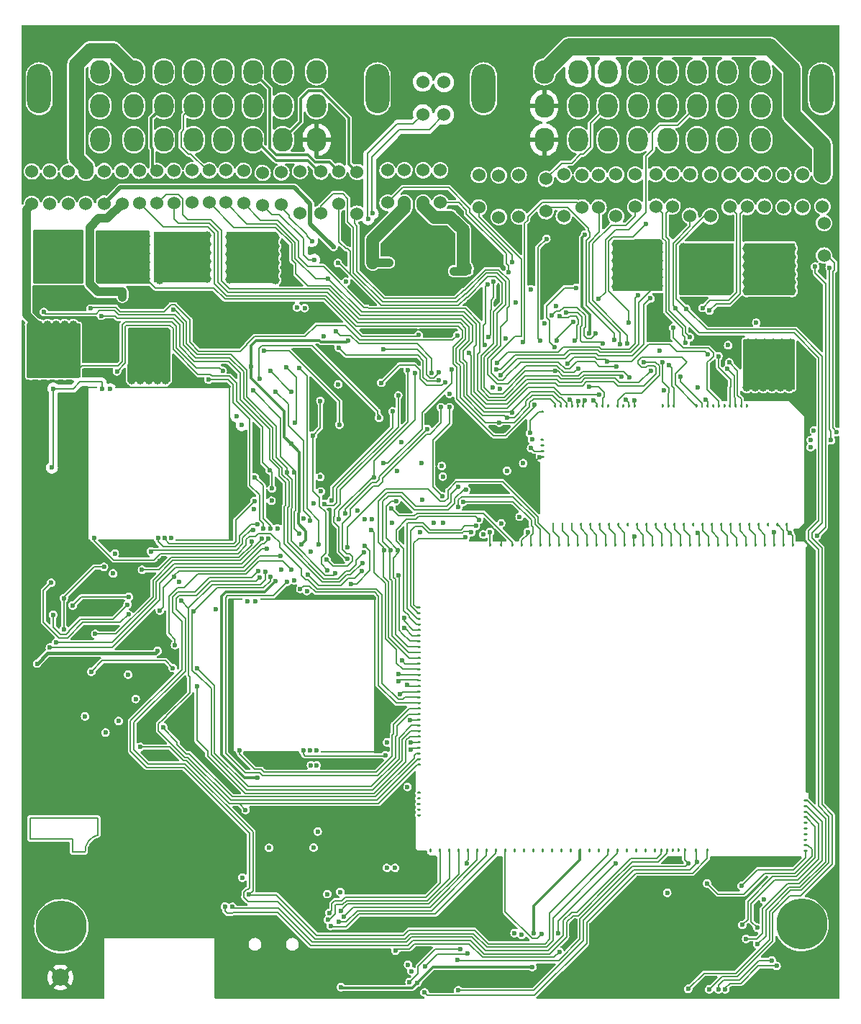
<source format=gbl>
G04 #@! TF.GenerationSoftware,KiCad,Pcbnew,(6.0.1)*
G04 #@! TF.CreationDate,2022-06-13T15:53:15+03:00*
G04 #@! TF.ProjectId,alphax_4ch,616c7068-6178-45f3-9463-682e6b696361,a*
G04 #@! TF.SameCoordinates,PX141f5e0PYa2cace0*
G04 #@! TF.FileFunction,Copper,L4,Bot*
G04 #@! TF.FilePolarity,Positive*
%FSLAX46Y46*%
G04 Gerber Fmt 4.6, Leading zero omitted, Abs format (unit mm)*
G04 Created by KiCad (PCBNEW (6.0.1)) date 2022-06-13 15:53:15*
%MOMM*%
%LPD*%
G01*
G04 APERTURE LIST*
G04 #@! TA.AperFunction,EtchedComponent*
%ADD10C,0.200000*%
G04 #@! TD*
G04 #@! TA.AperFunction,ComponentPad*
%ADD11C,0.599999*%
G04 #@! TD*
G04 #@! TA.AperFunction,ComponentPad*
%ADD12C,1.524000*%
G04 #@! TD*
G04 #@! TA.AperFunction,ComponentPad*
%ADD13C,6.000000*%
G04 #@! TD*
G04 #@! TA.AperFunction,ComponentPad*
%ADD14O,2.800000X5.800000*%
G04 #@! TD*
G04 #@! TA.AperFunction,ComponentPad*
%ADD15O,2.300000X2.800000*%
G04 #@! TD*
G04 #@! TA.AperFunction,SMDPad,CuDef*
%ADD16R,1.250000X0.250000*%
G04 #@! TD*
G04 #@! TA.AperFunction,SMDPad,CuDef*
%ADD17R,0.350000X0.250000*%
G04 #@! TD*
G04 #@! TA.AperFunction,SMDPad,CuDef*
%ADD18R,6.450000X0.250000*%
G04 #@! TD*
G04 #@! TA.AperFunction,SMDPad,CuDef*
%ADD19R,0.250000X18.200000*%
G04 #@! TD*
G04 #@! TA.AperFunction,SMDPad,CuDef*
%ADD20R,6.500000X0.250000*%
G04 #@! TD*
G04 #@! TA.AperFunction,SMDPad,CuDef*
%ADD21R,13.650000X0.250000*%
G04 #@! TD*
G04 #@! TA.AperFunction,SMDPad,CuDef*
%ADD22C,2.000000*%
G04 #@! TD*
G04 #@! TA.AperFunction,ViaPad*
%ADD23C,0.600000*%
G04 #@! TD*
G04 #@! TA.AperFunction,ViaPad*
%ADD24C,1.000000*%
G04 #@! TD*
G04 #@! TA.AperFunction,ViaPad*
%ADD25C,1.500000*%
G04 #@! TD*
G04 #@! TA.AperFunction,Conductor*
%ADD26C,0.200000*%
G04 #@! TD*
G04 #@! TA.AperFunction,Conductor*
%ADD27C,0.300000*%
G04 #@! TD*
G04 #@! TA.AperFunction,Conductor*
%ADD28C,1.000000*%
G04 #@! TD*
G04 #@! TA.AperFunction,Conductor*
%ADD29C,0.203200*%
G04 #@! TD*
G04 #@! TA.AperFunction,Conductor*
%ADD30C,0.400000*%
G04 #@! TD*
G04 #@! TA.AperFunction,Conductor*
%ADD31C,0.500000*%
G04 #@! TD*
G04 #@! TA.AperFunction,Conductor*
%ADD32C,2.000000*%
G04 #@! TD*
G04 #@! TA.AperFunction,Conductor*
%ADD33C,1.800000*%
G04 #@! TD*
G04 #@! TA.AperFunction,Conductor*
%ADD34C,1.500000*%
G04 #@! TD*
G04 APERTURE END LIST*
D10*
G04 #@! TO.C,G3*
X1107713Y21355349D02*
X9107713Y21355349D01*
X6107713Y17355349D02*
X6107713Y18855349D01*
X6107713Y18855349D02*
X1107713Y18855349D01*
X9107713Y21355349D02*
X9107713Y19355349D01*
X6107713Y17355349D02*
X7607713Y17355349D01*
X1107713Y18855349D02*
X1107713Y21355349D01*
X9107713Y19355348D02*
G75*
G03*
X7607713Y17355349I478801J-1921600D01*
G01*
G04 #@! TD*
D11*
G04 #@! TO.P,M4,V1,IGN8*
G04 #@! TO.N,GND*
X84894889Y11474986D03*
G04 #@! TO.P,M4,V2,IGN7*
X86729899Y11049978D03*
G04 #@! TO.P,M4,V3,IGN6*
X84679891Y10499981D03*
G04 #@! TO.P,M4,V4,IGN5*
X84894886Y9625022D03*
G04 #@! TO.P,M4,V5,IGN4*
G04 #@! TO.N,/IGN4*
X84969893Y8774999D03*
G04 #@! TO.P,M4,V6,IGN3*
G04 #@! TO.N,/IGN3*
X86729899Y8449983D03*
G04 #@! TO.P,M4,V7,IGN2*
G04 #@! TO.N,/IGN2*
X85419899Y7150016D03*
G04 #@! TO.P,M4,V8,IGN1*
G04 #@! TO.N,/IGN1*
X86729899Y6499999D03*
G04 #@! TO.P,M4,V9,VCC*
G04 #@! TO.N,+5V_IGN*
X80804884Y13675002D03*
G04 #@! TO.P,M4,V10,V33*
G04 #@! TO.N,+3V3_IGN*
X84879890Y13375000D03*
G04 #@! TD*
D12*
G04 #@! TO.P,R8,1,1*
G04 #@! TO.N,/CAN-*
X76750000Y93245000D03*
G04 #@! TO.P,R8,2,2*
G04 #@! TO.N,/C6*
X76750000Y97055000D03*
G04 #@! TD*
D13*
G04 #@! TO.P,J8,1,Pin_1*
G04 #@! TO.N,unconnected-(J8-Pad1)*
X4803000Y8619000D03*
G04 #@! TD*
D12*
G04 #@! TO.P,R59,1,1*
G04 #@! TO.N,/E8*
X45200000Y97505000D03*
G04 #@! TO.P,R59,2,2*
G04 #@! TO.N,/OUT_ETB-*
X45200000Y93695000D03*
G04 #@! TD*
G04 #@! TO.P,R9,1,1*
G04 #@! TO.N,/CAN+*
X74800000Y93245000D03*
G04 #@! TO.P,R9,2,2*
G04 #@! TO.N,/C5*
X74800000Y97055000D03*
G04 #@! TD*
G04 #@! TO.P,R68,1,1*
G04 #@! TO.N,/IN_TPS2*
X24200000Y93695000D03*
G04 #@! TO.P,R68,2,2*
G04 #@! TO.N,/D4*
X24200000Y97505000D03*
G04 #@! TD*
G04 #@! TO.P,F4,1,1*
G04 #@! TO.N,/A3*
X63950000Y97000000D03*
G04 #@! TO.P,F4,2,2*
G04 #@! TO.N,/OUT_PUMP_RELAY*
X63950000Y92100000D03*
G04 #@! TD*
G04 #@! TO.P,R91,1,1*
G04 #@! TO.N,/IN_KNOCK_RAW*
X94580000Y87485000D03*
G04 #@! TO.P,R91,2,2*
G04 #@! TO.N,/F3*
X94580000Y91295000D03*
G04 #@! TD*
G04 #@! TO.P,M5,E1,GND*
G04 #@! TO.N,GND*
G04 #@! TA.AperFunction,SMDPad,CuDef*
G36*
G01*
X61299998Y63946477D02*
X61549998Y63946477D01*
G75*
G02*
X61674998Y63821477I0J-125000D01*
G01*
X61674998Y63821477D01*
G75*
G02*
X61549998Y63696477I-125000J0D01*
G01*
X61299998Y63696477D01*
G75*
G02*
X61174998Y63821477I0J125000D01*
G01*
X61174998Y63821477D01*
G75*
G02*
X61299998Y63946477I125000J0D01*
G01*
G37*
G04 #@! TD.AperFunction*
G04 #@! TO.P,M5,E2,V5*
G04 #@! TO.N,+5V*
G04 #@! TA.AperFunction,SMDPad,CuDef*
G36*
G01*
X61299998Y64606478D02*
X61549998Y64606478D01*
G75*
G02*
X61674998Y64481478I0J-125000D01*
G01*
X61674998Y64481478D01*
G75*
G02*
X61549998Y64356478I-125000J0D01*
G01*
X61299998Y64356478D01*
G75*
G02*
X61174998Y64481478I0J125000D01*
G01*
X61174998Y64481478D01*
G75*
G02*
X61299998Y64606478I125000J0D01*
G01*
G37*
G04 #@! TD.AperFunction*
G04 #@! TO.P,M5,E3,WBO_O2S2*
G04 #@! TO.N,unconnected-(M5-PadE3)*
G04 #@! TA.AperFunction,SMDPad,CuDef*
G36*
G01*
X61299998Y65266479D02*
X61549998Y65266479D01*
G75*
G02*
X61674998Y65141479I0J-125000D01*
G01*
X61674998Y65141479D01*
G75*
G02*
X61549998Y65016479I-125000J0D01*
G01*
X61299998Y65016479D01*
G75*
G02*
X61174998Y65141479I0J125000D01*
G01*
X61174998Y65141479D01*
G75*
G02*
X61299998Y65266479I125000J0D01*
G01*
G37*
G04 #@! TD.AperFunction*
G04 #@! TO.P,M5,E4,WBO_O2S*
G04 #@! TO.N,unconnected-(M5-PadE4)*
G04 #@! TA.AperFunction,SMDPad,CuDef*
G36*
G01*
X61299998Y65926480D02*
X61549998Y65926480D01*
G75*
G02*
X61674998Y65801480I0J-125000D01*
G01*
X61674998Y65801480D01*
G75*
G02*
X61549998Y65676480I-125000J0D01*
G01*
X61299998Y65676480D01*
G75*
G02*
X61174998Y65801480I0J125000D01*
G01*
X61174998Y65801480D01*
G75*
G02*
X61299998Y65926480I125000J0D01*
G01*
G37*
G04 #@! TD.AperFunction*
G04 #@! TO.P,M5,E5,V5A*
G04 #@! TO.N,+5VA*
G04 #@! TA.AperFunction,SMDPad,CuDef*
G36*
G01*
X61299998Y69226487D02*
X61549998Y69226487D01*
G75*
G02*
X61674998Y69101487I0J-125000D01*
G01*
X61674998Y69101487D01*
G75*
G02*
X61549998Y68976487I-125000J0D01*
G01*
X61299998Y68976487D01*
G75*
G02*
X61174998Y69101487I0J125000D01*
G01*
X61174998Y69101487D01*
G75*
G02*
X61299998Y69226487I125000J0D01*
G01*
G37*
G04 #@! TD.AperFunction*
G04 #@! TO.P,M5,N1,V5A*
G04 #@! TA.AperFunction,SMDPad,CuDef*
G36*
G01*
X90070000Y55727684D02*
X90070000Y55977684D01*
G75*
G02*
X90195000Y56102684I125000J0D01*
G01*
X90195000Y56102684D01*
G75*
G02*
X90320000Y55977684I0J-125000D01*
G01*
X90320000Y55727684D01*
G75*
G02*
X90195000Y55602684I-125000J0D01*
G01*
X90195000Y55602684D01*
G75*
G02*
X90070000Y55727684I0J125000D01*
G01*
G37*
G04 #@! TD.AperFunction*
G04 #@! TO.P,M5,N2,GNDA*
G04 #@! TO.N,GNDA*
G04 #@! TA.AperFunction,SMDPad,CuDef*
G36*
G01*
X89219996Y55977684D02*
X89219996Y55727684D01*
G75*
G02*
X89094996Y55602684I-125000J0D01*
G01*
X89094996Y55602684D01*
G75*
G02*
X88969996Y55727684I0J125000D01*
G01*
X88969996Y55977684D01*
G75*
G02*
X89094996Y56102684I125000J0D01*
G01*
X89094996Y56102684D01*
G75*
G02*
X89219996Y55977684I0J-125000D01*
G01*
G37*
G04 #@! TD.AperFunction*
G04 #@! TO.P,M5,N3,RES2*
G04 #@! TO.N,unconnected-(M5-PadN3)*
G04 #@! TA.AperFunction,SMDPad,CuDef*
G36*
G01*
X88119995Y55977684D02*
X88119995Y55727684D01*
G75*
G02*
X87994995Y55602684I-125000J0D01*
G01*
X87994995Y55602684D01*
G75*
G02*
X87869995Y55727684I0J125000D01*
G01*
X87869995Y55977684D01*
G75*
G02*
X87994995Y56102684I125000J0D01*
G01*
X87994995Y56102684D01*
G75*
G02*
X88119995Y55977684I0J-125000D01*
G01*
G37*
G04 #@! TD.AperFunction*
G04 #@! TO.P,M5,N4,O2S2*
G04 #@! TO.N,/AFR*
G04 #@! TA.AperFunction,SMDPad,CuDef*
G36*
G01*
X87019998Y55977684D02*
X87019998Y55727684D01*
G75*
G02*
X86894998Y55602684I-125000J0D01*
G01*
X86894998Y55602684D01*
G75*
G02*
X86769998Y55727684I0J125000D01*
G01*
X86769998Y55977684D01*
G75*
G02*
X86894998Y56102684I125000J0D01*
G01*
X86894998Y56102684D01*
G75*
G02*
X87019998Y55977684I0J-125000D01*
G01*
G37*
G04 #@! TD.AperFunction*
G04 #@! TO.P,M5,N5,PPS*
G04 #@! TO.N,/PPS1*
G04 #@! TA.AperFunction,SMDPad,CuDef*
G36*
G01*
X85920000Y55977684D02*
X85920000Y55727684D01*
G75*
G02*
X85795000Y55602684I-125000J0D01*
G01*
X85795000Y55602684D01*
G75*
G02*
X85670000Y55727684I0J125000D01*
G01*
X85670000Y55977684D01*
G75*
G02*
X85795000Y56102684I125000J0D01*
G01*
X85795000Y56102684D01*
G75*
G02*
X85920000Y55977684I0J-125000D01*
G01*
G37*
G04 #@! TD.AperFunction*
G04 #@! TO.P,M5,N6,RES1*
G04 #@! TO.N,/CAM_VR*
G04 #@! TA.AperFunction,SMDPad,CuDef*
G36*
G01*
X84820002Y55977684D02*
X84820002Y55727684D01*
G75*
G02*
X84695002Y55602684I-125000J0D01*
G01*
X84695002Y55602684D01*
G75*
G02*
X84570002Y55727684I0J125000D01*
G01*
X84570002Y55977684D01*
G75*
G02*
X84695002Y56102684I125000J0D01*
G01*
X84695002Y56102684D01*
G75*
G02*
X84820002Y55977684I0J-125000D01*
G01*
G37*
G04 #@! TD.AperFunction*
G04 #@! TO.P,M5,N7,AUX4*
G04 #@! TO.N,/FLEX*
G04 #@! TA.AperFunction,SMDPad,CuDef*
G36*
G01*
X83720004Y55977684D02*
X83720004Y55727684D01*
G75*
G02*
X83595004Y55602684I-125000J0D01*
G01*
X83595004Y55602684D01*
G75*
G02*
X83470004Y55727684I0J125000D01*
G01*
X83470004Y55977684D01*
G75*
G02*
X83595004Y56102684I125000J0D01*
G01*
X83595004Y56102684D01*
G75*
G02*
X83720004Y55977684I0J-125000D01*
G01*
G37*
G04 #@! TD.AperFunction*
G04 #@! TO.P,M5,N8,AUX3*
G04 #@! TO.N,Net-(M5-PadN8)*
G04 #@! TA.AperFunction,SMDPad,CuDef*
G36*
G01*
X82620006Y55977684D02*
X82620006Y55727684D01*
G75*
G02*
X82495006Y55602684I-125000J0D01*
G01*
X82495006Y55602684D01*
G75*
G02*
X82370006Y55727684I0J125000D01*
G01*
X82370006Y55977684D01*
G75*
G02*
X82495006Y56102684I125000J0D01*
G01*
X82495006Y56102684D01*
G75*
G02*
X82620006Y55977684I0J-125000D01*
G01*
G37*
G04 #@! TD.AperFunction*
G04 #@! TO.P,M5,N9,AUX2*
G04 #@! TO.N,/PPS2*
G04 #@! TA.AperFunction,SMDPad,CuDef*
G36*
G01*
X81520009Y55977684D02*
X81520009Y55727684D01*
G75*
G02*
X81395009Y55602684I-125000J0D01*
G01*
X81395009Y55602684D01*
G75*
G02*
X81270009Y55727684I0J125000D01*
G01*
X81270009Y55977684D01*
G75*
G02*
X81395009Y56102684I125000J0D01*
G01*
X81395009Y56102684D01*
G75*
G02*
X81520009Y55977684I0J-125000D01*
G01*
G37*
G04 #@! TD.AperFunction*
G04 #@! TO.P,M5,N10,AUX1*
G04 #@! TO.N,/TPS2*
G04 #@! TA.AperFunction,SMDPad,CuDef*
G36*
G01*
X80420011Y55977684D02*
X80420011Y55727684D01*
G75*
G02*
X80295011Y55602684I-125000J0D01*
G01*
X80295011Y55602684D01*
G75*
G02*
X80170011Y55727684I0J125000D01*
G01*
X80170011Y55977684D01*
G75*
G02*
X80295011Y56102684I125000J0D01*
G01*
X80295011Y56102684D01*
G75*
G02*
X80420011Y55977684I0J-125000D01*
G01*
G37*
G04 #@! TD.AperFunction*
G04 #@! TO.P,M5,N11,RES3*
G04 #@! TO.N,unconnected-(M5-PadN11)*
G04 #@! TA.AperFunction,SMDPad,CuDef*
G36*
G01*
X79320013Y55977684D02*
X79320013Y55727684D01*
G75*
G02*
X79195013Y55602684I-125000J0D01*
G01*
X79195013Y55602684D01*
G75*
G02*
X79070013Y55727684I0J125000D01*
G01*
X79070013Y55977684D01*
G75*
G02*
X79195013Y56102684I125000J0D01*
G01*
X79195013Y56102684D01*
G75*
G02*
X79320013Y55977684I0J-125000D01*
G01*
G37*
G04 #@! TD.AperFunction*
G04 #@! TO.P,M5,N12,MAP3*
G04 #@! TO.N,/MAP2*
G04 #@! TA.AperFunction,SMDPad,CuDef*
G36*
G01*
X78220015Y55977684D02*
X78220015Y55727684D01*
G75*
G02*
X78095015Y55602684I-125000J0D01*
G01*
X78095015Y55602684D01*
G75*
G02*
X77970015Y55727684I0J125000D01*
G01*
X77970015Y55977684D01*
G75*
G02*
X78095015Y56102684I125000J0D01*
G01*
X78095015Y56102684D01*
G75*
G02*
X78220015Y55977684I0J-125000D01*
G01*
G37*
G04 #@! TD.AperFunction*
G04 #@! TO.P,M5,N13,MAP2*
G04 #@! TO.N,/MAP*
G04 #@! TA.AperFunction,SMDPad,CuDef*
G36*
G01*
X77120017Y55977684D02*
X77120017Y55727684D01*
G75*
G02*
X76995017Y55602684I-125000J0D01*
G01*
X76995017Y55602684D01*
G75*
G02*
X76870017Y55727684I0J125000D01*
G01*
X76870017Y55977684D01*
G75*
G02*
X76995017Y56102684I125000J0D01*
G01*
X76995017Y56102684D01*
G75*
G02*
X77120017Y55977684I0J-125000D01*
G01*
G37*
G04 #@! TD.AperFunction*
G04 #@! TO.P,M5,N14,MAP1*
G04 #@! TO.N,Net-(M5-PadN14)*
G04 #@! TA.AperFunction,SMDPad,CuDef*
G36*
G01*
X76020020Y55977684D02*
X76020020Y55727684D01*
G75*
G02*
X75895020Y55602684I-125000J0D01*
G01*
X75895020Y55602684D01*
G75*
G02*
X75770020Y55727684I0J125000D01*
G01*
X75770020Y55977684D01*
G75*
G02*
X75895020Y56102684I125000J0D01*
G01*
X75895020Y56102684D01*
G75*
G02*
X76020020Y55977684I0J-125000D01*
G01*
G37*
G04 #@! TD.AperFunction*
G04 #@! TO.P,M5,N15,IAT*
G04 #@! TO.N,/IAT*
G04 #@! TA.AperFunction,SMDPad,CuDef*
G36*
G01*
X74920022Y55977684D02*
X74920022Y55727684D01*
G75*
G02*
X74795022Y55602684I-125000J0D01*
G01*
X74795022Y55602684D01*
G75*
G02*
X74670022Y55727684I0J125000D01*
G01*
X74670022Y55977684D01*
G75*
G02*
X74795022Y56102684I125000J0D01*
G01*
X74795022Y56102684D01*
G75*
G02*
X74920022Y55977684I0J-125000D01*
G01*
G37*
G04 #@! TD.AperFunction*
G04 #@! TO.P,M5,N16,CLT*
G04 #@! TO.N,/CLT*
G04 #@! TA.AperFunction,SMDPad,CuDef*
G36*
G01*
X73820024Y55977684D02*
X73820024Y55727684D01*
G75*
G02*
X73695024Y55602684I-125000J0D01*
G01*
X73695024Y55602684D01*
G75*
G02*
X73570024Y55727684I0J125000D01*
G01*
X73570024Y55977684D01*
G75*
G02*
X73695024Y56102684I125000J0D01*
G01*
X73695024Y56102684D01*
G75*
G02*
X73820024Y55977684I0J-125000D01*
G01*
G37*
G04 #@! TD.AperFunction*
G04 #@! TO.P,M5,N17,TPS*
G04 #@! TO.N,/TPS1*
G04 #@! TA.AperFunction,SMDPad,CuDef*
G36*
G01*
X72720026Y55977684D02*
X72720026Y55727684D01*
G75*
G02*
X72595026Y55602684I-125000J0D01*
G01*
X72595026Y55602684D01*
G75*
G02*
X72470026Y55727684I0J125000D01*
G01*
X72470026Y55977684D01*
G75*
G02*
X72595026Y56102684I125000J0D01*
G01*
X72595026Y56102684D01*
G75*
G02*
X72720026Y55977684I0J-125000D01*
G01*
G37*
G04 #@! TD.AperFunction*
G04 #@! TO.P,M5,N18,O2S*
G04 #@! TO.N,unconnected-(M5-PadN18)*
G04 #@! TA.AperFunction,SMDPad,CuDef*
G36*
G01*
X71620028Y55977684D02*
X71620028Y55727684D01*
G75*
G02*
X71495028Y55602684I-125000J0D01*
G01*
X71495028Y55602684D01*
G75*
G02*
X71370028Y55727684I0J125000D01*
G01*
X71370028Y55977684D01*
G75*
G02*
X71495028Y56102684I125000J0D01*
G01*
X71495028Y56102684D01*
G75*
G02*
X71620028Y55977684I0J-125000D01*
G01*
G37*
G04 #@! TD.AperFunction*
G04 #@! TO.P,M5,N19,CAM*
G04 #@! TO.N,/CAM_HALL*
G04 #@! TA.AperFunction,SMDPad,CuDef*
G36*
G01*
X70520031Y55977684D02*
X70520031Y55727684D01*
G75*
G02*
X70395031Y55602684I-125000J0D01*
G01*
X70395031Y55602684D01*
G75*
G02*
X70270031Y55727684I0J125000D01*
G01*
X70270031Y55977684D01*
G75*
G02*
X70395031Y56102684I125000J0D01*
G01*
X70395031Y56102684D01*
G75*
G02*
X70520031Y55977684I0J-125000D01*
G01*
G37*
G04 #@! TD.AperFunction*
G04 #@! TO.P,M5,N20,VSS*
G04 #@! TO.N,/2STEP*
G04 #@! TA.AperFunction,SMDPad,CuDef*
G36*
G01*
X69420033Y55977684D02*
X69420033Y55727684D01*
G75*
G02*
X69295033Y55602684I-125000J0D01*
G01*
X69295033Y55602684D01*
G75*
G02*
X69170033Y55727684I0J125000D01*
G01*
X69170033Y55977684D01*
G75*
G02*
X69295033Y56102684I125000J0D01*
G01*
X69295033Y56102684D01*
G75*
G02*
X69420033Y55977684I0J-125000D01*
G01*
G37*
G04 #@! TD.AperFunction*
G04 #@! TO.P,M5,N21,CRANK*
G04 #@! TO.N,/CRANK*
G04 #@! TA.AperFunction,SMDPad,CuDef*
G36*
G01*
X68320035Y55977684D02*
X68320035Y55727684D01*
G75*
G02*
X68195035Y55602684I-125000J0D01*
G01*
X68195035Y55602684D01*
G75*
G02*
X68070035Y55727684I0J125000D01*
G01*
X68070035Y55977684D01*
G75*
G02*
X68195035Y56102684I125000J0D01*
G01*
X68195035Y56102684D01*
G75*
G02*
X68320035Y55977684I0J-125000D01*
G01*
G37*
G04 #@! TD.AperFunction*
G04 #@! TO.P,M5,N22,KNOCK*
G04 #@! TO.N,/KNOCK*
G04 #@! TA.AperFunction,SMDPad,CuDef*
G36*
G01*
X67220037Y55977684D02*
X67220037Y55727684D01*
G75*
G02*
X67095037Y55602684I-125000J0D01*
G01*
X67095037Y55602684D01*
G75*
G02*
X66970037Y55727684I0J125000D01*
G01*
X66970037Y55977684D01*
G75*
G02*
X67095037Y56102684I125000J0D01*
G01*
X67095037Y56102684D01*
G75*
G02*
X67220037Y55977684I0J-125000D01*
G01*
G37*
G04 #@! TD.AperFunction*
G04 #@! TO.P,M5,N23,SENS4*
G04 #@! TO.N,/DIG5*
G04 #@! TA.AperFunction,SMDPad,CuDef*
G36*
G01*
X66120039Y55977684D02*
X66120039Y55727684D01*
G75*
G02*
X65995039Y55602684I-125000J0D01*
G01*
X65995039Y55602684D01*
G75*
G02*
X65870039Y55727684I0J125000D01*
G01*
X65870039Y55977684D01*
G75*
G02*
X65995039Y56102684I125000J0D01*
G01*
X65995039Y56102684D01*
G75*
G02*
X66120039Y55977684I0J-125000D01*
G01*
G37*
G04 #@! TD.AperFunction*
G04 #@! TO.P,M5,N24,SENS3*
G04 #@! TO.N,/DIG4*
G04 #@! TA.AperFunction,SMDPad,CuDef*
G36*
G01*
X65020042Y55977684D02*
X65020042Y55727684D01*
G75*
G02*
X64895042Y55602684I-125000J0D01*
G01*
X64895042Y55602684D01*
G75*
G02*
X64770042Y55727684I0J125000D01*
G01*
X64770042Y55977684D01*
G75*
G02*
X64895042Y56102684I125000J0D01*
G01*
X64895042Y56102684D01*
G75*
G02*
X65020042Y55977684I0J-125000D01*
G01*
G37*
G04 #@! TD.AperFunction*
G04 #@! TO.P,M5,N25,SENS2*
G04 #@! TO.N,/DIG3*
G04 #@! TA.AperFunction,SMDPad,CuDef*
G36*
G01*
X63920044Y55977684D02*
X63920044Y55727684D01*
G75*
G02*
X63795044Y55602684I-125000J0D01*
G01*
X63795044Y55602684D01*
G75*
G02*
X63670044Y55727684I0J125000D01*
G01*
X63670044Y55977684D01*
G75*
G02*
X63795044Y56102684I125000J0D01*
G01*
X63795044Y56102684D01*
G75*
G02*
X63920044Y55977684I0J-125000D01*
G01*
G37*
G04 #@! TD.AperFunction*
G04 #@! TO.P,M5,N26,SENS1*
G04 #@! TO.N,/DIG2*
G04 #@! TA.AperFunction,SMDPad,CuDef*
G36*
G01*
X62820046Y55977684D02*
X62820046Y55727684D01*
G75*
G02*
X62695046Y55602684I-125000J0D01*
G01*
X62695046Y55602684D01*
G75*
G02*
X62570046Y55727684I0J125000D01*
G01*
X62570046Y55977684D01*
G75*
G02*
X62695046Y56102684I125000J0D01*
G01*
X62695046Y56102684D01*
G75*
G02*
X62820046Y55977684I0J-125000D01*
G01*
G37*
G04 #@! TD.AperFunction*
G04 #@! TO.P,M5,S1,IN_SENS1*
G04 #@! TO.N,/IN_D2*
G04 #@! TA.AperFunction,SMDPad,CuDef*
G36*
G01*
X63070990Y69939683D02*
X63070990Y69689683D01*
G75*
G02*
X62945990Y69564683I-125000J0D01*
G01*
X62945990Y69564683D01*
G75*
G02*
X62820990Y69689683I0J125000D01*
G01*
X62820990Y69939683D01*
G75*
G02*
X62945990Y70064683I125000J0D01*
G01*
X62945990Y70064683D01*
G75*
G02*
X63070990Y69939683I0J-125000D01*
G01*
G37*
G04 #@! TD.AperFunction*
G04 #@! TO.P,M5,S2,IN_SENS2*
G04 #@! TO.N,/IN_D3*
G04 #@! TA.AperFunction,SMDPad,CuDef*
G36*
G01*
X63730992Y69939683D02*
X63730992Y69689683D01*
G75*
G02*
X63605992Y69564683I-125000J0D01*
G01*
X63605992Y69564683D01*
G75*
G02*
X63480992Y69689683I0J125000D01*
G01*
X63480992Y69939683D01*
G75*
G02*
X63605992Y70064683I125000J0D01*
G01*
X63605992Y70064683D01*
G75*
G02*
X63730992Y69939683I0J-125000D01*
G01*
G37*
G04 #@! TD.AperFunction*
G04 #@! TO.P,M5,S3,IN_SENS3*
G04 #@! TO.N,/IN_D4*
G04 #@! TA.AperFunction,SMDPad,CuDef*
G36*
G01*
X64390993Y69939683D02*
X64390993Y69689683D01*
G75*
G02*
X64265993Y69564683I-125000J0D01*
G01*
X64265993Y69564683D01*
G75*
G02*
X64140993Y69689683I0J125000D01*
G01*
X64140993Y69939683D01*
G75*
G02*
X64265993Y70064683I125000J0D01*
G01*
X64265993Y70064683D01*
G75*
G02*
X64390993Y69939683I0J-125000D01*
G01*
G37*
G04 #@! TD.AperFunction*
G04 #@! TO.P,M5,S4,IN_SENS4*
G04 #@! TO.N,/IN_D5*
G04 #@! TA.AperFunction,SMDPad,CuDef*
G36*
G01*
X65050994Y69939683D02*
X65050994Y69689683D01*
G75*
G02*
X64925994Y69564683I-125000J0D01*
G01*
X64925994Y69564683D01*
G75*
G02*
X64800994Y69689683I0J125000D01*
G01*
X64800994Y69939683D01*
G75*
G02*
X64925994Y70064683I125000J0D01*
G01*
X64925994Y70064683D01*
G75*
G02*
X65050994Y69939683I0J-125000D01*
G01*
G37*
G04 #@! TD.AperFunction*
G04 #@! TO.P,M5,S5,IN_CAM*
G04 #@! TO.N,/IN_CAM_HALL*
G04 #@! TA.AperFunction,SMDPad,CuDef*
G36*
G01*
X65710995Y69939683D02*
X65710995Y69689683D01*
G75*
G02*
X65585995Y69564683I-125000J0D01*
G01*
X65585995Y69564683D01*
G75*
G02*
X65460995Y69689683I0J125000D01*
G01*
X65460995Y69939683D01*
G75*
G02*
X65585995Y70064683I125000J0D01*
G01*
X65585995Y70064683D01*
G75*
G02*
X65710995Y69939683I0J-125000D01*
G01*
G37*
G04 #@! TD.AperFunction*
G04 #@! TO.P,M5,S6,IN_VSS*
G04 #@! TO.N,/IN_2STEP*
G04 #@! TA.AperFunction,SMDPad,CuDef*
G36*
G01*
X66370997Y69939683D02*
X66370997Y69689683D01*
G75*
G02*
X66245997Y69564683I-125000J0D01*
G01*
X66245997Y69564683D01*
G75*
G02*
X66120997Y69689683I0J125000D01*
G01*
X66120997Y69939683D01*
G75*
G02*
X66245997Y70064683I125000J0D01*
G01*
X66245997Y70064683D01*
G75*
G02*
X66370997Y69939683I0J-125000D01*
G01*
G37*
G04 #@! TD.AperFunction*
G04 #@! TO.P,M5,S7,IN_KNOCK*
G04 #@! TO.N,/IN_KNOCK*
G04 #@! TA.AperFunction,SMDPad,CuDef*
G36*
G01*
X67971994Y69939683D02*
X67971994Y69689683D01*
G75*
G02*
X67846994Y69564683I-125000J0D01*
G01*
X67846994Y69564683D01*
G75*
G02*
X67721994Y69689683I0J125000D01*
G01*
X67721994Y69939683D01*
G75*
G02*
X67846994Y70064683I125000J0D01*
G01*
X67846994Y70064683D01*
G75*
G02*
X67971994Y69939683I0J-125000D01*
G01*
G37*
G04 #@! TD.AperFunction*
G04 #@! TO.P,M5,S8,IN_CRANK*
G04 #@! TO.N,/IN_CRANK*
G04 #@! TA.AperFunction,SMDPad,CuDef*
G36*
G01*
X68631995Y69939683D02*
X68631995Y69689683D01*
G75*
G02*
X68506995Y69564683I-125000J0D01*
G01*
X68506995Y69564683D01*
G75*
G02*
X68381995Y69689683I0J125000D01*
G01*
X68381995Y69939683D01*
G75*
G02*
X68506995Y70064683I125000J0D01*
G01*
X68506995Y70064683D01*
G75*
G02*
X68631995Y69939683I0J-125000D01*
G01*
G37*
G04 #@! TD.AperFunction*
G04 #@! TO.P,M5,S9,IN_O2S*
G04 #@! TO.N,unconnected-(M5-PadS9)*
G04 #@! TA.AperFunction,SMDPad,CuDef*
G36*
G01*
X69291997Y69939683D02*
X69291997Y69689683D01*
G75*
G02*
X69166997Y69564683I-125000J0D01*
G01*
X69166997Y69564683D01*
G75*
G02*
X69041997Y69689683I0J125000D01*
G01*
X69041997Y69939683D01*
G75*
G02*
X69166997Y70064683I125000J0D01*
G01*
X69166997Y70064683D01*
G75*
G02*
X69291997Y69939683I0J-125000D01*
G01*
G37*
G04 #@! TD.AperFunction*
G04 #@! TO.P,M5,S10,IN_TPS*
G04 #@! TO.N,/IN_TPS1*
G04 #@! TA.AperFunction,SMDPad,CuDef*
G36*
G01*
X70412896Y69939683D02*
X70412896Y69689683D01*
G75*
G02*
X70287896Y69564683I-125000J0D01*
G01*
X70287896Y69564683D01*
G75*
G02*
X70162896Y69689683I0J125000D01*
G01*
X70162896Y69939683D01*
G75*
G02*
X70287896Y70064683I125000J0D01*
G01*
X70287896Y70064683D01*
G75*
G02*
X70412896Y69939683I0J-125000D01*
G01*
G37*
G04 #@! TD.AperFunction*
G04 #@! TO.P,M5,S11,IN_MAP1*
G04 #@! TO.N,unconnected-(M5-PadS11)*
G04 #@! TA.AperFunction,SMDPad,CuDef*
G36*
G01*
X71072897Y69939683D02*
X71072897Y69689683D01*
G75*
G02*
X70947897Y69564683I-125000J0D01*
G01*
X70947897Y69564683D01*
G75*
G02*
X70822897Y69689683I0J125000D01*
G01*
X70822897Y69939683D01*
G75*
G02*
X70947897Y70064683I125000J0D01*
G01*
X70947897Y70064683D01*
G75*
G02*
X71072897Y69939683I0J-125000D01*
G01*
G37*
G04 #@! TD.AperFunction*
G04 #@! TO.P,M5,S12,IN_MAP2*
G04 #@! TO.N,/IN_MAP2*
G04 #@! TA.AperFunction,SMDPad,CuDef*
G36*
G01*
X71732898Y69939683D02*
X71732898Y69689683D01*
G75*
G02*
X71607898Y69564683I-125000J0D01*
G01*
X71607898Y69564683D01*
G75*
G02*
X71482898Y69689683I0J125000D01*
G01*
X71482898Y69939683D01*
G75*
G02*
X71607898Y70064683I125000J0D01*
G01*
X71607898Y70064683D01*
G75*
G02*
X71732898Y69939683I0J-125000D01*
G01*
G37*
G04 #@! TD.AperFunction*
G04 #@! TO.P,M5,S13,VREF2*
G04 #@! TO.N,/VREF2*
G04 #@! TA.AperFunction,SMDPad,CuDef*
G36*
G01*
X72392900Y69939683D02*
X72392900Y69689683D01*
G75*
G02*
X72267900Y69564683I-125000J0D01*
G01*
X72267900Y69564683D01*
G75*
G02*
X72142900Y69689683I0J125000D01*
G01*
X72142900Y69939683D01*
G75*
G02*
X72267900Y70064683I125000J0D01*
G01*
X72267900Y70064683D01*
G75*
G02*
X72392900Y69939683I0J-125000D01*
G01*
G37*
G04 #@! TD.AperFunction*
G04 #@! TO.P,M5,S14,VREF1*
G04 #@! TO.N,unconnected-(M5-PadS14)*
G04 #@! TA.AperFunction,SMDPad,CuDef*
G36*
G01*
X75718994Y69939683D02*
X75718994Y69689683D01*
G75*
G02*
X75593994Y69564683I-125000J0D01*
G01*
X75593994Y69564683D01*
G75*
G02*
X75468994Y69689683I0J125000D01*
G01*
X75468994Y69939683D01*
G75*
G02*
X75593994Y70064683I125000J0D01*
G01*
X75593994Y70064683D01*
G75*
G02*
X75718994Y69939683I0J-125000D01*
G01*
G37*
G04 #@! TD.AperFunction*
G04 #@! TO.P,M5,S15,IN_CLT*
G04 #@! TO.N,/IN_CLT*
G04 #@! TA.AperFunction,SMDPad,CuDef*
G36*
G01*
X76378995Y69939683D02*
X76378995Y69689683D01*
G75*
G02*
X76253995Y69564683I-125000J0D01*
G01*
X76253995Y69564683D01*
G75*
G02*
X76128995Y69689683I0J125000D01*
G01*
X76128995Y69939683D01*
G75*
G02*
X76253995Y70064683I125000J0D01*
G01*
X76253995Y70064683D01*
G75*
G02*
X76378995Y69939683I0J-125000D01*
G01*
G37*
G04 #@! TD.AperFunction*
G04 #@! TO.P,M5,S16,IN_IAT*
G04 #@! TO.N,/IN_IAT*
G04 #@! TA.AperFunction,SMDPad,CuDef*
G36*
G01*
X77038997Y69939683D02*
X77038997Y69689683D01*
G75*
G02*
X76913997Y69564683I-125000J0D01*
G01*
X76913997Y69564683D01*
G75*
G02*
X76788997Y69689683I0J125000D01*
G01*
X76788997Y69939683D01*
G75*
G02*
X76913997Y70064683I125000J0D01*
G01*
X76913997Y70064683D01*
G75*
G02*
X77038997Y69939683I0J-125000D01*
G01*
G37*
G04 #@! TD.AperFunction*
G04 #@! TO.P,M5,S17,IN_AUX1*
G04 #@! TO.N,/IN_TPS2*
G04 #@! TA.AperFunction,SMDPad,CuDef*
G36*
G01*
X79684988Y69939683D02*
X79684988Y69689683D01*
G75*
G02*
X79559988Y69564683I-125000J0D01*
G01*
X79559988Y69564683D01*
G75*
G02*
X79434988Y69689683I0J125000D01*
G01*
X79434988Y69939683D01*
G75*
G02*
X79559988Y70064683I125000J0D01*
G01*
X79559988Y70064683D01*
G75*
G02*
X79684988Y69939683I0J-125000D01*
G01*
G37*
G04 #@! TD.AperFunction*
G04 #@! TO.P,M5,S18,IN_AUX2*
G04 #@! TO.N,/IN_PPS2*
G04 #@! TA.AperFunction,SMDPad,CuDef*
G36*
G01*
X80344989Y69939683D02*
X80344989Y69689683D01*
G75*
G02*
X80219989Y69564683I-125000J0D01*
G01*
X80219989Y69564683D01*
G75*
G02*
X80094989Y69689683I0J125000D01*
G01*
X80094989Y69939683D01*
G75*
G02*
X80219989Y70064683I125000J0D01*
G01*
X80219989Y70064683D01*
G75*
G02*
X80344989Y69939683I0J-125000D01*
G01*
G37*
G04 #@! TD.AperFunction*
G04 #@! TO.P,M5,S19,IN_MAP3*
G04 #@! TO.N,/IN_MAP3*
G04 #@! TA.AperFunction,SMDPad,CuDef*
G36*
G01*
X81004991Y69939683D02*
X81004991Y69689683D01*
G75*
G02*
X80879991Y69564683I-125000J0D01*
G01*
X80879991Y69564683D01*
G75*
G02*
X80754991Y69689683I0J125000D01*
G01*
X80754991Y69939683D01*
G75*
G02*
X80879991Y70064683I125000J0D01*
G01*
X80879991Y70064683D01*
G75*
G02*
X81004991Y69939683I0J-125000D01*
G01*
G37*
G04 #@! TD.AperFunction*
G04 #@! TO.P,M5,S20,IN_AUX3*
G04 #@! TO.N,unconnected-(M5-PadS20)*
G04 #@! TA.AperFunction,SMDPad,CuDef*
G36*
G01*
X81664992Y69939683D02*
X81664992Y69689683D01*
G75*
G02*
X81539992Y69564683I-125000J0D01*
G01*
X81539992Y69564683D01*
G75*
G02*
X81414992Y69689683I0J125000D01*
G01*
X81414992Y69939683D01*
G75*
G02*
X81539992Y70064683I125000J0D01*
G01*
X81539992Y70064683D01*
G75*
G02*
X81664992Y69939683I0J-125000D01*
G01*
G37*
G04 #@! TD.AperFunction*
G04 #@! TO.P,M5,S21,IN_AUX4*
G04 #@! TO.N,/IN_FLEX*
G04 #@! TA.AperFunction,SMDPad,CuDef*
G36*
G01*
X82324993Y69939683D02*
X82324993Y69689683D01*
G75*
G02*
X82199993Y69564683I-125000J0D01*
G01*
X82199993Y69564683D01*
G75*
G02*
X82074993Y69689683I0J125000D01*
G01*
X82074993Y69939683D01*
G75*
G02*
X82199993Y70064683I125000J0D01*
G01*
X82199993Y70064683D01*
G75*
G02*
X82324993Y69939683I0J-125000D01*
G01*
G37*
G04 #@! TD.AperFunction*
G04 #@! TO.P,M5,S22,IN_RES3*
G04 #@! TO.N,unconnected-(M5-PadS22)*
G04 #@! TA.AperFunction,SMDPad,CuDef*
G36*
G01*
X82984994Y69939683D02*
X82984994Y69689683D01*
G75*
G02*
X82859994Y69564683I-125000J0D01*
G01*
X82859994Y69564683D01*
G75*
G02*
X82734994Y69689683I0J125000D01*
G01*
X82734994Y69939683D01*
G75*
G02*
X82859994Y70064683I125000J0D01*
G01*
X82859994Y70064683D01*
G75*
G02*
X82984994Y69939683I0J-125000D01*
G01*
G37*
G04 #@! TD.AperFunction*
G04 #@! TO.P,M5,S23,IN_RES1*
G04 #@! TO.N,/IN_CAM_VR*
G04 #@! TA.AperFunction,SMDPad,CuDef*
G36*
G01*
X83644996Y69939683D02*
X83644996Y69689683D01*
G75*
G02*
X83519996Y69564683I-125000J0D01*
G01*
X83519996Y69564683D01*
G75*
G02*
X83394996Y69689683I0J125000D01*
G01*
X83394996Y69939683D01*
G75*
G02*
X83519996Y70064683I125000J0D01*
G01*
X83519996Y70064683D01*
G75*
G02*
X83644996Y69939683I0J-125000D01*
G01*
G37*
G04 #@! TD.AperFunction*
G04 #@! TO.P,M5,S24,IN_PPS*
G04 #@! TO.N,/IN_PPS1*
G04 #@! TA.AperFunction,SMDPad,CuDef*
G36*
G01*
X84304997Y69939683D02*
X84304997Y69689683D01*
G75*
G02*
X84179997Y69564683I-125000J0D01*
G01*
X84179997Y69564683D01*
G75*
G02*
X84054997Y69689683I0J125000D01*
G01*
X84054997Y69939683D01*
G75*
G02*
X84179997Y70064683I125000J0D01*
G01*
X84179997Y70064683D01*
G75*
G02*
X84304997Y69939683I0J-125000D01*
G01*
G37*
G04 #@! TD.AperFunction*
G04 #@! TO.P,M5,S25,IN_O2S2*
G04 #@! TO.N,/IN_AFR*
G04 #@! TA.AperFunction,SMDPad,CuDef*
G36*
G01*
X84964998Y69939683D02*
X84964998Y69689683D01*
G75*
G02*
X84839998Y69564683I-125000J0D01*
G01*
X84839998Y69564683D01*
G75*
G02*
X84714998Y69689683I0J125000D01*
G01*
X84714998Y69939683D01*
G75*
G02*
X84839998Y70064683I125000J0D01*
G01*
X84839998Y70064683D01*
G75*
G02*
X84964998Y69939683I0J-125000D01*
G01*
G37*
G04 #@! TD.AperFunction*
G04 #@! TO.P,M5,S26,IN_RES2*
G04 #@! TO.N,unconnected-(M5-PadS26)*
G04 #@! TA.AperFunction,SMDPad,CuDef*
G36*
G01*
X85625000Y69939683D02*
X85625000Y69689683D01*
G75*
G02*
X85500000Y69564683I-125000J0D01*
G01*
X85500000Y69564683D01*
G75*
G02*
X85375000Y69689683I0J125000D01*
G01*
X85375000Y69939683D01*
G75*
G02*
X85500000Y70064683I125000J0D01*
G01*
X85500000Y70064683D01*
G75*
G02*
X85625000Y69939683I0J-125000D01*
G01*
G37*
G04 #@! TD.AperFunction*
G04 #@! TD*
D14*
G04 #@! TO.P,P2,*
G04 #@! TO.N,*
X42000000Y107100000D03*
X2200000Y107100000D03*
D15*
G04 #@! TO.P,P2,1,D1*
G04 #@! TO.N,/D1*
X9350000Y101100000D03*
G04 #@! TO.P,P2,2,D2*
G04 #@! TO.N,/D2*
X13350000Y101100000D03*
G04 #@! TO.P,P2,3,D3*
G04 #@! TO.N,/D3*
X16850000Y101100000D03*
G04 #@! TO.P,P2,4,D4*
G04 #@! TO.N,/D4*
X20350000Y101100000D03*
G04 #@! TO.P,P2,5,D5*
G04 #@! TO.N,/D5*
X23850000Y101100000D03*
G04 #@! TO.P,P2,6,D6*
G04 #@! TO.N,/D6*
X27350000Y101100000D03*
G04 #@! TO.P,P2,7,D7*
G04 #@! TO.N,/D7*
X30850000Y101100000D03*
G04 #@! TO.P,P2,8,D8*
G04 #@! TO.N,GND*
X34850000Y101100000D03*
G04 #@! TO.P,P2,9,E1*
G04 #@! TO.N,/E1*
X9350000Y105100000D03*
G04 #@! TO.P,P2,10,E2*
G04 #@! TO.N,/E2*
X13350000Y105100000D03*
G04 #@! TO.P,P2,11,E3*
G04 #@! TO.N,/E3*
X16850000Y105100000D03*
G04 #@! TO.P,P2,12,E4*
G04 #@! TO.N,/E4*
X20350000Y105100000D03*
G04 #@! TO.P,P2,13,E5*
G04 #@! TO.N,/E5*
X23850000Y105100000D03*
G04 #@! TO.P,P2,14,E6*
G04 #@! TO.N,/E6*
X27350000Y105100000D03*
G04 #@! TO.P,P2,15,E7*
G04 #@! TO.N,/E7*
X30850000Y105100000D03*
G04 #@! TO.P,P2,16,E8*
G04 #@! TO.N,/E8*
X34850000Y105100000D03*
G04 #@! TO.P,P2,17,F1*
G04 #@! TO.N,/F1*
X9350000Y109100000D03*
G04 #@! TO.P,P2,18,F2*
G04 #@! TO.N,/F2*
X13350000Y109100000D03*
G04 #@! TO.P,P2,19,F3*
G04 #@! TO.N,/F3*
X16850000Y109100000D03*
G04 #@! TO.P,P2,20,F4*
G04 #@! TO.N,/F4*
X20350000Y109100000D03*
G04 #@! TO.P,P2,21,F5*
G04 #@! TO.N,/F5*
X23850000Y109100000D03*
G04 #@! TO.P,P2,22,F6*
G04 #@! TO.N,/F6*
X27350000Y109100000D03*
G04 #@! TO.P,P2,23,F7*
G04 #@! TO.N,/F7*
X30850000Y109100000D03*
G04 #@! TO.P,P2,24,F8*
G04 #@! TO.N,/F8*
X34850000Y109100000D03*
G04 #@! TD*
D12*
G04 #@! TO.P,R11,1,1*
G04 #@! TO.N,/IN_CRANK+*
X47350000Y104095000D03*
G04 #@! TO.P,R11,2,2*
G04 #@! TO.N,/C3*
X47350000Y107905000D03*
G04 #@! TD*
G04 #@! TO.P,R6,1,1*
G04 #@! TO.N,/OUT_IDLE1*
X92050000Y93195000D03*
G04 #@! TO.P,R6,2,2*
G04 #@! TO.N,/C8*
X92050000Y97005000D03*
G04 #@! TD*
G04 #@! TO.P,R60,1,1*
G04 #@! TO.N,/IN_FLEX*
X43200000Y93695000D03*
G04 #@! TO.P,R60,2,2*
G04 #@! TO.N,/E7*
X43200000Y97505000D03*
G04 #@! TD*
G04 #@! TO.P,R66,1,1*
G04 #@! TO.N,/OUT_INJ4*
X3450000Y93561701D03*
G04 #@! TO.P,R66,2,2*
G04 #@! TO.N,/E1*
X3450000Y97371701D03*
G04 #@! TD*
G04 #@! TO.P,R17,1,1*
G04 #@! TO.N,/IN_AFR*
X68050000Y93145000D03*
G04 #@! TO.P,R17,2,2*
G04 #@! TO.N,/B4*
X68050000Y96955000D03*
G04 #@! TD*
G04 #@! TO.P,R63,1,1*
G04 #@! TO.N,/IN_D4*
X22200000Y93695000D03*
G04 #@! TO.P,R63,2,2*
G04 #@! TO.N,/E4*
X22200000Y97505000D03*
G04 #@! TD*
G04 #@! TO.P,R16,1,1*
G04 #@! TO.N,/IN_TPS1*
X72350000Y93195000D03*
G04 #@! TO.P,R16,2,2*
G04 #@! TO.N,/B5*
X72350000Y97005000D03*
G04 #@! TD*
G04 #@! TO.P,R70,1,1*
G04 #@! TO.N,/OUT_BOOST*
X11950000Y93595000D03*
G04 #@! TO.P,R70,2,2*
G04 #@! TO.N,/D2*
X11950000Y97405000D03*
G04 #@! TD*
D11*
G04 #@! TO.P,M7,V1,V5*
G04 #@! TO.N,+5V*
X51750003Y5925001D03*
G04 #@! TO.P,M7,V2,CAN_VIO*
G04 #@! TO.N,/CAN_VIO*
X52625005Y5400001D03*
G04 #@! TO.P,M7,V5,CAN_TX*
G04 #@! TO.N,/CAN_TX*
X51450001Y4650003D03*
G04 #@! TO.P,M7,V6,CAN_RX*
G04 #@! TO.N,/CAN_RX*
X51525004Y1100002D03*
G04 #@! TD*
G04 #@! TO.P,M1,V1,V12*
G04 #@! TO.N,+12V*
X27937888Y26083984D03*
G04 #@! TO.P,M1,V2,VBAT*
G04 #@! TO.N,unconnected-(M1-PadV2)*
X29262892Y17858984D03*
G04 #@! TO.P,M1,V3,IN_VIGN*
G04 #@! TO.N,/IN_VIGN*
X34495386Y17876489D03*
G04 #@! TO.P,M1,V4,V12_PERM*
G04 #@! TO.N,+12V_RAW*
X34987892Y19758985D03*
G04 #@! TO.P,M1,V5,VIGN*
G04 #@! TO.N,/VIGN*
X36112878Y12408992D03*
G04 #@! TD*
G04 #@! TO.P,M3,E1,Thresh_IN*
G04 #@! TO.N,/THRESHOLD_VR_CM*
X25775000Y29300000D03*
G04 #@! TO.P,M3,E2,OUT_A*
G04 #@! TO.N,/VR_ANALOG_CM*
X33275000Y29300000D03*
G04 #@! TO.P,M3,E3,OUT*
G04 #@! TO.N,/IN_CAM_VR*
X34075000Y29300000D03*
G04 #@! TO.P,M3,E4,V5_IN*
G04 #@! TO.N,+5V*
X34875000Y29300000D03*
D16*
G04 #@! TO.P,M3,G,GND*
G04 #@! TO.N,GND*
X25550000Y47050000D03*
D17*
X25100000Y29100000D03*
D18*
X38600000Y29100000D03*
D19*
X25050000Y38075000D03*
D20*
X29525000Y29100000D03*
D21*
X35000000Y47050000D03*
D19*
X41700000Y38075000D03*
D11*
G04 #@! TO.P,M3,W1,VR-*
G04 #@! TO.N,/IN_CAM_VR-*
X27675000Y46825000D03*
G04 #@! TO.P,M3,W2,VR+*
G04 #@! TO.N,/IN_CAM_VR+*
X26675000Y46825000D03*
G04 #@! TD*
D12*
G04 #@! TO.P,R10,1,1*
G04 #@! TO.N,/IN_2STEP*
X66100000Y93145000D03*
G04 #@! TO.P,R10,2,2*
G04 #@! TO.N,/C4*
X66100000Y96955000D03*
G04 #@! TD*
G04 #@! TO.P,R62,1,1*
G04 #@! TO.N,/IN_CAM_VR-*
X28500000Y93395000D03*
G04 #@! TO.P,R62,2,2*
G04 #@! TO.N,/E5*
X28500000Y97205000D03*
G04 #@! TD*
G04 #@! TO.P,R65,1,1*
G04 #@! TO.N,/OUT_NOS*
X9850000Y93595000D03*
G04 #@! TO.P,R65,2,2*
G04 #@! TO.N,/E2*
X9850000Y97405000D03*
G04 #@! TD*
G04 #@! TO.P,F7,1,1*
G04 #@! TO.N,/F5*
X32900000Y97399979D03*
G04 #@! TO.P,F7,2,2*
G04 #@! TO.N,/OUT_MAIN*
X32900000Y92499979D03*
G04 #@! TD*
G04 #@! TO.P,R58,1,1*
G04 #@! TO.N,/OUT_IDLE2*
X1347390Y93561701D03*
G04 #@! TO.P,R58,2,2*
G04 #@! TO.N,/F1*
X1347390Y97371701D03*
G04 #@! TD*
G04 #@! TO.P,R56,1,1*
G04 #@! TO.N,/IN_D5*
X14000000Y93645000D03*
G04 #@! TO.P,R56,2,2*
G04 #@! TO.N,/F3*
X14000000Y97455000D03*
G04 #@! TD*
G04 #@! TO.P,R19,1,1*
G04 #@! TO.N,/IN_MAP2*
X53950000Y93145000D03*
G04 #@! TO.P,R19,2,2*
G04 #@! TO.N,/B2*
X53950000Y96955000D03*
G04 #@! TD*
G04 #@! TO.P,R67,1,1*
G04 #@! TO.N,/IN_PPS1*
X26250000Y93645000D03*
G04 #@! TO.P,R67,2,2*
G04 #@! TO.N,/D5*
X26250000Y97455000D03*
G04 #@! TD*
G04 #@! TO.P,F1,1,1*
G04 #@! TO.N,/A7*
X81196000Y96995000D03*
G04 #@! TO.P,F1,2,2*
G04 #@! TO.N,/OUT_IGN2*
X81196000Y92095000D03*
G04 #@! TD*
G04 #@! TO.P,R14,1,1*
G04 #@! TO.N,/B8*
X89800000Y96955000D03*
G04 #@! TO.P,R14,2,2*
G04 #@! TO.N,/OUT_INJ2*
X89800000Y93145000D03*
G04 #@! TD*
G04 #@! TO.P,R64,1,1*
G04 #@! TO.N,/IN_D3*
X16050000Y93645000D03*
G04 #@! TO.P,R64,2,2*
G04 #@! TO.N,/E3*
X16050000Y97455000D03*
G04 #@! TD*
G04 #@! TO.P,F3,1,1*
G04 #@! TO.N,/A4*
X70100000Y97000000D03*
G04 #@! TO.P,F3,2,2*
G04 #@! TO.N,/OUT_TACH*
X70100000Y92100000D03*
G04 #@! TD*
G04 #@! TO.P,R71,1,1*
G04 #@! TO.N,/OUT_INJ3*
X5600000Y93545000D03*
G04 #@! TO.P,R71,2,2*
G04 #@! TO.N,/D1*
X5600000Y97355000D03*
G04 #@! TD*
G04 #@! TO.P,R61,1,1*
G04 #@! TO.N,/IN_CAM_VR+*
X30700000Y93445000D03*
G04 #@! TO.P,R61,2,2*
G04 #@! TO.N,/E6*
X30700000Y97255000D03*
G04 #@! TD*
D13*
G04 #@! TO.P,J7,1,Pin_1*
G04 #@! TO.N,unconnected-(J7-Pad1)*
X91948000Y8873000D03*
G04 #@! TD*
D12*
G04 #@! TO.P,R69,1,1*
G04 #@! TO.N,/IN_D2*
X18050000Y93645000D03*
G04 #@! TO.P,R69,2,2*
G04 #@! TO.N,/D3*
X18050000Y97455000D03*
G04 #@! TD*
G04 #@! TO.P,R55,1,1*
G04 #@! TO.N,/OUT_VVT2*
X20200000Y93695000D03*
G04 #@! TO.P,R55,2,2*
G04 #@! TO.N,/F4*
X20200000Y97505000D03*
G04 #@! TD*
G04 #@! TO.P,F8,1,1*
G04 #@! TO.N,/D7*
X39600000Y97299979D03*
G04 #@! TO.P,F8,2,2*
G04 #@! TO.N,/OUT_IGN4*
X39600000Y92399979D03*
G04 #@! TD*
G04 #@! TO.P,R54,1,1*
G04 #@! TO.N,/IN_PPS2*
X37450000Y93595000D03*
G04 #@! TO.P,R54,2,2*
G04 #@! TO.N,/F6*
X37450000Y97405000D03*
G04 #@! TD*
G04 #@! TO.P,R52,1,1*
G04 #@! TO.N,/OUT_ETB+*
X47400000Y93695000D03*
G04 #@! TO.P,R52,2,2*
G04 #@! TO.N,/F8*
X47400000Y97505000D03*
G04 #@! TD*
G04 #@! TO.P,M6,E1,SPI1_SCK*
G04 #@! TO.N,unconnected-(M6-PadE1)*
G04 #@! TA.AperFunction,SMDPad,CuDef*
G36*
G01*
X46760503Y21803625D02*
X47010503Y21803625D01*
G75*
G02*
X47135503Y21678625I0J-125000D01*
G01*
X47135503Y21678625D01*
G75*
G02*
X47010503Y21553625I-125000J0D01*
G01*
X46760503Y21553625D01*
G75*
G02*
X46635503Y21678625I0J125000D01*
G01*
X46635503Y21678625D01*
G75*
G02*
X46760503Y21803625I125000J0D01*
G01*
G37*
G04 #@! TD.AperFunction*
G04 #@! TO.P,M6,E2,SPI1_MISO*
G04 #@! TO.N,unconnected-(M6-PadE2)*
G04 #@! TA.AperFunction,SMDPad,CuDef*
G36*
G01*
X47010503Y22213623D02*
X46760503Y22213623D01*
G75*
G02*
X46635503Y22338623I0J125000D01*
G01*
X46635503Y22338623D01*
G75*
G02*
X46760503Y22463623I125000J0D01*
G01*
X47010503Y22463623D01*
G75*
G02*
X47135503Y22338623I0J-125000D01*
G01*
X47135503Y22338623D01*
G75*
G02*
X47010503Y22213623I-125000J0D01*
G01*
G37*
G04 #@! TD.AperFunction*
G04 #@! TO.P,M6,E3,SPI1_MOSI*
G04 #@! TO.N,unconnected-(M6-PadE3)*
G04 #@! TA.AperFunction,SMDPad,CuDef*
G36*
G01*
X47010503Y22873628D02*
X46760503Y22873628D01*
G75*
G02*
X46635503Y22998628I0J125000D01*
G01*
X46635503Y22998628D01*
G75*
G02*
X46760503Y23123628I125000J0D01*
G01*
X47010503Y23123628D01*
G75*
G02*
X47135503Y22998628I0J-125000D01*
G01*
X47135503Y22998628D01*
G75*
G02*
X47010503Y22873628I-125000J0D01*
G01*
G37*
G04 #@! TD.AperFunction*
G04 #@! TO.P,M6,E4,SPI1_CS1*
G04 #@! TO.N,unconnected-(M6-PadE4)*
G04 #@! TA.AperFunction,SMDPad,CuDef*
G36*
G01*
X47010503Y23533623D02*
X46760503Y23533623D01*
G75*
G02*
X46635503Y23658623I0J125000D01*
G01*
X46635503Y23658623D01*
G75*
G02*
X46760503Y23783623I125000J0D01*
G01*
X47010503Y23783623D01*
G75*
G02*
X47135503Y23658623I0J-125000D01*
G01*
X47135503Y23658623D01*
G75*
G02*
X47010503Y23533623I-125000J0D01*
G01*
G37*
G04 #@! TD.AperFunction*
G04 #@! TO.P,M6,E5,SPI1_CS2*
G04 #@! TO.N,unconnected-(M6-PadE5)*
G04 #@! TA.AperFunction,SMDPad,CuDef*
G36*
G01*
X47010503Y24193625D02*
X46760503Y24193625D01*
G75*
G02*
X46635503Y24318625I0J125000D01*
G01*
X46635503Y24318625D01*
G75*
G02*
X46760503Y24443625I125000J0D01*
G01*
X47010503Y24443625D01*
G75*
G02*
X47135503Y24318625I0J-125000D01*
G01*
X47135503Y24318625D01*
G75*
G02*
X47010503Y24193625I-125000J0D01*
G01*
G37*
G04 #@! TD.AperFunction*
G04 #@! TO.P,M6,E6,OUT_IO3*
G04 #@! TO.N,/PWR_EN*
G04 #@! TA.AperFunction,SMDPad,CuDef*
G36*
G01*
X47010503Y27493626D02*
X46760503Y27493626D01*
G75*
G02*
X46635503Y27618626I0J125000D01*
G01*
X46635503Y27618626D01*
G75*
G02*
X46760503Y27743626I125000J0D01*
G01*
X47010503Y27743626D01*
G75*
G02*
X47135503Y27618626I0J-125000D01*
G01*
X47135503Y27618626D01*
G75*
G02*
X47010503Y27493626I-125000J0D01*
G01*
G37*
G04 #@! TD.AperFunction*
G04 #@! TO.P,M6,E7,OUT_IO5*
G04 #@! TO.N,/CRANK_N_PULLUP*
G04 #@! TA.AperFunction,SMDPad,CuDef*
G36*
G01*
X47010503Y28153627D02*
X46760503Y28153627D01*
G75*
G02*
X46635503Y28278627I0J125000D01*
G01*
X46635503Y28278627D01*
G75*
G02*
X46760503Y28403627I125000J0D01*
G01*
X47010503Y28403627D01*
G75*
G02*
X47135503Y28278627I0J-125000D01*
G01*
X47135503Y28278627D01*
G75*
G02*
X47010503Y28153627I-125000J0D01*
G01*
G37*
G04 #@! TD.AperFunction*
G04 #@! TO.P,M6,E8,OUT_IO1*
G04 #@! TO.N,/TACH_PULLUP*
G04 #@! TA.AperFunction,SMDPad,CuDef*
G36*
G01*
X47010503Y28813629D02*
X46760503Y28813629D01*
G75*
G02*
X46635503Y28938629I0J125000D01*
G01*
X46635503Y28938629D01*
G75*
G02*
X46760503Y29063629I125000J0D01*
G01*
X47010503Y29063629D01*
G75*
G02*
X47135503Y28938629I0J-125000D01*
G01*
X47135503Y28938629D01*
G75*
G02*
X47010503Y28813629I-125000J0D01*
G01*
G37*
G04 #@! TD.AperFunction*
G04 #@! TO.P,M6,E9,OUT_IO6*
G04 #@! TO.N,/NOS*
G04 #@! TA.AperFunction,SMDPad,CuDef*
G36*
G01*
X47010503Y29473627D02*
X46760503Y29473627D01*
G75*
G02*
X46635503Y29598627I0J125000D01*
G01*
X46635503Y29598627D01*
G75*
G02*
X46760503Y29723627I125000J0D01*
G01*
X47010503Y29723627D01*
G75*
G02*
X47135503Y29598627I0J-125000D01*
G01*
X47135503Y29598627D01*
G75*
G02*
X47010503Y29473627I-125000J0D01*
G01*
G37*
G04 #@! TD.AperFunction*
G04 #@! TO.P,M6,E10,OUT_IO10*
G04 #@! TO.N,/MAIN*
G04 #@! TA.AperFunction,SMDPad,CuDef*
G36*
G01*
X47010503Y30133629D02*
X46760503Y30133629D01*
G75*
G02*
X46635503Y30258629I0J125000D01*
G01*
X46635503Y30258629D01*
G75*
G02*
X46760503Y30383629I125000J0D01*
G01*
X47010503Y30383629D01*
G75*
G02*
X47135503Y30258629I0J-125000D01*
G01*
X47135503Y30258629D01*
G75*
G02*
X47010503Y30133629I-125000J0D01*
G01*
G37*
G04 #@! TD.AperFunction*
G04 #@! TO.P,M6,E11,OUT_IO9*
G04 #@! TO.N,/CAM_VR_PULLUP*
G04 #@! TA.AperFunction,SMDPad,CuDef*
G36*
G01*
X47010503Y30793627D02*
X46760503Y30793627D01*
G75*
G02*
X46635503Y30918627I0J125000D01*
G01*
X46635503Y30918627D01*
G75*
G02*
X46760503Y31043627I125000J0D01*
G01*
X47010503Y31043627D01*
G75*
G02*
X47135503Y30918627I0J-125000D01*
G01*
X47135503Y30918627D01*
G75*
G02*
X47010503Y30793627I-125000J0D01*
G01*
G37*
G04 #@! TD.AperFunction*
G04 #@! TO.P,M6,E12,OUT_IO2*
G04 #@! TO.N,/CRANK_P_PULLUP*
G04 #@! TA.AperFunction,SMDPad,CuDef*
G36*
G01*
X47010503Y31453628D02*
X46760503Y31453628D01*
G75*
G02*
X46635503Y31578628I0J125000D01*
G01*
X46635503Y31578628D01*
G75*
G02*
X46760503Y31703628I125000J0D01*
G01*
X47010503Y31703628D01*
G75*
G02*
X47135503Y31578628I0J-125000D01*
G01*
X47135503Y31578628D01*
G75*
G02*
X47010503Y31453628I-125000J0D01*
G01*
G37*
G04 #@! TD.AperFunction*
G04 #@! TO.P,M6,E13,OUT_IO12*
G04 #@! TO.N,/PUMP_RELAY*
G04 #@! TA.AperFunction,SMDPad,CuDef*
G36*
G01*
X47010503Y32113627D02*
X46760503Y32113627D01*
G75*
G02*
X46635503Y32238627I0J125000D01*
G01*
X46635503Y32238627D01*
G75*
G02*
X46760503Y32363627I125000J0D01*
G01*
X47010503Y32363627D01*
G75*
G02*
X47135503Y32238627I0J-125000D01*
G01*
X47135503Y32238627D01*
G75*
G02*
X47010503Y32113627I-125000J0D01*
G01*
G37*
G04 #@! TD.AperFunction*
G04 #@! TO.P,M6,E14,OUT_PWM2*
G04 #@! TO.N,/ETB_PWM*
G04 #@! TA.AperFunction,SMDPad,CuDef*
G36*
G01*
X47010503Y32773628D02*
X46760503Y32773628D01*
G75*
G02*
X46635503Y32898628I0J125000D01*
G01*
X46635503Y32898628D01*
G75*
G02*
X46760503Y33023628I125000J0D01*
G01*
X47010503Y33023628D01*
G75*
G02*
X47135503Y32898628I0J-125000D01*
G01*
X47135503Y32898628D01*
G75*
G02*
X47010503Y32773628I-125000J0D01*
G01*
G37*
G04 #@! TD.AperFunction*
G04 #@! TO.P,M6,E15,OUT_PWM3*
G04 #@! TO.N,/BOOST*
G04 #@! TA.AperFunction,SMDPad,CuDef*
G36*
G01*
X47010503Y33433627D02*
X46760503Y33433627D01*
G75*
G02*
X46635503Y33558627I0J125000D01*
G01*
X46635503Y33558627D01*
G75*
G02*
X46760503Y33683627I125000J0D01*
G01*
X47010503Y33683627D01*
G75*
G02*
X47135503Y33558627I0J-125000D01*
G01*
X47135503Y33558627D01*
G75*
G02*
X47010503Y33433627I-125000J0D01*
G01*
G37*
G04 #@! TD.AperFunction*
G04 #@! TO.P,M6,E16,OUT_PWM4*
G04 #@! TO.N,/THRESHOLD_VR_CM*
G04 #@! TA.AperFunction,SMDPad,CuDef*
G36*
G01*
X47010503Y34093628D02*
X46760503Y34093628D01*
G75*
G02*
X46635503Y34218628I0J125000D01*
G01*
X46635503Y34218628D01*
G75*
G02*
X46760503Y34343628I125000J0D01*
G01*
X47010503Y34343628D01*
G75*
G02*
X47135503Y34218628I0J-125000D01*
G01*
X47135503Y34218628D01*
G75*
G02*
X47010503Y34093628I-125000J0D01*
G01*
G37*
G04 #@! TD.AperFunction*
G04 #@! TO.P,M6,E17,OUT_PWM5*
G04 #@! TO.N,/IDLE2*
G04 #@! TA.AperFunction,SMDPad,CuDef*
G36*
G01*
X47010503Y34753627D02*
X46760503Y34753627D01*
G75*
G02*
X46635503Y34878627I0J125000D01*
G01*
X46635503Y34878627D01*
G75*
G02*
X46760503Y35003627I125000J0D01*
G01*
X47010503Y35003627D01*
G75*
G02*
X47135503Y34878627I0J-125000D01*
G01*
X47135503Y34878627D01*
G75*
G02*
X47010503Y34753627I-125000J0D01*
G01*
G37*
G04 #@! TD.AperFunction*
G04 #@! TO.P,M6,E18,OUT_PWM6*
G04 #@! TO.N,/THRESHOLD_VR_CR*
G04 #@! TA.AperFunction,SMDPad,CuDef*
G36*
G01*
X47010503Y35413628D02*
X46760503Y35413628D01*
G75*
G02*
X46635503Y35538628I0J125000D01*
G01*
X46635503Y35538628D01*
G75*
G02*
X46760503Y35663628I125000J0D01*
G01*
X47010503Y35663628D01*
G75*
G02*
X47135503Y35538628I0J-125000D01*
G01*
X47135503Y35538628D01*
G75*
G02*
X47010503Y35413628I-125000J0D01*
G01*
G37*
G04 #@! TD.AperFunction*
G04 #@! TO.P,M6,E19,OUT_PWM7*
G04 #@! TO.N,/VVT1*
G04 #@! TA.AperFunction,SMDPad,CuDef*
G36*
G01*
X47010503Y36073627D02*
X46760503Y36073627D01*
G75*
G02*
X46635503Y36198627I0J125000D01*
G01*
X46635503Y36198627D01*
G75*
G02*
X46760503Y36323627I125000J0D01*
G01*
X47010503Y36323627D01*
G75*
G02*
X47135503Y36198627I0J-125000D01*
G01*
X47135503Y36198627D01*
G75*
G02*
X47010503Y36073627I-125000J0D01*
G01*
G37*
G04 #@! TD.AperFunction*
G04 #@! TO.P,M6,E20,OUT_IO11*
G04 #@! TO.N,/FAN_RELAY*
G04 #@! TA.AperFunction,SMDPad,CuDef*
G36*
G01*
X47010503Y36733628D02*
X46760503Y36733628D01*
G75*
G02*
X46635503Y36858628I0J125000D01*
G01*
X46635503Y36858628D01*
G75*
G02*
X46760503Y36983628I125000J0D01*
G01*
X47010503Y36983628D01*
G75*
G02*
X47135503Y36858628I0J-125000D01*
G01*
X47135503Y36858628D01*
G75*
G02*
X47010503Y36733628I-125000J0D01*
G01*
G37*
G04 #@! TD.AperFunction*
G04 #@! TO.P,M6,E21,OUT_IO7*
G04 #@! TO.N,/2STEP_PULLDOWN*
G04 #@! TA.AperFunction,SMDPad,CuDef*
G36*
G01*
X47010503Y37393627D02*
X46760503Y37393627D01*
G75*
G02*
X46635503Y37518627I0J125000D01*
G01*
X46635503Y37518627D01*
G75*
G02*
X46760503Y37643627I125000J0D01*
G01*
X47010503Y37643627D01*
G75*
G02*
X47135503Y37518627I0J-125000D01*
G01*
X47135503Y37518627D01*
G75*
G02*
X47010503Y37393627I-125000J0D01*
G01*
G37*
G04 #@! TD.AperFunction*
G04 #@! TO.P,M6,E22,OUT_IO8*
G04 #@! TO.N,/CAM_PULLDOWN*
G04 #@! TA.AperFunction,SMDPad,CuDef*
G36*
G01*
X47010503Y38053628D02*
X46760503Y38053628D01*
G75*
G02*
X46635503Y38178628I0J125000D01*
G01*
X46635503Y38178628D01*
G75*
G02*
X46760503Y38303628I125000J0D01*
G01*
X47010503Y38303628D01*
G75*
G02*
X47135503Y38178628I0J-125000D01*
G01*
X47135503Y38178628D01*
G75*
G02*
X47010503Y38053628I-125000J0D01*
G01*
G37*
G04 #@! TD.AperFunction*
G04 #@! TO.P,M6,E23,OUT_IO4*
G04 #@! TO.N,/TEMP_PULLUP*
G04 #@! TA.AperFunction,SMDPad,CuDef*
G36*
G01*
X47010503Y38713627D02*
X46760503Y38713627D01*
G75*
G02*
X46635503Y38838627I0J125000D01*
G01*
X46635503Y38838627D01*
G75*
G02*
X46760503Y38963627I125000J0D01*
G01*
X47010503Y38963627D01*
G75*
G02*
X47135503Y38838627I0J-125000D01*
G01*
X47135503Y38838627D01*
G75*
G02*
X47010503Y38713627I-125000J0D01*
G01*
G37*
G04 #@! TD.AperFunction*
G04 #@! TO.P,M6,E24,OUT_IO13*
G04 #@! TO.N,/TACH*
G04 #@! TA.AperFunction,SMDPad,CuDef*
G36*
G01*
X47010503Y39373628D02*
X46760503Y39373628D01*
G75*
G02*
X46635503Y39498628I0J125000D01*
G01*
X46635503Y39498628D01*
G75*
G02*
X46760503Y39623628I125000J0D01*
G01*
X47010503Y39623628D01*
G75*
G02*
X47135503Y39498628I0J-125000D01*
G01*
X47135503Y39498628D01*
G75*
G02*
X47010503Y39373628I-125000J0D01*
G01*
G37*
G04 #@! TD.AperFunction*
G04 #@! TO.P,M6,E25,OUT_INJ1*
G04 #@! TO.N,/INJ1*
G04 #@! TA.AperFunction,SMDPad,CuDef*
G36*
G01*
X47010503Y40033627D02*
X46760503Y40033627D01*
G75*
G02*
X46635503Y40158627I0J125000D01*
G01*
X46635503Y40158627D01*
G75*
G02*
X46760503Y40283627I125000J0D01*
G01*
X47010503Y40283627D01*
G75*
G02*
X47135503Y40158627I0J-125000D01*
G01*
X47135503Y40158627D01*
G75*
G02*
X47010503Y40033627I-125000J0D01*
G01*
G37*
G04 #@! TD.AperFunction*
G04 #@! TO.P,M6,E26,OUT_INJ2*
G04 #@! TO.N,/INJ2*
G04 #@! TA.AperFunction,SMDPad,CuDef*
G36*
G01*
X47010503Y40693628D02*
X46760503Y40693628D01*
G75*
G02*
X46635503Y40818628I0J125000D01*
G01*
X46635503Y40818628D01*
G75*
G02*
X46760503Y40943628I125000J0D01*
G01*
X47010503Y40943628D01*
G75*
G02*
X47135503Y40818628I0J-125000D01*
G01*
X47135503Y40818628D01*
G75*
G02*
X47010503Y40693628I-125000J0D01*
G01*
G37*
G04 #@! TD.AperFunction*
G04 #@! TO.P,M6,E27,OUT_PWM1*
G04 #@! TO.N,/IDLE1*
G04 #@! TA.AperFunction,SMDPad,CuDef*
G36*
G01*
X47010503Y41353626D02*
X46760503Y41353626D01*
G75*
G02*
X46635503Y41478626I0J125000D01*
G01*
X46635503Y41478626D01*
G75*
G02*
X46760503Y41603626I125000J0D01*
G01*
X47010503Y41603626D01*
G75*
G02*
X47135503Y41478626I0J-125000D01*
G01*
X47135503Y41478626D01*
G75*
G02*
X47010503Y41353626I-125000J0D01*
G01*
G37*
G04 #@! TD.AperFunction*
G04 #@! TO.P,M6,E28,OUT_PWM8*
G04 #@! TO.N,/VVT2*
G04 #@! TA.AperFunction,SMDPad,CuDef*
G36*
G01*
X47010503Y42013628D02*
X46760503Y42013628D01*
G75*
G02*
X46635503Y42138628I0J125000D01*
G01*
X46635503Y42138628D01*
G75*
G02*
X46760503Y42263628I125000J0D01*
G01*
X47010503Y42263628D01*
G75*
G02*
X47135503Y42138628I0J-125000D01*
G01*
X47135503Y42138628D01*
G75*
G02*
X47010503Y42013628I-125000J0D01*
G01*
G37*
G04 #@! TD.AperFunction*
G04 #@! TO.P,M6,E29,OUT_INJ3*
G04 #@! TO.N,/INJ3*
G04 #@! TA.AperFunction,SMDPad,CuDef*
G36*
G01*
X47010503Y42673626D02*
X46760503Y42673626D01*
G75*
G02*
X46635503Y42798626I0J125000D01*
G01*
X46635503Y42798626D01*
G75*
G02*
X46760503Y42923626I125000J0D01*
G01*
X47010503Y42923626D01*
G75*
G02*
X47135503Y42798626I0J-125000D01*
G01*
X47135503Y42798626D01*
G75*
G02*
X47010503Y42673626I-125000J0D01*
G01*
G37*
G04 #@! TD.AperFunction*
G04 #@! TO.P,M6,E30,OUT_INJ4*
G04 #@! TO.N,/INJ4*
G04 #@! TA.AperFunction,SMDPad,CuDef*
G36*
G01*
X47010503Y43333628D02*
X46760503Y43333628D01*
G75*
G02*
X46635503Y43458628I0J125000D01*
G01*
X46635503Y43458628D01*
G75*
G02*
X46760503Y43583628I125000J0D01*
G01*
X47010503Y43583628D01*
G75*
G02*
X47135503Y43458628I0J-125000D01*
G01*
X47135503Y43458628D01*
G75*
G02*
X47010503Y43333628I-125000J0D01*
G01*
G37*
G04 #@! TD.AperFunction*
G04 #@! TO.P,M6,E31,OUT_INJ5*
G04 #@! TO.N,/D2_PULLDOWN*
G04 #@! TA.AperFunction,SMDPad,CuDef*
G36*
G01*
X47010503Y43993626D02*
X46760503Y43993626D01*
G75*
G02*
X46635503Y44118626I0J125000D01*
G01*
X46635503Y44118626D01*
G75*
G02*
X46760503Y44243626I125000J0D01*
G01*
X47010503Y44243626D01*
G75*
G02*
X47135503Y44118626I0J-125000D01*
G01*
X47135503Y44118626D01*
G75*
G02*
X47010503Y43993626I-125000J0D01*
G01*
G37*
G04 #@! TD.AperFunction*
G04 #@! TO.P,M6,E32,OUT_INJ6*
G04 #@! TO.N,/D3_PULLDOWN*
G04 #@! TA.AperFunction,SMDPad,CuDef*
G36*
G01*
X47010503Y44653627D02*
X46760503Y44653627D01*
G75*
G02*
X46635503Y44778627I0J125000D01*
G01*
X46635503Y44778627D01*
G75*
G02*
X46760503Y44903627I125000J0D01*
G01*
X47010503Y44903627D01*
G75*
G02*
X47135503Y44778627I0J-125000D01*
G01*
X47135503Y44778627D01*
G75*
G02*
X47010503Y44653627I-125000J0D01*
G01*
G37*
G04 #@! TD.AperFunction*
G04 #@! TO.P,M6,E33,OUT_INJ7*
G04 #@! TO.N,/D4_PULLDOWN*
G04 #@! TA.AperFunction,SMDPad,CuDef*
G36*
G01*
X47010503Y45313626D02*
X46760503Y45313626D01*
G75*
G02*
X46635503Y45438626I0J125000D01*
G01*
X46635503Y45438626D01*
G75*
G02*
X46760503Y45563626I125000J0D01*
G01*
X47010503Y45563626D01*
G75*
G02*
X47135503Y45438626I0J-125000D01*
G01*
X47135503Y45438626D01*
G75*
G02*
X47010503Y45313626I-125000J0D01*
G01*
G37*
G04 #@! TD.AperFunction*
G04 #@! TO.P,M6,E34,OUT_INJ8*
G04 #@! TO.N,/D5_PULLDOWN*
G04 #@! TA.AperFunction,SMDPad,CuDef*
G36*
G01*
X47010503Y45973627D02*
X46760503Y45973627D01*
G75*
G02*
X46635503Y46098627I0J125000D01*
G01*
X46635503Y46098627D01*
G75*
G02*
X46760503Y46223627I125000J0D01*
G01*
X47010503Y46223627D01*
G75*
G02*
X47135503Y46098627I0J-125000D01*
G01*
X47135503Y46098627D01*
G75*
G02*
X47010503Y45973627I-125000J0D01*
G01*
G37*
G04 #@! TD.AperFunction*
G04 #@! TO.P,M6,N1,CAN_VIO*
G04 #@! TO.N,/CAN_VIO*
G04 #@! TA.AperFunction,SMDPad,CuDef*
G36*
G01*
X80707501Y17426623D02*
X80707501Y17676623D01*
G75*
G02*
X80832501Y17801623I125000J0D01*
G01*
X80832501Y17801623D01*
G75*
G02*
X80957501Y17676623I0J-125000D01*
G01*
X80957501Y17426623D01*
G75*
G02*
X80832501Y17301623I-125000J0D01*
G01*
X80832501Y17301623D01*
G75*
G02*
X80707501Y17426623I0J125000D01*
G01*
G37*
G04 #@! TD.AperFunction*
G04 #@! TO.P,M6,N2,CAN_RX*
G04 #@! TO.N,/CAN_RX*
G04 #@! TA.AperFunction,SMDPad,CuDef*
G36*
G01*
X79637499Y17676623D02*
X79637499Y17426623D01*
G75*
G02*
X79512499Y17301623I-125000J0D01*
G01*
X79512499Y17301623D01*
G75*
G02*
X79387499Y17426623I0J125000D01*
G01*
X79387499Y17676623D01*
G75*
G02*
X79512499Y17801623I125000J0D01*
G01*
X79512499Y17801623D01*
G75*
G02*
X79637499Y17676623I0J-125000D01*
G01*
G37*
G04 #@! TD.AperFunction*
G04 #@! TO.P,M6,N3,CAN_TX*
G04 #@! TO.N,/CAN_TX*
G04 #@! TA.AperFunction,SMDPad,CuDef*
G36*
G01*
X78317496Y17676623D02*
X78317496Y17426623D01*
G75*
G02*
X78192496Y17301623I-125000J0D01*
G01*
X78192496Y17301623D01*
G75*
G02*
X78067496Y17426623I0J125000D01*
G01*
X78067496Y17676623D01*
G75*
G02*
X78192496Y17801623I125000J0D01*
G01*
X78192496Y17801623D01*
G75*
G02*
X78317496Y17676623I0J-125000D01*
G01*
G37*
G04 #@! TD.AperFunction*
G04 #@! TO.P,M6,N4,UART8_TX*
G04 #@! TO.N,unconnected-(M6-PadN4)*
G04 #@! TA.AperFunction,SMDPad,CuDef*
G36*
G01*
X77557498Y17676623D02*
X77557498Y17426623D01*
G75*
G02*
X77432498Y17301623I-125000J0D01*
G01*
X77432498Y17301623D01*
G75*
G02*
X77307498Y17426623I0J125000D01*
G01*
X77307498Y17676623D01*
G75*
G02*
X77432498Y17801623I125000J0D01*
G01*
X77432498Y17801623D01*
G75*
G02*
X77557498Y17676623I0J-125000D01*
G01*
G37*
G04 #@! TD.AperFunction*
G04 #@! TO.P,M6,N5,UART8_RX*
G04 #@! TO.N,unconnected-(M6-PadN5)*
G04 #@! TA.AperFunction,SMDPad,CuDef*
G36*
G01*
X76892495Y17676623D02*
X76892495Y17426623D01*
G75*
G02*
X76767495Y17301623I-125000J0D01*
G01*
X76767495Y17301623D01*
G75*
G02*
X76642495Y17426623I0J125000D01*
G01*
X76642495Y17676623D01*
G75*
G02*
X76767495Y17801623I125000J0D01*
G01*
X76767495Y17801623D01*
G75*
G02*
X76892495Y17676623I0J-125000D01*
G01*
G37*
G04 #@! TD.AperFunction*
G04 #@! TO.P,M6,N6,UART2_TX*
G04 #@! TO.N,/UART_TX*
G04 #@! TA.AperFunction,SMDPad,CuDef*
G36*
G01*
X76227493Y17676623D02*
X76227493Y17426623D01*
G75*
G02*
X76102493Y17301623I-125000J0D01*
G01*
X76102493Y17301623D01*
G75*
G02*
X75977493Y17426623I0J125000D01*
G01*
X75977493Y17676623D01*
G75*
G02*
X76102493Y17801623I125000J0D01*
G01*
X76102493Y17801623D01*
G75*
G02*
X76227493Y17676623I0J-125000D01*
G01*
G37*
G04 #@! TD.AperFunction*
G04 #@! TO.P,M6,N7,UART2_RX*
G04 #@! TO.N,/UART_RX*
G04 #@! TA.AperFunction,SMDPad,CuDef*
G36*
G01*
X75562503Y17676623D02*
X75562503Y17426623D01*
G75*
G02*
X75437503Y17301623I-125000J0D01*
G01*
X75437503Y17301623D01*
G75*
G02*
X75312503Y17426623I0J125000D01*
G01*
X75312503Y17676623D01*
G75*
G02*
X75437503Y17801623I125000J0D01*
G01*
X75437503Y17801623D01*
G75*
G02*
X75562503Y17676623I0J-125000D01*
G01*
G37*
G04 #@! TD.AperFunction*
G04 #@! TO.P,M6,N8,SPI3_CS*
G04 #@! TO.N,unconnected-(M6-PadN8)*
G04 #@! TA.AperFunction,SMDPad,CuDef*
G36*
G01*
X74787503Y17676623D02*
X74787503Y17426623D01*
G75*
G02*
X74662503Y17301623I-125000J0D01*
G01*
X74662503Y17301623D01*
G75*
G02*
X74537503Y17426623I0J125000D01*
G01*
X74537503Y17676623D01*
G75*
G02*
X74662503Y17801623I125000J0D01*
G01*
X74662503Y17801623D01*
G75*
G02*
X74787503Y17676623I0J-125000D01*
G01*
G37*
G04 #@! TD.AperFunction*
G04 #@! TO.P,M6,N9,SPI3_SCK*
G04 #@! TO.N,unconnected-(M6-PadN9)*
G04 #@! TA.AperFunction,SMDPad,CuDef*
G36*
G01*
X73687505Y17676623D02*
X73687505Y17426623D01*
G75*
G02*
X73562505Y17301623I-125000J0D01*
G01*
X73562505Y17301623D01*
G75*
G02*
X73437505Y17426623I0J125000D01*
G01*
X73437505Y17676623D01*
G75*
G02*
X73562505Y17801623I125000J0D01*
G01*
X73562505Y17801623D01*
G75*
G02*
X73687505Y17676623I0J-125000D01*
G01*
G37*
G04 #@! TD.AperFunction*
G04 #@! TO.P,M6,N10,SPI3_MISO*
G04 #@! TO.N,unconnected-(M6-PadN10)*
G04 #@! TA.AperFunction,SMDPad,CuDef*
G36*
G01*
X72587508Y17676623D02*
X72587508Y17426623D01*
G75*
G02*
X72462508Y17301623I-125000J0D01*
G01*
X72462508Y17301623D01*
G75*
G02*
X72337508Y17426623I0J125000D01*
G01*
X72337508Y17676623D01*
G75*
G02*
X72462508Y17801623I125000J0D01*
G01*
X72462508Y17801623D01*
G75*
G02*
X72587508Y17676623I0J-125000D01*
G01*
G37*
G04 #@! TD.AperFunction*
G04 #@! TO.P,M6,N11,SPI3_MOSI*
G04 #@! TO.N,unconnected-(M6-PadN11)*
G04 #@! TA.AperFunction,SMDPad,CuDef*
G36*
G01*
X71487510Y17676623D02*
X71487510Y17426623D01*
G75*
G02*
X71362510Y17301623I-125000J0D01*
G01*
X71362510Y17301623D01*
G75*
G02*
X71237510Y17426623I0J125000D01*
G01*
X71237510Y17676623D01*
G75*
G02*
X71362510Y17801623I125000J0D01*
G01*
X71362510Y17801623D01*
G75*
G02*
X71487510Y17676623I0J-125000D01*
G01*
G37*
G04 #@! TD.AperFunction*
G04 #@! TO.P,M6,N12,IO1*
G04 #@! TO.N,/ETB_DIR*
G04 #@! TA.AperFunction,SMDPad,CuDef*
G36*
G01*
X70387512Y17676623D02*
X70387512Y17426623D01*
G75*
G02*
X70262512Y17301623I-125000J0D01*
G01*
X70262512Y17301623D01*
G75*
G02*
X70137512Y17426623I0J125000D01*
G01*
X70137512Y17676623D01*
G75*
G02*
X70262512Y17801623I125000J0D01*
G01*
X70262512Y17801623D01*
G75*
G02*
X70387512Y17676623I0J-125000D01*
G01*
G37*
G04 #@! TD.AperFunction*
G04 #@! TO.P,M6,N13,IO2*
G04 #@! TO.N,/ETB_DIS*
G04 #@! TA.AperFunction,SMDPad,CuDef*
G36*
G01*
X69287514Y17676623D02*
X69287514Y17426623D01*
G75*
G02*
X69162514Y17301623I-125000J0D01*
G01*
X69162514Y17301623D01*
G75*
G02*
X69037514Y17426623I0J125000D01*
G01*
X69037514Y17676623D01*
G75*
G02*
X69162514Y17801623I125000J0D01*
G01*
X69162514Y17801623D01*
G75*
G02*
X69287514Y17676623I0J-125000D01*
G01*
G37*
G04 #@! TD.AperFunction*
G04 #@! TO.P,M6,N14,IO3*
G04 #@! TO.N,unconnected-(M6-PadN14)*
G04 #@! TA.AperFunction,SMDPad,CuDef*
G36*
G01*
X68187516Y17676623D02*
X68187516Y17426623D01*
G75*
G02*
X68062516Y17301623I-125000J0D01*
G01*
X68062516Y17301623D01*
G75*
G02*
X67937516Y17426623I0J125000D01*
G01*
X67937516Y17676623D01*
G75*
G02*
X68062516Y17801623I125000J0D01*
G01*
X68062516Y17801623D01*
G75*
G02*
X68187516Y17676623I0J-125000D01*
G01*
G37*
G04 #@! TD.AperFunction*
G04 #@! TO.P,M6,N15,IO4*
G04 #@! TO.N,unconnected-(M6-PadN15)*
G04 #@! TA.AperFunction,SMDPad,CuDef*
G36*
G01*
X67087519Y17676623D02*
X67087519Y17426623D01*
G75*
G02*
X66962519Y17301623I-125000J0D01*
G01*
X66962519Y17301623D01*
G75*
G02*
X66837519Y17426623I0J125000D01*
G01*
X66837519Y17676623D01*
G75*
G02*
X66962519Y17801623I125000J0D01*
G01*
X66962519Y17801623D01*
G75*
G02*
X67087519Y17676623I0J-125000D01*
G01*
G37*
G04 #@! TD.AperFunction*
G04 #@! TO.P,M6,N16,V33*
G04 #@! TO.N,+3V3*
G04 #@! TA.AperFunction,SMDPad,CuDef*
G36*
G01*
X65987521Y17676623D02*
X65987521Y17426623D01*
G75*
G02*
X65862521Y17301623I-125000J0D01*
G01*
X65862521Y17301623D01*
G75*
G02*
X65737521Y17426623I0J125000D01*
G01*
X65737521Y17676623D01*
G75*
G02*
X65862521Y17801623I125000J0D01*
G01*
X65862521Y17801623D01*
G75*
G02*
X65987521Y17676623I0J-125000D01*
G01*
G37*
G04 #@! TD.AperFunction*
G04 #@! TO.P,M6,N17,VBAT*
G04 #@! TO.N,unconnected-(M6-PadN17)*
G04 #@! TA.AperFunction,SMDPad,CuDef*
G36*
G01*
X64887523Y17676623D02*
X64887523Y17426623D01*
G75*
G02*
X64762523Y17301623I-125000J0D01*
G01*
X64762523Y17301623D01*
G75*
G02*
X64637523Y17426623I0J125000D01*
G01*
X64637523Y17676623D01*
G75*
G02*
X64762523Y17801623I125000J0D01*
G01*
X64762523Y17801623D01*
G75*
G02*
X64887523Y17676623I0J-125000D01*
G01*
G37*
G04 #@! TD.AperFunction*
G04 #@! TO.P,M6,N18,I2C_SDA*
G04 #@! TO.N,unconnected-(M6-PadN18)*
G04 #@! TA.AperFunction,SMDPad,CuDef*
G36*
G01*
X63787525Y17676623D02*
X63787525Y17426623D01*
G75*
G02*
X63662525Y17301623I-125000J0D01*
G01*
X63662525Y17301623D01*
G75*
G02*
X63537525Y17426623I0J125000D01*
G01*
X63537525Y17676623D01*
G75*
G02*
X63662525Y17801623I125000J0D01*
G01*
X63662525Y17801623D01*
G75*
G02*
X63787525Y17676623I0J-125000D01*
G01*
G37*
G04 #@! TD.AperFunction*
G04 #@! TO.P,M6,N19,I2C_SCL*
G04 #@! TO.N,unconnected-(M6-PadN19)*
G04 #@! TA.AperFunction,SMDPad,CuDef*
G36*
G01*
X62687527Y17676623D02*
X62687527Y17426623D01*
G75*
G02*
X62562527Y17301623I-125000J0D01*
G01*
X62562527Y17301623D01*
G75*
G02*
X62437527Y17426623I0J125000D01*
G01*
X62437527Y17676623D01*
G75*
G02*
X62562527Y17801623I125000J0D01*
G01*
X62562527Y17801623D01*
G75*
G02*
X62687527Y17676623I0J-125000D01*
G01*
G37*
G04 #@! TD.AperFunction*
G04 #@! TO.P,M6,N20,SPI2_SCK*
G04 #@! TO.N,unconnected-(M6-PadN20)*
G04 #@! TA.AperFunction,SMDPad,CuDef*
G36*
G01*
X61587530Y17676623D02*
X61587530Y17426623D01*
G75*
G02*
X61462530Y17301623I-125000J0D01*
G01*
X61462530Y17301623D01*
G75*
G02*
X61337530Y17426623I0J125000D01*
G01*
X61337530Y17676623D01*
G75*
G02*
X61462530Y17801623I125000J0D01*
G01*
X61462530Y17801623D01*
G75*
G02*
X61587530Y17676623I0J-125000D01*
G01*
G37*
G04 #@! TD.AperFunction*
G04 #@! TO.P,M6,N21,SPI2_MISO*
G04 #@! TO.N,unconnected-(M6-PadN21)*
G04 #@! TA.AperFunction,SMDPad,CuDef*
G36*
G01*
X60487532Y17676623D02*
X60487532Y17426623D01*
G75*
G02*
X60362532Y17301623I-125000J0D01*
G01*
X60362532Y17301623D01*
G75*
G02*
X60237532Y17426623I0J125000D01*
G01*
X60237532Y17676623D01*
G75*
G02*
X60362532Y17801623I125000J0D01*
G01*
X60362532Y17801623D01*
G75*
G02*
X60487532Y17676623I0J-125000D01*
G01*
G37*
G04 #@! TD.AperFunction*
G04 #@! TO.P,M6,N22,SPI2_MOSI*
G04 #@! TO.N,unconnected-(M6-PadN22)*
G04 #@! TA.AperFunction,SMDPad,CuDef*
G36*
G01*
X59387534Y17676623D02*
X59387534Y17426623D01*
G75*
G02*
X59262534Y17301623I-125000J0D01*
G01*
X59262534Y17301623D01*
G75*
G02*
X59137534Y17426623I0J125000D01*
G01*
X59137534Y17676623D01*
G75*
G02*
X59262534Y17801623I125000J0D01*
G01*
X59262534Y17801623D01*
G75*
G02*
X59387534Y17676623I0J-125000D01*
G01*
G37*
G04 #@! TD.AperFunction*
G04 #@! TO.P,M6,N23,SPI2_CS*
G04 #@! TO.N,unconnected-(M6-PadN23)*
G04 #@! TA.AperFunction,SMDPad,CuDef*
G36*
G01*
X58287536Y17676623D02*
X58287536Y17426623D01*
G75*
G02*
X58162536Y17301623I-125000J0D01*
G01*
X58162536Y17301623D01*
G75*
G02*
X58037536Y17426623I0J125000D01*
G01*
X58037536Y17676623D01*
G75*
G02*
X58162536Y17801623I125000J0D01*
G01*
X58162536Y17801623D01*
G75*
G02*
X58287536Y17676623I0J-125000D01*
G01*
G37*
G04 #@! TD.AperFunction*
G04 #@! TO.P,M6,N24,nReset*
G04 #@! TO.N,/NRESET*
G04 #@! TA.AperFunction,SMDPad,CuDef*
G36*
G01*
X57187538Y17676623D02*
X57187538Y17426623D01*
G75*
G02*
X57062538Y17301623I-125000J0D01*
G01*
X57062538Y17301623D01*
G75*
G02*
X56937538Y17426623I0J125000D01*
G01*
X56937538Y17676623D01*
G75*
G02*
X57062538Y17801623I125000J0D01*
G01*
X57062538Y17801623D01*
G75*
G02*
X57187538Y17676623I0J-125000D01*
G01*
G37*
G04 #@! TD.AperFunction*
G04 #@! TO.P,M6,N25,SWCLK*
G04 #@! TO.N,/SWCLK*
G04 #@! TA.AperFunction,SMDPad,CuDef*
G36*
G01*
X56087541Y17676623D02*
X56087541Y17426623D01*
G75*
G02*
X55962541Y17301623I-125000J0D01*
G01*
X55962541Y17301623D01*
G75*
G02*
X55837541Y17426623I0J125000D01*
G01*
X55837541Y17676623D01*
G75*
G02*
X55962541Y17801623I125000J0D01*
G01*
X55962541Y17801623D01*
G75*
G02*
X56087541Y17676623I0J-125000D01*
G01*
G37*
G04 #@! TD.AperFunction*
G04 #@! TO.P,M6,N26,SWDIO*
G04 #@! TO.N,/SWDIO*
G04 #@! TA.AperFunction,SMDPad,CuDef*
G36*
G01*
X54987543Y17676623D02*
X54987543Y17426623D01*
G75*
G02*
X54862543Y17301623I-125000J0D01*
G01*
X54862543Y17301623D01*
G75*
G02*
X54737543Y17426623I0J125000D01*
G01*
X54737543Y17676623D01*
G75*
G02*
X54862543Y17801623I125000J0D01*
G01*
X54862543Y17801623D01*
G75*
G02*
X54987543Y17676623I0J-125000D01*
G01*
G37*
G04 #@! TD.AperFunction*
G04 #@! TO.P,M6,N27,SWO*
G04 #@! TO.N,/SWO*
G04 #@! TA.AperFunction,SMDPad,CuDef*
G36*
G01*
X53887545Y17676623D02*
X53887545Y17426623D01*
G75*
G02*
X53762545Y17301623I-125000J0D01*
G01*
X53762545Y17301623D01*
G75*
G02*
X53637545Y17426623I0J125000D01*
G01*
X53637545Y17676623D01*
G75*
G02*
X53762545Y17801623I125000J0D01*
G01*
X53762545Y17801623D01*
G75*
G02*
X53887545Y17676623I0J-125000D01*
G01*
G37*
G04 #@! TD.AperFunction*
G04 #@! TO.P,M6,N28,BOOT0*
G04 #@! TO.N,/BOOT0*
G04 #@! TA.AperFunction,SMDPad,CuDef*
G36*
G01*
X52787547Y17676623D02*
X52787547Y17426623D01*
G75*
G02*
X52662547Y17301623I-125000J0D01*
G01*
X52662547Y17301623D01*
G75*
G02*
X52537547Y17426623I0J125000D01*
G01*
X52537547Y17676623D01*
G75*
G02*
X52662547Y17801623I125000J0D01*
G01*
X52662547Y17801623D01*
G75*
G02*
X52787547Y17676623I0J-125000D01*
G01*
G37*
G04 #@! TD.AperFunction*
G04 #@! TO.P,M6,N29,VBUS*
G04 #@! TO.N,/VBUS*
G04 #@! TA.AperFunction,SMDPad,CuDef*
G36*
G01*
X51687549Y17676623D02*
X51687549Y17426623D01*
G75*
G02*
X51562549Y17301623I-125000J0D01*
G01*
X51562549Y17301623D01*
G75*
G02*
X51437549Y17426623I0J125000D01*
G01*
X51437549Y17676623D01*
G75*
G02*
X51562549Y17801623I125000J0D01*
G01*
X51562549Y17801623D01*
G75*
G02*
X51687549Y17676623I0J-125000D01*
G01*
G37*
G04 #@! TD.AperFunction*
G04 #@! TO.P,M6,N30,USB1P*
G04 #@! TO.N,/USB+*
G04 #@! TA.AperFunction,SMDPad,CuDef*
G36*
G01*
X50587552Y17676623D02*
X50587552Y17426623D01*
G75*
G02*
X50462552Y17301623I-125000J0D01*
G01*
X50462552Y17301623D01*
G75*
G02*
X50337552Y17426623I0J125000D01*
G01*
X50337552Y17676623D01*
G75*
G02*
X50462552Y17801623I125000J0D01*
G01*
X50462552Y17801623D01*
G75*
G02*
X50587552Y17676623I0J-125000D01*
G01*
G37*
G04 #@! TD.AperFunction*
G04 #@! TO.P,M6,N31,USB1M*
G04 #@! TO.N,/USB-*
G04 #@! TA.AperFunction,SMDPad,CuDef*
G36*
G01*
X49487554Y17676623D02*
X49487554Y17426623D01*
G75*
G02*
X49362554Y17301623I-125000J0D01*
G01*
X49362554Y17301623D01*
G75*
G02*
X49237554Y17426623I0J125000D01*
G01*
X49237554Y17676623D01*
G75*
G02*
X49362554Y17801623I125000J0D01*
G01*
X49362554Y17801623D01*
G75*
G02*
X49487554Y17676623I0J-125000D01*
G01*
G37*
G04 #@! TD.AperFunction*
G04 #@! TO.P,M6,N32,USB1ID*
G04 #@! TO.N,unconnected-(M6-PadN32)*
G04 #@! TA.AperFunction,SMDPad,CuDef*
G36*
G01*
X48387556Y17676623D02*
X48387556Y17426623D01*
G75*
G02*
X48262556Y17301623I-125000J0D01*
G01*
X48262556Y17301623D01*
G75*
G02*
X48137556Y17426623I0J125000D01*
G01*
X48137556Y17676623D01*
G75*
G02*
X48262556Y17801623I125000J0D01*
G01*
X48262556Y17801623D01*
G75*
G02*
X48387556Y17676623I0J-125000D01*
G01*
G37*
G04 #@! TD.AperFunction*
G04 #@! TO.P,M6,S1,V5*
G04 #@! TO.N,+5V*
G04 #@! TA.AperFunction,SMDPad,CuDef*
G36*
G01*
X55387499Y53605623D02*
X55387499Y53355623D01*
G75*
G02*
X55262499Y53230623I-125000J0D01*
G01*
X55262499Y53230623D01*
G75*
G02*
X55137499Y53355623I0J125000D01*
G01*
X55137499Y53605623D01*
G75*
G02*
X55262499Y53730623I125000J0D01*
G01*
X55262499Y53730623D01*
G75*
G02*
X55387499Y53605623I0J-125000D01*
G01*
G37*
G04 #@! TD.AperFunction*
G04 #@! TO.P,M6,S2,GND*
G04 #@! TO.N,GND*
G04 #@! TA.AperFunction,SMDPad,CuDef*
G36*
G01*
X56457501Y53355623D02*
X56457501Y53605623D01*
G75*
G02*
X56582501Y53730623I125000J0D01*
G01*
X56582501Y53730623D01*
G75*
G02*
X56707501Y53605623I0J-125000D01*
G01*
X56707501Y53355623D01*
G75*
G02*
X56582501Y53230623I-125000J0D01*
G01*
X56582501Y53230623D01*
G75*
G02*
X56457501Y53355623I0J125000D01*
G01*
G37*
G04 #@! TD.AperFunction*
G04 #@! TA.AperFunction,SMDPad,CuDef*
G36*
G01*
X92447501Y24363623D02*
X92447501Y53163623D01*
G75*
G02*
X92547501Y53263623I100000J0D01*
G01*
X92547501Y53263623D01*
G75*
G02*
X92647501Y53163623I0J-100000D01*
G01*
X92647501Y24363623D01*
G75*
G02*
X92547501Y24263623I-100000J0D01*
G01*
X92547501Y24263623D01*
G75*
G02*
X92447501Y24363623I0J100000D01*
G01*
G37*
G04 #@! TD.AperFunction*
G04 #@! TO.P,M6,S3,IN_D1*
G04 #@! TO.N,/HALL1*
G04 #@! TA.AperFunction,SMDPad,CuDef*
G36*
G01*
X57777504Y53355623D02*
X57777504Y53605623D01*
G75*
G02*
X57902504Y53730623I125000J0D01*
G01*
X57902504Y53730623D01*
G75*
G02*
X58027504Y53605623I0J-125000D01*
G01*
X58027504Y53355623D01*
G75*
G02*
X57902504Y53230623I-125000J0D01*
G01*
X57902504Y53230623D01*
G75*
G02*
X57777504Y53355623I0J125000D01*
G01*
G37*
G04 #@! TD.AperFunction*
G04 #@! TO.P,M6,S4,IN_D2*
G04 #@! TO.N,/TLS115_PG*
G04 #@! TA.AperFunction,SMDPad,CuDef*
G36*
G01*
X58877501Y53355623D02*
X58877501Y53605623D01*
G75*
G02*
X59002501Y53730623I125000J0D01*
G01*
X59002501Y53730623D01*
G75*
G02*
X59127501Y53605623I0J-125000D01*
G01*
X59127501Y53355623D01*
G75*
G02*
X59002501Y53230623I-125000J0D01*
G01*
X59002501Y53230623D01*
G75*
G02*
X58877501Y53355623I0J125000D01*
G01*
G37*
G04 #@! TD.AperFunction*
G04 #@! TO.P,M6,S5,IN_D3*
G04 #@! TO.N,/HALL2*
G04 #@! TA.AperFunction,SMDPad,CuDef*
G36*
G01*
X59977499Y53355623D02*
X59977499Y53605623D01*
G75*
G02*
X60102499Y53730623I125000J0D01*
G01*
X60102499Y53730623D01*
G75*
G02*
X60227499Y53605623I0J-125000D01*
G01*
X60227499Y53355623D01*
G75*
G02*
X60102499Y53230623I-125000J0D01*
G01*
X60102499Y53230623D01*
G75*
G02*
X59977499Y53355623I0J125000D01*
G01*
G37*
G04 #@! TD.AperFunction*
G04 #@! TO.P,M6,S6,IN_D4*
G04 #@! TO.N,/HALL3*
G04 #@! TA.AperFunction,SMDPad,CuDef*
G36*
G01*
X61077497Y53355623D02*
X61077497Y53605623D01*
G75*
G02*
X61202497Y53730623I125000J0D01*
G01*
X61202497Y53730623D01*
G75*
G02*
X61327497Y53605623I0J-125000D01*
G01*
X61327497Y53355623D01*
G75*
G02*
X61202497Y53230623I-125000J0D01*
G01*
X61202497Y53230623D01*
G75*
G02*
X61077497Y53355623I0J125000D01*
G01*
G37*
G04 #@! TD.AperFunction*
G04 #@! TO.P,M6,S7,VIGN*
G04 #@! TO.N,/VIGN*
G04 #@! TA.AperFunction,SMDPad,CuDef*
G36*
G01*
X62177495Y53355623D02*
X62177495Y53605623D01*
G75*
G02*
X62302495Y53730623I125000J0D01*
G01*
X62302495Y53730623D01*
G75*
G02*
X62427495Y53605623I0J-125000D01*
G01*
X62427495Y53355623D01*
G75*
G02*
X62302495Y53230623I-125000J0D01*
G01*
X62302495Y53230623D01*
G75*
G02*
X62177495Y53355623I0J125000D01*
G01*
G37*
G04 #@! TD.AperFunction*
G04 #@! TO.P,M6,S8,IN_SENS1*
G04 #@! TO.N,/DIG2*
G04 #@! TA.AperFunction,SMDPad,CuDef*
G36*
G01*
X63277493Y53355623D02*
X63277493Y53605623D01*
G75*
G02*
X63402493Y53730623I125000J0D01*
G01*
X63402493Y53730623D01*
G75*
G02*
X63527493Y53605623I0J-125000D01*
G01*
X63527493Y53355623D01*
G75*
G02*
X63402493Y53230623I-125000J0D01*
G01*
X63402493Y53230623D01*
G75*
G02*
X63277493Y53355623I0J125000D01*
G01*
G37*
G04 #@! TD.AperFunction*
G04 #@! TO.P,M6,S9,IN_SENS2*
G04 #@! TO.N,/DIG3*
G04 #@! TA.AperFunction,SMDPad,CuDef*
G36*
G01*
X64377490Y53355623D02*
X64377490Y53605623D01*
G75*
G02*
X64502490Y53730623I125000J0D01*
G01*
X64502490Y53730623D01*
G75*
G02*
X64627490Y53605623I0J-125000D01*
G01*
X64627490Y53355623D01*
G75*
G02*
X64502490Y53230623I-125000J0D01*
G01*
X64502490Y53230623D01*
G75*
G02*
X64377490Y53355623I0J125000D01*
G01*
G37*
G04 #@! TD.AperFunction*
G04 #@! TO.P,M6,S10,IN_SENS3*
G04 #@! TO.N,/DIG4*
G04 #@! TA.AperFunction,SMDPad,CuDef*
G36*
G01*
X65477488Y53355623D02*
X65477488Y53605623D01*
G75*
G02*
X65602488Y53730623I125000J0D01*
G01*
X65602488Y53730623D01*
G75*
G02*
X65727488Y53605623I0J-125000D01*
G01*
X65727488Y53355623D01*
G75*
G02*
X65602488Y53230623I-125000J0D01*
G01*
X65602488Y53230623D01*
G75*
G02*
X65477488Y53355623I0J125000D01*
G01*
G37*
G04 #@! TD.AperFunction*
G04 #@! TO.P,M6,S11,IN_SENS4*
G04 #@! TO.N,/DIG5*
G04 #@! TA.AperFunction,SMDPad,CuDef*
G36*
G01*
X66577486Y53355623D02*
X66577486Y53605623D01*
G75*
G02*
X66702486Y53730623I125000J0D01*
G01*
X66702486Y53730623D01*
G75*
G02*
X66827486Y53605623I0J-125000D01*
G01*
X66827486Y53355623D01*
G75*
G02*
X66702486Y53230623I-125000J0D01*
G01*
X66702486Y53230623D01*
G75*
G02*
X66577486Y53355623I0J125000D01*
G01*
G37*
G04 #@! TD.AperFunction*
G04 #@! TO.P,M6,S12,IN_KNOCK*
G04 #@! TO.N,/KNOCK*
G04 #@! TA.AperFunction,SMDPad,CuDef*
G36*
G01*
X67677484Y53355623D02*
X67677484Y53605623D01*
G75*
G02*
X67802484Y53730623I125000J0D01*
G01*
X67802484Y53730623D01*
G75*
G02*
X67927484Y53605623I0J-125000D01*
G01*
X67927484Y53355623D01*
G75*
G02*
X67802484Y53230623I-125000J0D01*
G01*
X67802484Y53230623D01*
G75*
G02*
X67677484Y53355623I0J125000D01*
G01*
G37*
G04 #@! TD.AperFunction*
G04 #@! TO.P,M6,S13,IN_CRANK*
G04 #@! TO.N,/CRANK*
G04 #@! TA.AperFunction,SMDPad,CuDef*
G36*
G01*
X68777482Y53355623D02*
X68777482Y53605623D01*
G75*
G02*
X68902482Y53730623I125000J0D01*
G01*
X68902482Y53730623D01*
G75*
G02*
X69027482Y53605623I0J-125000D01*
G01*
X69027482Y53355623D01*
G75*
G02*
X68902482Y53230623I-125000J0D01*
G01*
X68902482Y53230623D01*
G75*
G02*
X68777482Y53355623I0J125000D01*
G01*
G37*
G04 #@! TD.AperFunction*
G04 #@! TO.P,M6,S14,IN_VSS*
G04 #@! TO.N,/2STEP*
G04 #@! TA.AperFunction,SMDPad,CuDef*
G36*
G01*
X69877479Y53355623D02*
X69877479Y53605623D01*
G75*
G02*
X70002479Y53730623I125000J0D01*
G01*
X70002479Y53730623D01*
G75*
G02*
X70127479Y53605623I0J-125000D01*
G01*
X70127479Y53355623D01*
G75*
G02*
X70002479Y53230623I-125000J0D01*
G01*
X70002479Y53230623D01*
G75*
G02*
X69877479Y53355623I0J125000D01*
G01*
G37*
G04 #@! TD.AperFunction*
G04 #@! TO.P,M6,S15,IN_CAM*
G04 #@! TO.N,/CAM_HALL*
G04 #@! TA.AperFunction,SMDPad,CuDef*
G36*
G01*
X70977477Y53355623D02*
X70977477Y53605623D01*
G75*
G02*
X71102477Y53730623I125000J0D01*
G01*
X71102477Y53730623D01*
G75*
G02*
X71227477Y53605623I0J-125000D01*
G01*
X71227477Y53355623D01*
G75*
G02*
X71102477Y53230623I-125000J0D01*
G01*
X71102477Y53230623D01*
G75*
G02*
X70977477Y53355623I0J125000D01*
G01*
G37*
G04 #@! TD.AperFunction*
G04 #@! TO.P,M6,S16,IN_O2S*
G04 #@! TO.N,/WAKEUP*
G04 #@! TA.AperFunction,SMDPad,CuDef*
G36*
G01*
X72077475Y53355623D02*
X72077475Y53605623D01*
G75*
G02*
X72202475Y53730623I125000J0D01*
G01*
X72202475Y53730623D01*
G75*
G02*
X72327475Y53605623I0J-125000D01*
G01*
X72327475Y53355623D01*
G75*
G02*
X72202475Y53230623I-125000J0D01*
G01*
X72202475Y53230623D01*
G75*
G02*
X72077475Y53355623I0J125000D01*
G01*
G37*
G04 #@! TD.AperFunction*
G04 #@! TO.P,M6,S17,IN_TPS*
G04 #@! TO.N,/TPS1*
G04 #@! TA.AperFunction,SMDPad,CuDef*
G36*
G01*
X73177473Y53355623D02*
X73177473Y53605623D01*
G75*
G02*
X73302473Y53730623I125000J0D01*
G01*
X73302473Y53730623D01*
G75*
G02*
X73427473Y53605623I0J-125000D01*
G01*
X73427473Y53355623D01*
G75*
G02*
X73302473Y53230623I-125000J0D01*
G01*
X73302473Y53230623D01*
G75*
G02*
X73177473Y53355623I0J125000D01*
G01*
G37*
G04 #@! TD.AperFunction*
G04 #@! TO.P,M6,S18,IN_CLT*
G04 #@! TO.N,/CLT*
G04 #@! TA.AperFunction,SMDPad,CuDef*
G36*
G01*
X74277471Y53355623D02*
X74277471Y53605623D01*
G75*
G02*
X74402471Y53730623I125000J0D01*
G01*
X74402471Y53730623D01*
G75*
G02*
X74527471Y53605623I0J-125000D01*
G01*
X74527471Y53355623D01*
G75*
G02*
X74402471Y53230623I-125000J0D01*
G01*
X74402471Y53230623D01*
G75*
G02*
X74277471Y53355623I0J125000D01*
G01*
G37*
G04 #@! TD.AperFunction*
G04 #@! TO.P,M6,S19,IN_IAT*
G04 #@! TO.N,/IAT*
G04 #@! TA.AperFunction,SMDPad,CuDef*
G36*
G01*
X75377468Y53355623D02*
X75377468Y53605623D01*
G75*
G02*
X75502468Y53730623I125000J0D01*
G01*
X75502468Y53730623D01*
G75*
G02*
X75627468Y53605623I0J-125000D01*
G01*
X75627468Y53355623D01*
G75*
G02*
X75502468Y53230623I-125000J0D01*
G01*
X75502468Y53230623D01*
G75*
G02*
X75377468Y53355623I0J125000D01*
G01*
G37*
G04 #@! TD.AperFunction*
G04 #@! TO.P,M6,S20,IN_MAP1*
G04 #@! TO.N,Net-(M5-PadN14)*
G04 #@! TA.AperFunction,SMDPad,CuDef*
G36*
G01*
X76477466Y53355623D02*
X76477466Y53605623D01*
G75*
G02*
X76602466Y53730623I125000J0D01*
G01*
X76602466Y53730623D01*
G75*
G02*
X76727466Y53605623I0J-125000D01*
G01*
X76727466Y53355623D01*
G75*
G02*
X76602466Y53230623I-125000J0D01*
G01*
X76602466Y53230623D01*
G75*
G02*
X76477466Y53355623I0J125000D01*
G01*
G37*
G04 #@! TD.AperFunction*
G04 #@! TO.P,M6,S21,IN_MAP2*
G04 #@! TO.N,/MAP*
G04 #@! TA.AperFunction,SMDPad,CuDef*
G36*
G01*
X77577464Y53355623D02*
X77577464Y53605623D01*
G75*
G02*
X77702464Y53730623I125000J0D01*
G01*
X77702464Y53730623D01*
G75*
G02*
X77827464Y53605623I0J-125000D01*
G01*
X77827464Y53355623D01*
G75*
G02*
X77702464Y53230623I-125000J0D01*
G01*
X77702464Y53230623D01*
G75*
G02*
X77577464Y53355623I0J125000D01*
G01*
G37*
G04 #@! TD.AperFunction*
G04 #@! TO.P,M6,S22,IN_MAP3*
G04 #@! TO.N,/MAP2*
G04 #@! TA.AperFunction,SMDPad,CuDef*
G36*
G01*
X78677462Y53355623D02*
X78677462Y53605623D01*
G75*
G02*
X78802462Y53730623I125000J0D01*
G01*
X78802462Y53730623D01*
G75*
G02*
X78927462Y53605623I0J-125000D01*
G01*
X78927462Y53355623D01*
G75*
G02*
X78802462Y53230623I-125000J0D01*
G01*
X78802462Y53230623D01*
G75*
G02*
X78677462Y53355623I0J125000D01*
G01*
G37*
G04 #@! TD.AperFunction*
G04 #@! TO.P,M6,S23,IN_RES3*
G04 #@! TO.N,/VR_ANALOG_CR*
G04 #@! TA.AperFunction,SMDPad,CuDef*
G36*
G01*
X79777460Y53355623D02*
X79777460Y53605623D01*
G75*
G02*
X79902460Y53730623I125000J0D01*
G01*
X79902460Y53730623D01*
G75*
G02*
X80027460Y53605623I0J-125000D01*
G01*
X80027460Y53355623D01*
G75*
G02*
X79902460Y53230623I-125000J0D01*
G01*
X79902460Y53230623D01*
G75*
G02*
X79777460Y53355623I0J125000D01*
G01*
G37*
G04 #@! TD.AperFunction*
G04 #@! TO.P,M6,S24,IN_AUX1*
G04 #@! TO.N,/TPS2*
G04 #@! TA.AperFunction,SMDPad,CuDef*
G36*
G01*
X80877457Y53355623D02*
X80877457Y53605623D01*
G75*
G02*
X81002457Y53730623I125000J0D01*
G01*
X81002457Y53730623D01*
G75*
G02*
X81127457Y53605623I0J-125000D01*
G01*
X81127457Y53355623D01*
G75*
G02*
X81002457Y53230623I-125000J0D01*
G01*
X81002457Y53230623D01*
G75*
G02*
X80877457Y53355623I0J125000D01*
G01*
G37*
G04 #@! TD.AperFunction*
G04 #@! TO.P,M6,S25,IN_AUX2*
G04 #@! TO.N,/PPS2*
G04 #@! TA.AperFunction,SMDPad,CuDef*
G36*
G01*
X81977455Y53355623D02*
X81977455Y53605623D01*
G75*
G02*
X82102455Y53730623I125000J0D01*
G01*
X82102455Y53730623D01*
G75*
G02*
X82227455Y53605623I0J-125000D01*
G01*
X82227455Y53355623D01*
G75*
G02*
X82102455Y53230623I-125000J0D01*
G01*
X82102455Y53230623D01*
G75*
G02*
X81977455Y53355623I0J125000D01*
G01*
G37*
G04 #@! TD.AperFunction*
G04 #@! TO.P,M6,S26,IN_AUX3*
G04 #@! TO.N,Net-(M5-PadN8)*
G04 #@! TA.AperFunction,SMDPad,CuDef*
G36*
G01*
X83077453Y53355623D02*
X83077453Y53605623D01*
G75*
G02*
X83202453Y53730623I125000J0D01*
G01*
X83202453Y53730623D01*
G75*
G02*
X83327453Y53605623I0J-125000D01*
G01*
X83327453Y53355623D01*
G75*
G02*
X83202453Y53230623I-125000J0D01*
G01*
X83202453Y53230623D01*
G75*
G02*
X83077453Y53355623I0J125000D01*
G01*
G37*
G04 #@! TD.AperFunction*
G04 #@! TO.P,M6,S27,IN_AUX4*
G04 #@! TO.N,/FLEX*
G04 #@! TA.AperFunction,SMDPad,CuDef*
G36*
G01*
X84177451Y53355623D02*
X84177451Y53605623D01*
G75*
G02*
X84302451Y53730623I125000J0D01*
G01*
X84302451Y53730623D01*
G75*
G02*
X84427451Y53605623I0J-125000D01*
G01*
X84427451Y53355623D01*
G75*
G02*
X84302451Y53230623I-125000J0D01*
G01*
X84302451Y53230623D01*
G75*
G02*
X84177451Y53355623I0J125000D01*
G01*
G37*
G04 #@! TD.AperFunction*
G04 #@! TO.P,M6,S28,IN_RES1*
G04 #@! TO.N,/CAM_VR*
G04 #@! TA.AperFunction,SMDPad,CuDef*
G36*
G01*
X85277449Y53355623D02*
X85277449Y53605623D01*
G75*
G02*
X85402449Y53730623I125000J0D01*
G01*
X85402449Y53730623D01*
G75*
G02*
X85527449Y53605623I0J-125000D01*
G01*
X85527449Y53355623D01*
G75*
G02*
X85402449Y53230623I-125000J0D01*
G01*
X85402449Y53230623D01*
G75*
G02*
X85277449Y53355623I0J125000D01*
G01*
G37*
G04 #@! TD.AperFunction*
G04 #@! TO.P,M6,S29,IN_PPS*
G04 #@! TO.N,/PPS1*
G04 #@! TA.AperFunction,SMDPad,CuDef*
G36*
G01*
X86377446Y53355623D02*
X86377446Y53605623D01*
G75*
G02*
X86502446Y53730623I125000J0D01*
G01*
X86502446Y53730623D01*
G75*
G02*
X86627446Y53605623I0J-125000D01*
G01*
X86627446Y53355623D01*
G75*
G02*
X86502446Y53230623I-125000J0D01*
G01*
X86502446Y53230623D01*
G75*
G02*
X86377446Y53355623I0J125000D01*
G01*
G37*
G04 #@! TD.AperFunction*
G04 #@! TO.P,M6,S30,IN_O2S2*
G04 #@! TO.N,/AFR*
G04 #@! TA.AperFunction,SMDPad,CuDef*
G36*
G01*
X87477444Y53355623D02*
X87477444Y53605623D01*
G75*
G02*
X87602444Y53730623I125000J0D01*
G01*
X87602444Y53730623D01*
G75*
G02*
X87727444Y53605623I0J-125000D01*
G01*
X87727444Y53355623D01*
G75*
G02*
X87602444Y53230623I-125000J0D01*
G01*
X87602444Y53230623D01*
G75*
G02*
X87477444Y53355623I0J125000D01*
G01*
G37*
G04 #@! TD.AperFunction*
G04 #@! TO.P,M6,S31,IN_RES2*
G04 #@! TO.N,/VR_ANALOG_CM*
G04 #@! TA.AperFunction,SMDPad,CuDef*
G36*
G01*
X88577442Y53355623D02*
X88577442Y53605623D01*
G75*
G02*
X88702442Y53730623I125000J0D01*
G01*
X88702442Y53730623D01*
G75*
G02*
X88827442Y53605623I0J-125000D01*
G01*
X88827442Y53355623D01*
G75*
G02*
X88702442Y53230623I-125000J0D01*
G01*
X88702442Y53230623D01*
G75*
G02*
X88577442Y53355623I0J125000D01*
G01*
G37*
G04 #@! TD.AperFunction*
G04 #@! TO.P,M6,S32,GNDA*
G04 #@! TO.N,GNDA*
G04 #@! TA.AperFunction,SMDPad,CuDef*
G36*
G01*
X89677440Y53355623D02*
X89677440Y53605623D01*
G75*
G02*
X89802440Y53730623I125000J0D01*
G01*
X89802440Y53730623D01*
G75*
G02*
X89927440Y53605623I0J-125000D01*
G01*
X89927440Y53355623D01*
G75*
G02*
X89802440Y53230623I-125000J0D01*
G01*
X89802440Y53230623D01*
G75*
G02*
X89677440Y53355623I0J125000D01*
G01*
G37*
G04 #@! TD.AperFunction*
G04 #@! TO.P,M6,S33,V5A*
G04 #@! TO.N,+5VA*
G04 #@! TA.AperFunction,SMDPad,CuDef*
G36*
G01*
X90777438Y53355623D02*
X90777438Y53605623D01*
G75*
G02*
X90902438Y53730623I125000J0D01*
G01*
X90902438Y53730623D01*
G75*
G02*
X91027438Y53605623I0J-125000D01*
G01*
X91027438Y53355623D01*
G75*
G02*
X90902438Y53230623I-125000J0D01*
G01*
X90902438Y53230623D01*
G75*
G02*
X90777438Y53355623I0J125000D01*
G01*
G37*
G04 #@! TD.AperFunction*
G04 #@! TO.P,M6,W1,OUT_IGN1*
G04 #@! TO.N,/IGN1*
G04 #@! TA.AperFunction,SMDPad,CuDef*
G36*
G01*
X92287501Y23548623D02*
X92537501Y23548623D01*
G75*
G02*
X92662501Y23423623I0J-125000D01*
G01*
X92662501Y23423623D01*
G75*
G02*
X92537501Y23298623I-125000J0D01*
G01*
X92287501Y23298623D01*
G75*
G02*
X92162501Y23423623I0J125000D01*
G01*
X92162501Y23423623D01*
G75*
G02*
X92287501Y23548623I125000J0D01*
G01*
G37*
G04 #@! TD.AperFunction*
G04 #@! TO.P,M6,W2,OUT_IGN2*
G04 #@! TO.N,/IGN2*
G04 #@! TA.AperFunction,SMDPad,CuDef*
G36*
G01*
X92287501Y22888623D02*
X92537501Y22888623D01*
G75*
G02*
X92662501Y22763623I0J-125000D01*
G01*
X92662501Y22763623D01*
G75*
G02*
X92537501Y22638623I-125000J0D01*
G01*
X92287501Y22638623D01*
G75*
G02*
X92162501Y22763623I0J125000D01*
G01*
X92162501Y22763623D01*
G75*
G02*
X92287501Y22888623I125000J0D01*
G01*
G37*
G04 #@! TD.AperFunction*
G04 #@! TO.P,M6,W3,OUT_IGN3*
G04 #@! TO.N,/IGN3*
G04 #@! TA.AperFunction,SMDPad,CuDef*
G36*
G01*
X92287501Y22228621D02*
X92537501Y22228621D01*
G75*
G02*
X92662501Y22103621I0J-125000D01*
G01*
X92662501Y22103621D01*
G75*
G02*
X92537501Y21978621I-125000J0D01*
G01*
X92287501Y21978621D01*
G75*
G02*
X92162501Y22103621I0J125000D01*
G01*
X92162501Y22103621D01*
G75*
G02*
X92287501Y22228621I125000J0D01*
G01*
G37*
G04 #@! TD.AperFunction*
G04 #@! TO.P,M6,W4,OUT_IGN4*
G04 #@! TO.N,/IGN4*
G04 #@! TA.AperFunction,SMDPad,CuDef*
G36*
G01*
X92287501Y21568620D02*
X92537501Y21568620D01*
G75*
G02*
X92662501Y21443620I0J-125000D01*
G01*
X92662501Y21443620D01*
G75*
G02*
X92537501Y21318620I-125000J0D01*
G01*
X92287501Y21318620D01*
G75*
G02*
X92162501Y21443620I0J125000D01*
G01*
X92162501Y21443620D01*
G75*
G02*
X92287501Y21568620I125000J0D01*
G01*
G37*
G04 #@! TD.AperFunction*
G04 #@! TO.P,M6,W5,OUT_IGN5*
G04 #@! TO.N,unconnected-(M6-PadW5)*
G04 #@! TA.AperFunction,SMDPad,CuDef*
G36*
G01*
X92287501Y20908618D02*
X92537501Y20908618D01*
G75*
G02*
X92662501Y20783618I0J-125000D01*
G01*
X92662501Y20783618D01*
G75*
G02*
X92537501Y20658618I-125000J0D01*
G01*
X92287501Y20658618D01*
G75*
G02*
X92162501Y20783618I0J125000D01*
G01*
X92162501Y20783618D01*
G75*
G02*
X92287501Y20908618I125000J0D01*
G01*
G37*
G04 #@! TD.AperFunction*
G04 #@! TO.P,M6,W6,OUT_IGN6*
G04 #@! TO.N,unconnected-(M6-PadW6)*
G04 #@! TA.AperFunction,SMDPad,CuDef*
G36*
G01*
X92287501Y20248617D02*
X92537501Y20248617D01*
G75*
G02*
X92662501Y20123617I0J-125000D01*
G01*
X92662501Y20123617D01*
G75*
G02*
X92537501Y19998617I-125000J0D01*
G01*
X92287501Y19998617D01*
G75*
G02*
X92162501Y20123617I0J125000D01*
G01*
X92162501Y20123617D01*
G75*
G02*
X92287501Y20248617I125000J0D01*
G01*
G37*
G04 #@! TD.AperFunction*
G04 #@! TO.P,M6,W7,OUT_IGN7*
G04 #@! TO.N,unconnected-(M6-PadW7)*
G04 #@! TA.AperFunction,SMDPad,CuDef*
G36*
G01*
X92287501Y19588616D02*
X92537501Y19588616D01*
G75*
G02*
X92662501Y19463616I0J-125000D01*
G01*
X92662501Y19463616D01*
G75*
G02*
X92537501Y19338616I-125000J0D01*
G01*
X92287501Y19338616D01*
G75*
G02*
X92162501Y19463616I0J125000D01*
G01*
X92162501Y19463616D01*
G75*
G02*
X92287501Y19588616I125000J0D01*
G01*
G37*
G04 #@! TD.AperFunction*
G04 #@! TO.P,M6,W8,OUT_IGN8*
G04 #@! TO.N,unconnected-(M6-PadW8)*
G04 #@! TA.AperFunction,SMDPad,CuDef*
G36*
G01*
X92287501Y18928615D02*
X92537501Y18928615D01*
G75*
G02*
X92662501Y18803615I0J-125000D01*
G01*
X92662501Y18803615D01*
G75*
G02*
X92537501Y18678615I-125000J0D01*
G01*
X92287501Y18678615D01*
G75*
G02*
X92162501Y18803615I0J125000D01*
G01*
X92162501Y18803615D01*
G75*
G02*
X92287501Y18928615I125000J0D01*
G01*
G37*
G04 #@! TD.AperFunction*
G04 #@! TO.P,M6,W9,IGN_V5*
G04 #@! TO.N,+5V_IGN*
G04 #@! TA.AperFunction,SMDPad,CuDef*
G36*
G01*
X92287501Y18268613D02*
X92537501Y18268613D01*
G75*
G02*
X92662501Y18143613I0J-125000D01*
G01*
X92662501Y18143613D01*
G75*
G02*
X92537501Y18018613I-125000J0D01*
G01*
X92287501Y18018613D01*
G75*
G02*
X92162501Y18143613I0J125000D01*
G01*
X92162501Y18143613D01*
G75*
G02*
X92287501Y18268613I125000J0D01*
G01*
G37*
G04 #@! TD.AperFunction*
G04 #@! TO.P,M6,W10,IGN_V33*
G04 #@! TO.N,+3V3_IGN*
G04 #@! TA.AperFunction,SMDPad,CuDef*
G36*
G01*
X92287501Y17608612D02*
X92537501Y17608612D01*
G75*
G02*
X92662501Y17483612I0J-125000D01*
G01*
X92662501Y17483612D01*
G75*
G02*
X92537501Y17358612I-125000J0D01*
G01*
X92287501Y17358612D01*
G75*
G02*
X92162501Y17483612I0J125000D01*
G01*
X92162501Y17483612D01*
G75*
G02*
X92287501Y17608612I125000J0D01*
G01*
G37*
G04 #@! TD.AperFunction*
G04 #@! TD*
G04 #@! TO.P,R15,1,1*
G04 #@! TO.N,/IN_CLT*
X83482000Y93190000D03*
G04 #@! TO.P,R15,2,2*
G04 #@! TO.N,/B7*
X83482000Y97000000D03*
G04 #@! TD*
G04 #@! TO.P,R57,1,1*
G04 #@! TO.N,/OUT_VVT1*
X7700000Y93545000D03*
G04 #@! TO.P,R57,2,2*
G04 #@! TO.N,/F2*
X7700000Y97355000D03*
G04 #@! TD*
G04 #@! TO.P,R53,1,1*
G04 #@! TO.N,/IN_VIGN*
X49400000Y93695000D03*
G04 #@! TO.P,R53,2,2*
G04 #@! TO.N,/F7*
X49400000Y97505000D03*
G04 #@! TD*
D11*
G04 #@! TO.P,M8,E1,Thresh_IN*
G04 #@! TO.N,/THRESHOLD_VR_CR*
X8675000Y54250000D03*
G04 #@! TO.P,M8,E2,OUT_A*
G04 #@! TO.N,/VR_ANALOG_CR*
X16175000Y54250000D03*
G04 #@! TO.P,M8,E3,OUT*
G04 #@! TO.N,/IN_CRANK*
X16975000Y54250000D03*
G04 #@! TO.P,M8,E4,V5_IN*
G04 #@! TO.N,+5V*
X17775000Y54250000D03*
D21*
G04 #@! TO.P,M8,G,GND*
G04 #@! TO.N,GND*
X17900000Y72000000D03*
D17*
X8000000Y54050000D03*
D20*
X12425000Y54050000D03*
D19*
X24600000Y63025000D03*
X7950000Y63025000D03*
D16*
X8450000Y72000000D03*
D18*
X21500000Y54050000D03*
D11*
G04 #@! TO.P,M8,W1,VR-*
G04 #@! TO.N,/IN_CRANK-*
X10575000Y71775000D03*
G04 #@! TO.P,M8,W2,VR+*
G04 #@! TO.N,/IN_CRANK+*
X9575000Y71775000D03*
G04 #@! TD*
D12*
G04 #@! TO.P,F9,1,1*
G04 #@! TO.N,/D6*
X35350000Y97349979D03*
G04 #@! TO.P,F9,2,2*
G04 #@! TO.N,/OUT_IGN3*
X35350000Y92449979D03*
G04 #@! TD*
G04 #@! TO.P,R7,1,1*
G04 #@! TO.N,/IN_CAM_HALL*
X85514000Y93190000D03*
G04 #@! TO.P,R7,2,2*
G04 #@! TO.N,/C7*
X85514000Y97000000D03*
G04 #@! TD*
G04 #@! TO.P,R13,1,1*
G04 #@! TO.N,/OUT_FAN_RELAY*
X94400000Y93245000D03*
G04 #@! TO.P,R13,2,2*
G04 #@! TO.N,/C1*
X94400000Y97055000D03*
G04 #@! TD*
G04 #@! TO.P,R20,1,1*
G04 #@! TO.N,/OUT_INJ1*
X87546000Y93238000D03*
G04 #@! TO.P,R20,2,2*
G04 #@! TO.N,/A8*
X87546000Y97048000D03*
G04 #@! TD*
D14*
G04 #@! TO.P,P1,*
G04 #@! TO.N,*
X94300000Y107100000D03*
X54500000Y107100000D03*
D15*
G04 #@! TO.P,P1,1,A1*
G04 #@! TO.N,GND*
X61650000Y101100000D03*
G04 #@! TO.P,P1,2,A2*
G04 #@! TO.N,/A2*
X65650000Y101100000D03*
G04 #@! TO.P,P1,3,A3*
G04 #@! TO.N,/A3*
X69150000Y101100000D03*
G04 #@! TO.P,P1,4,A4*
G04 #@! TO.N,/A4*
X72650000Y101100000D03*
G04 #@! TO.P,P1,5,A5*
G04 #@! TO.N,GNDA*
X76150000Y101100000D03*
G04 #@! TO.P,P1,6,A6*
G04 #@! TO.N,/A6*
X79650000Y101100000D03*
G04 #@! TO.P,P1,7,A7*
G04 #@! TO.N,/A7*
X83150000Y101100000D03*
G04 #@! TO.P,P1,8,A8*
G04 #@! TO.N,/A8*
X87150000Y101100000D03*
G04 #@! TO.P,P1,9,B1*
G04 #@! TO.N,GND*
X61650000Y105100000D03*
G04 #@! TO.P,P1,10,B2*
G04 #@! TO.N,/B2*
X65650000Y105100000D03*
G04 #@! TO.P,P1,11,B3*
G04 #@! TO.N,/B3*
X69150000Y105100000D03*
G04 #@! TO.P,P1,12,B4*
G04 #@! TO.N,/B4*
X72650000Y105100000D03*
G04 #@! TO.P,P1,13,B5*
G04 #@! TO.N,/B5*
X76150000Y105100000D03*
G04 #@! TO.P,P1,14,B6*
G04 #@! TO.N,+5VAS*
X79650000Y105100000D03*
G04 #@! TO.P,P1,15,B7*
G04 #@! TO.N,/B7*
X83150000Y105100000D03*
G04 #@! TO.P,P1,16,B8*
G04 #@! TO.N,/B8*
X87150000Y105100000D03*
G04 #@! TO.P,P1,17,C1*
G04 #@! TO.N,/C1*
X61650000Y109100000D03*
G04 #@! TO.P,P1,18,C2*
G04 #@! TO.N,/C2*
X65650000Y109100000D03*
G04 #@! TO.P,P1,19,C3*
G04 #@! TO.N,/C3*
X69150000Y109100000D03*
G04 #@! TO.P,P1,20,C4*
G04 #@! TO.N,/C4*
X72650000Y109100000D03*
G04 #@! TO.P,P1,21,C5*
G04 #@! TO.N,/C5*
X76150000Y109100000D03*
G04 #@! TO.P,P1,22,C6*
G04 #@! TO.N,/C6*
X79650000Y109100000D03*
G04 #@! TO.P,P1,23,C7*
G04 #@! TO.N,/C7*
X83150000Y109100000D03*
G04 #@! TO.P,P1,24,C8*
G04 #@! TO.N,/C8*
X87150000Y109100000D03*
G04 #@! TD*
D12*
G04 #@! TO.P,F6,1,1*
G04 #@! TO.N,/A2*
X56300000Y96900000D03*
G04 #@! TO.P,F6,2,2*
G04 #@! TO.N,+12V_ETB*
X56300000Y92000000D03*
G04 #@! TD*
D11*
G04 #@! TO.P,M2,G,GND*
G04 #@! TO.N,GND*
X40150002Y8749981D03*
X77513268Y8749981D03*
X65250000Y8749981D03*
X51050001Y8749981D03*
G04 #@! TO.P,M2,V2,V5*
G04 #@! TO.N,+5V*
X76124995Y12549993D03*
G04 #@! TD*
D12*
G04 #@! TO.P,R12,1,1*
G04 #@! TO.N,/IN_CRANK-*
X49850000Y104045000D03*
G04 #@! TO.P,R12,2,2*
G04 #@! TO.N,/C2*
X49850000Y107855000D03*
G04 #@! TD*
G04 #@! TO.P,R18,1,1*
G04 #@! TO.N,/IN_IAT*
X61850000Y92695000D03*
G04 #@! TO.P,R18,2,2*
G04 #@! TO.N,/B3*
X61850000Y96505000D03*
G04 #@! TD*
G04 #@! TO.P,F5,1,1*
G04 #@! TO.N,/A2*
X58650000Y96945000D03*
G04 #@! TO.P,F5,2,2*
G04 #@! TO.N,+12V_RAW*
X58650000Y92045000D03*
G04 #@! TD*
G04 #@! TO.P,F2,1,1*
G04 #@! TO.N,/A6*
X78800000Y97045000D03*
G04 #@! TO.P,F2,2,2*
G04 #@! TO.N,/OUT_IGN1*
X78800000Y92145000D03*
G04 #@! TD*
D22*
G04 #@! TO.P,J4,1,Pin_1*
G04 #@! TO.N,GND*
X4700000Y2600000D03*
G04 #@! TD*
D23*
G04 #@! TO.N,GND*
X77200000Y16350000D03*
X14800000Y44150000D03*
D24*
X20600000Y80950000D03*
D23*
X41700000Y78549500D03*
X95750000Y102950000D03*
D25*
X45700000Y88500000D03*
D24*
X83850000Y79900000D03*
D23*
X56500000Y63800000D03*
X50300000Y90200000D03*
D25*
X45698700Y84816011D03*
D23*
X30900000Y85100000D03*
X77900000Y110300000D03*
X11600000Y107350000D03*
X7250000Y55000000D03*
X66000000Y2050000D03*
X43910000Y2170000D03*
X4950000Y107350000D03*
X54400000Y88600000D03*
X51650000Y95400000D03*
X35650000Y8550000D03*
X14950000Y30350000D03*
X16500000Y28750000D03*
X61750000Y3450000D03*
D25*
X48700000Y88500000D03*
D23*
X7650000Y71600000D03*
D24*
X6400000Y82712000D03*
D23*
X44800000Y54150000D03*
D24*
X22400000Y80950000D03*
D23*
X24600000Y74000000D03*
X19250000Y37300000D03*
X1350000Y113250000D03*
X46500000Y110000000D03*
X84150000Y76250000D03*
X950000Y11500000D03*
X24800000Y36600000D03*
X61050000Y63800000D03*
X61950000Y600000D03*
X16400000Y51550000D03*
X43200000Y78549500D03*
D25*
X45700000Y86600000D03*
D23*
X36900000Y52600000D03*
X78700000Y13150000D03*
X68100000Y113600000D03*
X33200000Y107350000D03*
X25400000Y6450000D03*
X58200000Y98850000D03*
X56300000Y60100000D03*
D24*
X29500000Y80000000D03*
D23*
X35100000Y700000D03*
X51313710Y93020391D03*
X47850000Y16850000D03*
X10450000Y43600000D03*
X53550000Y88650000D03*
D24*
X74250000Y80250000D03*
X75450000Y80250000D03*
X82000000Y71800000D03*
D23*
X5900000Y66000000D03*
X7900000Y51200000D03*
X31800000Y86250000D03*
X57350000Y105150000D03*
X54350000Y86600000D03*
X70200000Y3550000D03*
D24*
X81700000Y73250000D03*
D23*
X30550000Y60100000D03*
X23849502Y21650000D03*
X88800000Y750000D03*
D25*
X45701300Y90283989D03*
D23*
X44100000Y87400000D03*
X43000000Y84500000D03*
X36750000Y99750000D03*
X45500000Y104600000D03*
D24*
X91050000Y79700000D03*
D23*
X43400000Y74400000D03*
X8900000Y28700000D03*
X95970000Y23010000D03*
X56100000Y82100000D03*
X54400000Y87600000D03*
X57300000Y110000000D03*
X650000Y72200000D03*
D24*
X30400000Y81000000D03*
D23*
X19500000Y73150000D03*
X53500000Y86650000D03*
D24*
X10300000Y77600000D03*
D23*
X33950000Y103250000D03*
X14200000Y37800000D03*
D24*
X14900000Y81750000D03*
D23*
X60350000Y94700000D03*
X41700000Y113000000D03*
X27900000Y65450000D03*
X86900000Y81950000D03*
X450000Y42400000D03*
X50300000Y86600000D03*
X50550000Y84350000D03*
D24*
X13500000Y81850000D03*
D23*
X26700000Y59450000D03*
X45450000Y57500000D03*
X7850000Y45350000D03*
X7700000Y4750000D03*
D24*
X83050000Y80750000D03*
X8888000Y78500000D03*
D23*
X5000000Y48750000D03*
X6300000Y40000000D03*
X50300000Y87500000D03*
X92280000Y55510000D03*
X52450000Y61900000D03*
D24*
X90350000Y80712000D03*
X22850000Y78350000D03*
D25*
X48701300Y90283989D03*
D23*
X10100010Y34400010D03*
X95860000Y64600000D03*
X51900000Y84400000D03*
X95880000Y91660000D03*
D24*
X89500000Y79750000D03*
D23*
X94420000Y85970000D03*
X56150000Y98900000D03*
X39650000Y72850000D03*
X92055135Y81401627D03*
D24*
X21600000Y77450000D03*
D23*
X56900000Y57150000D03*
X50626089Y94426089D03*
X8100000Y73800000D03*
X42700000Y92500000D03*
X7650000Y900000D03*
D24*
X21600000Y79250000D03*
D23*
X25350000Y800000D03*
X37650000Y17050000D03*
X22450000Y103000000D03*
D25*
X62600000Y86150000D03*
D23*
X26210000Y19400000D03*
X27150000Y21450000D03*
X750000Y66000000D03*
X25500000Y11900000D03*
X37300000Y63200000D03*
X59950000Y85450000D03*
X43400000Y23150000D03*
X56300000Y66900000D03*
D24*
X82350000Y79900000D03*
D23*
X4100000Y55050000D03*
X44100000Y88300000D03*
X22450000Y107350000D03*
X56000000Y7700000D03*
X81150000Y113600000D03*
D24*
X21450000Y82500000D03*
D23*
X4150000Y59700000D03*
X15350000Y113150000D03*
X16530919Y33565712D03*
X4150000Y29300000D03*
X24210000Y25640000D03*
X52600000Y101150000D03*
X51650000Y113600000D03*
X53350000Y54200000D03*
D24*
X74827523Y79200000D03*
D23*
X34150000Y5300000D03*
X45050000Y16750000D03*
X42000000Y84500000D03*
X13550000Y42950000D03*
X43980000Y4640000D03*
X35300000Y81750000D03*
X28300000Y113050000D03*
X50300000Y89300000D03*
X34250000Y88050000D03*
X44100000Y89300000D03*
X91900000Y71770000D03*
X95600000Y13950000D03*
D24*
X5550000Y81900000D03*
X14200000Y82262000D03*
D23*
X7450000Y61900000D03*
D25*
X48700000Y86600000D03*
D24*
X10250000Y79100000D03*
D23*
X37600000Y99750000D03*
X38200000Y87700000D03*
D24*
X7200000Y81900000D03*
D23*
X7950000Y35940010D03*
X47200000Y91200000D03*
X44950000Y78550000D03*
X1900000Y35800000D03*
X50300000Y88400000D03*
X52750000Y82000000D03*
X95990000Y89140000D03*
X11700000Y72700000D03*
X3550000Y39050000D03*
X1000000Y29050000D03*
X74000000Y650000D03*
X53550000Y87650000D03*
X1850000Y42600000D03*
X38060000Y89390000D03*
X51600000Y66550000D03*
X41879289Y32085903D03*
X29200000Y28800000D03*
X5700000Y45300000D03*
X10800000Y53800000D03*
X39975698Y106888929D03*
X43250000Y17050000D03*
X1150000Y900000D03*
X94450000Y113450000D03*
X24850000Y45900000D03*
X27200000Y9150000D03*
X44100000Y84500000D03*
X40750000Y82000000D03*
X96070000Y56530000D03*
X13500000Y48200000D03*
X91120000Y16380000D03*
X42750000Y550000D03*
X63700000Y102450000D03*
X44100000Y90200000D03*
X900000Y103300000D03*
X92630000Y63560000D03*
D24*
X28700000Y81000000D03*
D25*
X48698700Y84816011D03*
D23*
X60550000Y58500000D03*
X42350000Y85250000D03*
X16900000Y42000000D03*
D24*
X82800000Y72400000D03*
D23*
X95960000Y39280000D03*
X44100000Y85600000D03*
X2400000Y95486987D03*
G04 #@! TO.N,/IN_CRANK*
X56397896Y71831020D03*
X27574400Y58625600D03*
X66960000Y72052421D03*
X47200000Y63050000D03*
G04 #@! TO.N,+12V*
X34100500Y56289849D03*
X41600000Y61400000D03*
X30046923Y49207319D03*
X46400000Y73700000D03*
X37650000Y12650000D03*
X30050000Y71450000D03*
X37500000Y56500000D03*
G04 #@! TO.N,/NRESET*
X63425000Y5625000D03*
X44130000Y5750500D03*
X61300000Y7750000D03*
G04 #@! TO.N,Net-(D12-Pad1)*
X63129115Y77501460D03*
X65100000Y79700000D03*
G04 #@! TO.N,/VBUS*
X37691148Y10459336D03*
G04 #@! TO.N,Net-(D13-Pad1)*
X75750000Y71600000D03*
X34500000Y58350000D03*
X47300000Y58750000D03*
G04 #@! TO.N,Net-(D14-Pad1)*
X44457503Y71042497D03*
X35812422Y58273386D03*
G04 #@! TO.N,+5VA*
X61650000Y79500460D03*
X93749541Y54543911D03*
X93530000Y86170000D03*
X90550000Y54900000D03*
X59947175Y66608475D03*
G04 #@! TO.N,Net-(D2-Pad1)*
X36600000Y58700000D03*
X43807502Y69157502D03*
D25*
G04 #@! TO.N,/OUT_IDLE2*
X5350000Y76650000D03*
D24*
X3250000Y73550000D03*
D23*
X23800000Y73899020D03*
D24*
X6250000Y73550000D03*
X6200000Y79350000D03*
X2200000Y79350000D03*
D23*
X42200000Y68400000D03*
D24*
X5200000Y79350000D03*
X3200000Y79350000D03*
D23*
X28176834Y72958112D03*
D25*
X2300000Y76650000D03*
D24*
X1250000Y73550000D03*
X1200000Y79350000D03*
X4250000Y73550000D03*
X2250000Y73550000D03*
X4200000Y79350000D03*
X5250000Y73550000D03*
D23*
G04 #@! TO.N,Net-(D3-Pad1)*
X47850000Y67100000D03*
X38232970Y57185148D03*
G04 #@! TO.N,/INJ1*
X51550000Y60300000D03*
X42772488Y52800500D03*
G04 #@! TO.N,/INJ2*
X52450000Y59950000D03*
X43571991Y52800500D03*
G04 #@! TO.N,/USB+*
X36169164Y9377840D03*
G04 #@! TO.N,/USB-*
X36350944Y10201029D03*
G04 #@! TO.N,+5V*
X45790000Y2050000D03*
X11100000Y52450500D03*
X55262499Y54987501D03*
X35350000Y59750500D03*
X43140910Y30250000D03*
X16150000Y41000000D03*
X43100000Y15500000D03*
X60100000Y64850000D03*
X1950000Y39500000D03*
X63050000Y81549011D03*
X44100000Y15500000D03*
G04 #@! TO.N,Net-(D1-Pad1)*
X68100000Y71150000D03*
X35300000Y61450000D03*
X52750499Y76008393D03*
G04 #@! TO.N,/VIGN*
X38502347Y53175185D03*
G04 #@! TO.N,/BOOT0*
X52550000Y16049500D03*
X70100000Y16050000D03*
X63300000Y7825478D03*
G04 #@! TO.N,/OUT_IGN1*
X50508593Y71241408D03*
X78600000Y1250000D03*
X77100000Y81300000D03*
G04 #@! TO.N,/OUT_IGN2*
X55600000Y71950000D03*
X81050000Y1200000D03*
X78376089Y81226089D03*
G04 #@! TO.N,+3V3*
X9999500Y31400000D03*
X11550000Y32750000D03*
X35649500Y77950000D03*
X46715000Y1995000D03*
X60250000Y3850000D03*
X37710000Y1460000D03*
X26100000Y14350000D03*
X60450000Y7800000D03*
D24*
G04 #@! TO.N,/OUT_INJ2*
X78000000Y88450000D03*
X83350000Y87350000D03*
D23*
X72700000Y82800000D03*
D24*
X83350000Y83350000D03*
X78000000Y86450000D03*
X83350000Y84350000D03*
X78000000Y85450000D03*
D23*
X49222873Y73751938D03*
D24*
X83350000Y85350000D03*
X83350000Y86350000D03*
D23*
X42675000Y76425000D03*
D25*
X80750000Y87400000D03*
D24*
X78000000Y83450000D03*
X78000000Y84450000D03*
X83350000Y88350000D03*
D25*
X80750000Y84350000D03*
D23*
X56050980Y74860948D03*
D24*
X78000000Y87450000D03*
D25*
G04 #@! TO.N,/OUT_INJ1*
X72550000Y84850000D03*
D24*
X75100000Y87900000D03*
X75100000Y88900000D03*
X75100000Y84900000D03*
X70050000Y84850000D03*
X70050000Y87850000D03*
X70050000Y88850000D03*
X70050000Y83850000D03*
D23*
X56030948Y74061696D03*
X49235366Y72814635D03*
D24*
X75100000Y83900000D03*
X70050000Y86850000D03*
D25*
X72550000Y87900000D03*
D23*
X37450000Y76650000D03*
D24*
X70050000Y85850000D03*
X75100000Y85900000D03*
X75100000Y86900000D03*
D23*
G04 #@! TO.N,/OUT_NOS*
X48425060Y73699989D03*
X36850000Y88500000D03*
X37159469Y78549500D03*
G04 #@! TO.N,/CAN_TX*
X78650000Y16000000D03*
G04 #@! TO.N,/CAN_RX*
X45620000Y4090000D03*
X79600000Y16200000D03*
D24*
G04 #@! TO.N,/OUT_IDLE1*
X90800000Y88300000D03*
X85500000Y84300000D03*
D25*
X88150000Y87300000D03*
D24*
X90800000Y86300000D03*
X85500000Y88300000D03*
X90800000Y87300000D03*
X90800000Y83300000D03*
D23*
X74150000Y82450500D03*
X42474999Y72524999D03*
X50005379Y72599498D03*
D24*
X90800000Y84300000D03*
X85500000Y87300000D03*
X85500000Y85300000D03*
X85500000Y83300000D03*
D23*
X56520433Y73429551D03*
D24*
X90800000Y85300000D03*
D25*
X88150000Y84250000D03*
D24*
X85500000Y86300000D03*
D23*
G04 #@! TO.N,/IN_CLT*
X49600000Y62750978D03*
X75590298Y74946756D03*
X80275000Y81325000D03*
G04 #@! TO.N,/IN_IAT*
X49700000Y61500000D03*
X76350000Y74600978D03*
X69901170Y77544774D03*
G04 #@! TO.N,/IN_2STEP*
X59150980Y77350000D03*
X33350000Y56600000D03*
X57098558Y77750000D03*
X66450000Y70450000D03*
D24*
G04 #@! TO.N,/OUT_FAN_RELAY*
X85450000Y72000000D03*
D25*
X86500000Y74700000D03*
D24*
X89450000Y72000000D03*
X90450000Y72000000D03*
X86600000Y77200000D03*
X86450000Y72000000D03*
X87600000Y77200000D03*
D25*
X89550000Y74700000D03*
D24*
X89600000Y77200000D03*
X88450000Y72000000D03*
X87450000Y72000000D03*
X90600000Y77200000D03*
X85600000Y77200000D03*
X88600000Y77200000D03*
D23*
G04 #@! TO.N,/OUT_TACH*
X30685694Y50524541D03*
X13549990Y35350010D03*
X30249503Y55401460D03*
X66901657Y78300500D03*
X66450000Y89950000D03*
G04 #@! TO.N,/IN_CAM_HALL*
X64370803Y74749020D03*
X81100000Y81000000D03*
X69071352Y75058644D03*
X29550000Y58650000D03*
X65626126Y70404144D03*
X80915554Y75830500D03*
G04 #@! TO.N,/CRANK_N_PULLUP*
X6150000Y46350000D03*
X40550000Y56500000D03*
X18900539Y46897391D03*
X28800000Y50300000D03*
X12750000Y47350000D03*
G04 #@! TO.N,+12V_RAW*
X38600000Y77499018D03*
X27100000Y74400000D03*
X34200000Y27550000D03*
X32223661Y49300500D03*
X8349990Y38550010D03*
X34850000Y27550000D03*
X17906334Y38999500D03*
X7600000Y33300000D03*
X31850000Y65350000D03*
X38300000Y84400000D03*
X33100000Y53550000D03*
X10900000Y50100000D03*
G04 #@! TO.N,/CAN-*
X78800000Y77900000D03*
X58939431Y7614909D03*
G04 #@! TO.N,/CAN+*
X58150000Y7825478D03*
X78300000Y77200000D03*
G04 #@! TO.N,/OUT_PUMP_RELAY*
X37400000Y72350000D03*
X28400497Y54202449D03*
X8800000Y43000000D03*
G04 #@! TO.N,/SWDIO*
X37450000Y9149500D03*
G04 #@! TO.N,/SWCLK*
X36500000Y8650000D03*
G04 #@! TO.N,/SWO*
X38059994Y9750000D03*
G04 #@! TO.N,/OUT_IGN3*
X93008911Y64948911D03*
X82151842Y1203295D03*
X88450000Y4600000D03*
X71650000Y73200000D03*
X62965324Y73893833D03*
G04 #@! TO.N,/IN_CRANK-*
X41461011Y92428993D03*
G04 #@! TO.N,/IN_CRANK+*
X3850000Y71850000D03*
X3700000Y62550000D03*
X40913217Y91758540D03*
X3700000Y62550000D03*
G04 #@! TO.N,/OUT_IGN4*
X82951338Y1199992D03*
X65634870Y74201458D03*
X89000000Y3950000D03*
X93009130Y65796515D03*
G04 #@! TO.N,Net-(D33-Pad1)*
X67700000Y78350999D03*
X62500000Y80450000D03*
G04 #@! TO.N,GNDA*
X79750000Y71950000D03*
X71600000Y79600000D03*
X73650000Y91200000D03*
G04 #@! TO.N,/IN_MAP3*
X80615458Y70554791D03*
G04 #@! TO.N,/IN_AFR*
X83416408Y74933592D03*
X70558866Y77090197D03*
G04 #@! TO.N,/IN_CAM_VR*
X75201087Y76300018D03*
X82149500Y75650000D03*
G04 #@! TO.N,/HALL3*
X18200000Y41700000D03*
X51510654Y57889346D03*
X31884705Y50515794D03*
G04 #@! TO.N,/OUT_BOOST*
X28650000Y76300000D03*
D24*
X13100000Y72850000D03*
X15100000Y72850000D03*
X17150000Y78500000D03*
D23*
X12000000Y82600000D03*
D24*
X16100000Y72850000D03*
X16150000Y78500000D03*
X15150000Y78500000D03*
X17100000Y72850000D03*
X14100000Y72850000D03*
X14150000Y78500000D03*
D25*
X16600000Y75950000D03*
D23*
X12000000Y83200000D03*
D24*
X13150000Y78500000D03*
D25*
X13550000Y75950000D03*
D23*
X37550000Y67600000D03*
D24*
G04 #@! TO.N,/OUT_VVT1*
X22000000Y84800000D03*
X16400000Y85600000D03*
X22000000Y89800000D03*
D23*
X31900000Y71500000D03*
X29400000Y73900500D03*
D25*
X19200000Y85650000D03*
D24*
X22000000Y85800000D03*
X16400000Y88600000D03*
X16400000Y87600000D03*
X22000000Y88800000D03*
X22000000Y87800000D03*
X22000000Y86800000D03*
D25*
X19200000Y88700000D03*
D24*
X16400000Y86600000D03*
X16400000Y89600000D03*
X16400000Y84600000D03*
G04 #@! TO.N,/OUT_VVT2*
X24600000Y87650000D03*
X30000000Y86600000D03*
X30000000Y88600000D03*
X30000000Y87600000D03*
X24600000Y89650000D03*
X24600000Y84650000D03*
X24600000Y88650000D03*
X24600000Y86650000D03*
D25*
X27350000Y85700000D03*
D24*
X30000000Y85600000D03*
X24600000Y85650000D03*
X30000000Y84600000D03*
D23*
X32300000Y67800000D03*
X31300500Y74350000D03*
D24*
X30000000Y89600000D03*
D25*
X27350000Y88750000D03*
D23*
G04 #@! TO.N,/IN_KNOCK*
X95401100Y65760000D03*
X67438283Y70420908D03*
X95242818Y86063328D03*
D24*
G04 #@! TO.N,/OUT_INJ3*
X9350000Y89650000D03*
D23*
X46850000Y78150000D03*
D25*
X12400000Y88650000D03*
D24*
X9350000Y85650000D03*
X9350000Y86650000D03*
X14800000Y86750000D03*
X14800000Y85750000D03*
X14800000Y84750000D03*
D25*
X12400000Y85600000D03*
D24*
X9350000Y88650000D03*
X14800000Y88750000D03*
X9350000Y87650000D03*
X9350000Y84650000D03*
X14800000Y87750000D03*
X14800000Y89750000D03*
D23*
G04 #@! TO.N,Net-(D42-Pad1)*
X42750000Y63100000D03*
X50757772Y74107771D03*
G04 #@! TO.N,/IN_MAP2*
X70150000Y74450000D03*
X71256161Y70558339D03*
D24*
G04 #@! TO.N,/OUT_INJ4*
X1950000Y86900000D03*
X6900000Y88850000D03*
X1950000Y84900000D03*
X1950000Y88900000D03*
X1950000Y85900000D03*
X6900000Y84850000D03*
X6900000Y85850000D03*
X6900000Y87850000D03*
D23*
X51400000Y78100980D03*
D24*
X6900000Y89850000D03*
D25*
X4350000Y86050000D03*
D23*
X8250000Y81249500D03*
D24*
X1950000Y89900000D03*
D25*
X4350000Y89100000D03*
D24*
X6900000Y86850000D03*
X1950000Y87900000D03*
D23*
G04 #@! TO.N,/TACH_PULLUP*
X16823846Y32026089D03*
G04 #@! TO.N,/CRANK_P_PULLUP*
X29399500Y49676412D03*
X12600000Y46450000D03*
X20400000Y45650000D03*
X39625000Y57525000D03*
X3850000Y45250000D03*
G04 #@! TO.N,/FAN_RELAY*
X83300000Y76950000D03*
X45538481Y37000000D03*
G04 #@! TO.N,/PUMP_RELAY*
X20800000Y38950000D03*
G04 #@! TO.N,/TACH*
X40216408Y50416408D03*
X44900000Y39850000D03*
X12675000Y38212510D03*
X33811083Y49961083D03*
G04 #@! TO.N,/IN_VIGN*
X38500000Y51850000D03*
X45600000Y74000000D03*
X57441033Y85505460D03*
G04 #@! TO.N,/CAM_PULLDOWN*
X44450000Y38300000D03*
X16409500Y45750000D03*
X30599500Y52150000D03*
X34120654Y52645859D03*
X18100000Y49699510D03*
G04 #@! TO.N,/HALL1*
X43650500Y57750000D03*
X29000000Y53003438D03*
X3450000Y41400000D03*
G04 #@! TO.N,/VR_ANALOG_CM*
X42981321Y28719179D03*
X88650000Y54950000D03*
X45550000Y25000000D03*
G04 #@! TO.N,/IN_CAM_VR-*
X26051461Y67550000D03*
X34576461Y87000000D03*
G04 #@! TO.N,/IN_CAM_VR+*
X25450000Y68550000D03*
X34300000Y89200000D03*
G04 #@! TO.N,/HALL2*
X52150267Y58528975D03*
X44850000Y65550000D03*
X4200000Y42000000D03*
X29200000Y54202449D03*
G04 #@! TO.N,/TLS115_PG*
X62850000Y76750000D03*
X60200000Y65850000D03*
X59709500Y55000000D03*
X65400000Y83700980D03*
G04 #@! TO.N,/+12V_LIM*
X9824995Y50875005D03*
X5100000Y47200000D03*
X5100000Y43550500D03*
G04 #@! TO.N,/TEMP_PULLUP*
X41300000Y55250000D03*
G04 #@! TO.N,/VREF2*
X72263414Y70486586D03*
X93380000Y66910000D03*
G04 #@! TO.N,Net-(D10-Pad1)*
X65200000Y77450000D03*
X63450000Y80350000D03*
G04 #@! TO.N,Net-(D11-Pad1)*
X64250000Y80800500D03*
X68550000Y77151999D03*
G04 #@! TO.N,/PWR_EN*
X61900000Y89450000D03*
X48650000Y56100000D03*
X14100000Y29700000D03*
X43750500Y56050000D03*
X26500000Y22300000D03*
X61150980Y77448911D03*
G04 #@! TO.N,/UART_TX*
X24051089Y10948911D03*
G04 #@! TO.N,/UART_RX*
X24950000Y10900000D03*
G04 #@! TO.N,+5VAS*
X58300000Y82000000D03*
X44300000Y62134994D03*
X27184540Y53865959D03*
X49700000Y56050000D03*
X60081329Y83533507D03*
X14300000Y50550000D03*
X68056414Y82356414D03*
X58750000Y56775000D03*
G04 #@! TO.N,/2STEP_PULLDOWN*
X44500000Y37400000D03*
X22950000Y45900000D03*
X33700000Y48049500D03*
G04 #@! TO.N,Net-(Q20-Pad2)*
X15350000Y52700000D03*
X27400000Y55199500D03*
G04 #@! TO.N,Net-(Q21-Pad2)*
X18700000Y49150000D03*
X27448306Y57651683D03*
G04 #@! TO.N,/CAN_VIO*
X47550000Y850000D03*
X47638002Y3900000D03*
G04 #@! TO.N,/WAKEUP*
X46029031Y3341862D03*
X72300000Y54450000D03*
X87540000Y11740000D03*
G04 #@! TO.N,/IN_D2*
X56581156Y55992110D03*
X56364377Y67848982D03*
G04 #@! TO.N,/IN_D3*
X57247534Y68449496D03*
X57275000Y62177178D03*
G04 #@! TO.N,/IN_D4*
X59175000Y63075000D03*
X57840500Y69020347D03*
G04 #@! TO.N,/IN_D5*
X60507863Y69937171D03*
X64650000Y70550498D03*
G04 #@! TO.N,/IN_TPS1*
X71449757Y77099741D03*
X73351084Y74946745D03*
G04 #@! TO.N,/IN_TPS2*
X36200000Y84750000D03*
X32550000Y81400000D03*
G04 #@! TO.N,/IN_PPS2*
X37350000Y86600500D03*
X33450000Y81300000D03*
X77652535Y73249020D03*
X70699989Y73250981D03*
G04 #@! TO.N,/IN_FLEX*
X76800000Y79000000D03*
X57874992Y86675008D03*
G04 #@! TO.N,/IN_PPS1*
X83207503Y74157503D03*
X74191758Y73928586D03*
G04 #@! TO.N,/NOS*
X34425000Y66325000D03*
X35300000Y70400000D03*
X45938001Y29400497D03*
X36150000Y50497100D03*
G04 #@! TO.N,/MAIN*
X40535108Y53338004D03*
X35100000Y53500000D03*
X38900000Y48899020D03*
X45938001Y30200000D03*
X32775000Y74275000D03*
G04 #@! TO.N,/CAM_VR_PULLUP*
X20750000Y36850000D03*
X41350000Y56450000D03*
G04 #@! TO.N,/ETB_PWM*
X55700500Y84409731D03*
X55046130Y77900000D03*
X45850000Y32900000D03*
X49650000Y59184994D03*
X50500000Y69650000D03*
G04 #@! TO.N,/BOOST*
X22100000Y72900000D03*
X31389542Y49128786D03*
X28585091Y55418546D03*
G04 #@! TO.N,/IDLE2*
X11350000Y73850000D03*
X32935115Y48299020D03*
X29600000Y60100000D03*
X29300000Y62250000D03*
G04 #@! TO.N,/VVT1*
X37046601Y50097580D03*
X17950000Y81097569D03*
X44700000Y35900000D03*
X31400000Y62000000D03*
G04 #@! TO.N,/IDLE1*
X44200000Y58600000D03*
X44371494Y52800500D03*
X86600000Y79600000D03*
G04 #@! TO.N,/VVT2*
X44501940Y49900000D03*
X27350000Y71600000D03*
X32850000Y54750000D03*
X32200000Y62000000D03*
G04 #@! TO.N,/INJ3*
X45138961Y43668942D03*
X40250000Y51350000D03*
X9500000Y80400000D03*
G04 #@! TO.N,/INJ4*
X40400000Y52550000D03*
X2750000Y80850000D03*
X45138961Y44850000D03*
G04 #@! TO.N,/D2_PULLDOWN*
X53957549Y56415097D03*
G04 #@! TO.N,/D3_PULLDOWN*
X53600000Y55700000D03*
G04 #@! TO.N,/D4_PULLDOWN*
X53050000Y54950000D03*
G04 #@! TO.N,/D5_PULLDOWN*
X52400000Y54403126D03*
G04 #@! TO.N,/ETB_DIR*
X27600000Y61400000D03*
X29450000Y55401460D03*
X27950000Y50400000D03*
G04 #@! TO.N,/ETB_DIS*
X49500000Y69650000D03*
X54964183Y84098219D03*
X36024992Y51725008D03*
X54646610Y76972400D03*
X28150000Y49600000D03*
X26900000Y12350000D03*
G04 #@! TO.N,/VR_ANALOG_CR*
X54450000Y54700000D03*
X27901461Y55850980D03*
X47049395Y55000500D03*
X79700000Y54900000D03*
G04 #@! TO.N,/OUT_ETB+*
X52785351Y85545875D03*
X51000000Y85650000D03*
G04 #@! TO.N,/OUT_ETB-*
X43400000Y86650000D03*
X41449500Y86650000D03*
G04 #@! TO.N,/IN_KNOCK_RAW*
X96050000Y66760000D03*
G04 #@! TO.N,Net-(Q4-Pad1)*
X3600000Y49000000D03*
X12700000Y45300000D03*
G04 #@! TD*
D26*
G04 #@! TO.N,GND*
X53850489Y55102651D02*
X53850489Y54700489D01*
X61403521Y63800000D02*
X61050000Y63800000D01*
X57824511Y62475489D02*
X56500000Y63800000D01*
X56582501Y53480623D02*
X56582501Y54517499D01*
X56582501Y54517499D02*
X55512988Y55587012D01*
X61050000Y63800000D02*
X59725489Y62475489D01*
X59725489Y62475489D02*
X57824511Y62475489D01*
X61424998Y63821477D02*
X61403521Y63800000D01*
X54334850Y55587012D02*
X53850489Y55102651D01*
X55512988Y55587012D02*
X54334850Y55587012D01*
X53850489Y54700489D02*
X53350000Y54200000D01*
G04 #@! TO.N,/IN_CRANK*
X68500000Y69821678D02*
X68506995Y69814683D01*
X68699511Y70901673D02*
X68500000Y70702162D01*
X68045417Y72052421D02*
X68699511Y71398327D01*
X68500000Y70702162D02*
X68500000Y69821678D01*
X25349999Y56401199D02*
X25349999Y53899999D01*
X17524511Y53625489D02*
X16975000Y54175000D01*
X68699511Y71398327D02*
X68699511Y70901673D01*
X25075489Y53625489D02*
X17524511Y53625489D01*
X66960000Y72052421D02*
X68045417Y72052421D01*
X16975000Y54175000D02*
X16975000Y54250000D01*
X27574400Y58625600D02*
X25349999Y56401199D01*
X25349999Y53899999D02*
X25075489Y53625489D01*
D27*
G04 #@! TO.N,+12V*
X23700000Y47433555D02*
X23700000Y28784282D01*
D26*
X31499040Y70000960D02*
X30050000Y71450000D01*
X33299031Y65700969D02*
X31499040Y67500960D01*
X41600000Y61400000D02*
X41600000Y63354982D01*
X37500000Y56500000D02*
X37500000Y57480012D01*
X46400000Y68154982D02*
X46400000Y73700000D01*
X31499040Y67500960D02*
X31499040Y70000960D01*
D27*
X23700000Y28784282D02*
X26400298Y26083984D01*
D26*
X33299031Y57498807D02*
X33299031Y65700969D01*
D27*
X30046923Y49207319D02*
X30046923Y49196923D01*
X24190475Y47924031D02*
X23700000Y47433555D01*
X30046923Y49196923D02*
X28774031Y47924031D01*
D26*
X34100500Y56697338D02*
X33299031Y57498807D01*
X34100500Y56289849D02*
X34100500Y56697338D01*
X37500000Y57480012D02*
X41419988Y61400000D01*
D27*
X28774031Y47924031D02*
X24190475Y47924031D01*
X26400298Y26083984D02*
X27937888Y26083984D01*
D26*
X41419988Y61400000D02*
X41600000Y61400000D01*
X41600000Y63354982D02*
X46400000Y68154982D01*
G04 #@! TO.N,/NRESET*
X60800489Y7200489D02*
X61300000Y7700000D01*
X60201673Y7200489D02*
X60800489Y7200489D01*
X54371636Y4968340D02*
X62768340Y4968340D01*
X62768340Y4968340D02*
X63425000Y5625000D01*
X46352391Y6552391D02*
X52787585Y6552391D01*
X57062538Y10339624D02*
X60201673Y7200489D01*
X57062538Y17551623D02*
X57062538Y10339624D01*
X52787585Y6552391D02*
X54371636Y4968340D01*
X45750481Y5950481D02*
X46352391Y6552391D01*
X44130000Y5750500D02*
X44329980Y5950480D01*
X61300000Y7700000D02*
X61300000Y7750000D01*
X44329980Y5950480D02*
X45750481Y5950481D01*
G04 #@! TO.N,Net-(D12-Pad1)*
X63129115Y77501460D02*
X63129115Y77729115D01*
X63129115Y77729115D02*
X65100000Y79700000D01*
G04 #@! TO.N,/VBUS*
X48032852Y11249520D02*
X51562549Y14779217D01*
X38521686Y11249520D02*
X48032852Y11249520D01*
X37691148Y10459336D02*
X38054145Y10822333D01*
X38054145Y10822333D02*
X38094499Y10822333D01*
X51562549Y14779217D02*
X51562549Y17551623D01*
X38094499Y10822333D02*
X38521686Y11249520D01*
G04 #@! TO.N,Net-(D14-Pad1)*
X36900000Y58100000D02*
X37200000Y58400000D01*
X44457503Y67342497D02*
X44457503Y71042497D01*
X35812422Y58273386D02*
X35985808Y58100000D01*
X37200000Y60084994D02*
X44457503Y67342497D01*
X37200000Y58400000D02*
X37200000Y60084994D01*
X35985808Y58100000D02*
X36900000Y58100000D01*
G04 #@! TO.N,+5VA*
X59947175Y68047175D02*
X61001487Y69101487D01*
X93749541Y54543911D02*
X94778550Y55572920D01*
X59947175Y66608475D02*
X59947175Y68047175D01*
X90902438Y53480623D02*
X90902438Y54547562D01*
X94778550Y55572920D02*
X94778550Y84211450D01*
X61001487Y69101487D02*
X61424998Y69101487D01*
X90902438Y54547562D02*
X90550000Y54900000D01*
X90550000Y54900000D02*
X90195000Y55255000D01*
X93530000Y85460000D02*
X93530000Y86170000D01*
X94778550Y84211450D02*
X93530000Y85460000D01*
X90195000Y55255000D02*
X90195000Y55852684D01*
G04 #@! TO.N,Net-(D2-Pad1)*
X43807502Y67257502D02*
X36750000Y60200000D01*
X36750000Y60200000D02*
X36750000Y58850000D01*
X43807502Y69157502D02*
X43807502Y67257502D01*
X36750000Y58850000D02*
X36600000Y58700000D01*
G04 #@! TO.N,/OUT_IDLE2*
X42200000Y68400000D02*
X42200000Y68682832D01*
X28402162Y76900000D02*
X28050489Y76548327D01*
D28*
X1347390Y93561701D02*
X700000Y92914311D01*
D26*
X28050489Y76548327D02*
X28050489Y73084457D01*
X34350000Y76900000D02*
X28402162Y76900000D01*
X20715486Y74249520D02*
X18349030Y76615976D01*
X7257503Y74557503D02*
X6250000Y73550000D01*
D28*
X700000Y80500000D02*
X1800000Y79400000D01*
D26*
X18349030Y79150970D02*
X17800969Y79699031D01*
X18349030Y76615976D02*
X18349030Y79150970D01*
X11492497Y74557503D02*
X7257503Y74557503D01*
D28*
X700000Y92914311D02*
X700000Y80500000D01*
D26*
X23449500Y74249520D02*
X20715486Y74249520D01*
X42200000Y68682832D02*
X42048807Y68834025D01*
X23800000Y73899020D02*
X23449500Y74249520D01*
X17800969Y79699031D02*
X12314705Y79699031D01*
X28050489Y73084457D02*
X28176834Y72958112D01*
X12314705Y79699031D02*
X11950481Y79334807D01*
X11950481Y79334807D02*
X11950480Y75015486D01*
X42048807Y69201193D02*
X34350000Y76900000D01*
X11950480Y75015486D02*
X11492497Y74557503D01*
X42048807Y68834025D02*
X42048807Y69201193D01*
G04 #@! TO.N,Net-(D3-Pad1)*
X38232970Y57185148D02*
X38232970Y57647976D01*
X41848327Y60800489D02*
X42199511Y61151673D01*
X42199511Y61449511D02*
X47850000Y67100000D01*
X38232970Y57647976D02*
X41385483Y60800489D01*
X42199511Y61151673D02*
X42199511Y61449511D01*
X41385483Y60800489D02*
X41848327Y60800489D01*
G04 #@! TO.N,/INJ1*
X42716587Y49707503D02*
X43340891Y49083199D01*
X42716587Y53168407D02*
X42716587Y49707503D01*
X50184514Y57999520D02*
X46520468Y57999520D01*
X42100000Y58584994D02*
X42100000Y53784994D01*
X44920957Y59599031D02*
X43114037Y59599031D01*
X46520468Y57999520D02*
X44920957Y59599031D01*
X51550000Y60300000D02*
X50711615Y59461615D01*
X45791373Y40158627D02*
X46885503Y40158627D01*
X43340891Y42609110D02*
X45791373Y40158627D01*
X42100000Y53784994D02*
X42716587Y53168407D01*
X43114037Y59599031D02*
X42100000Y58584994D01*
X50711615Y59461615D02*
X50711615Y58526621D01*
X43340891Y49083199D02*
X43340891Y42609110D01*
X50711615Y58526621D02*
X50184514Y57999520D01*
G04 #@! TO.N,/INJ2*
X44755471Y59199511D02*
X46354982Y57600000D01*
X43740410Y49248686D02*
X43502910Y49486186D01*
X51111135Y58902687D02*
X52158448Y59950000D01*
X43740411Y42774595D02*
X43740410Y49248686D01*
X45696378Y40818628D02*
X43740411Y42774595D01*
X50350000Y57600000D02*
X51111134Y58361134D01*
X46885503Y40818628D02*
X45696378Y40818628D01*
X43279523Y59199511D02*
X44755471Y59199511D01*
X43502910Y49486186D02*
X43502910Y52997090D01*
X42650481Y53849519D02*
X42650481Y58570469D01*
X51111134Y58361134D02*
X51111135Y58902687D01*
X46354982Y57600000D02*
X50350000Y57600000D01*
X43502910Y52997090D02*
X42650481Y53849519D01*
X52158448Y59950000D02*
X52450000Y59950000D01*
X42650481Y58570469D02*
X43279523Y59199511D01*
G04 #@! TO.N,/CRANK*
X68195035Y55304965D02*
X68902482Y54597518D01*
X68902482Y54597518D02*
X68902482Y53480623D01*
X68195035Y55852684D02*
X68195035Y55304965D01*
G04 #@! TO.N,/CLT*
X73695024Y55852684D02*
X73695024Y55154976D01*
X74402471Y54447529D02*
X74402471Y53480623D01*
X73695024Y55154976D02*
X74402471Y54447529D01*
G04 #@! TO.N,/IAT*
X74795022Y55504978D02*
X75502468Y54797532D01*
X75502468Y54797532D02*
X75502468Y53480623D01*
X74795022Y55852684D02*
X74795022Y55504978D01*
G04 #@! TO.N,/MAP2*
X78095015Y55254985D02*
X78802462Y54547538D01*
X78095015Y55852684D02*
X78095015Y55254985D01*
X78802462Y54547538D02*
X78802462Y53480623D01*
D29*
G04 #@! TO.N,/USB+*
X37050000Y11109219D02*
X37164234Y11223453D01*
X47866702Y11650640D02*
X50462552Y14246490D01*
X38355537Y11650640D02*
X47866702Y11650640D01*
X36169164Y9377840D02*
X36377840Y9377840D01*
X36377840Y9377840D02*
X37050000Y10050000D01*
X37164234Y11223453D02*
X37928349Y11223453D01*
X37050000Y10050000D02*
X37050000Y11109219D01*
X50462552Y14246490D02*
X50462552Y17551623D01*
X37928349Y11223453D02*
X38355537Y11650640D01*
G04 #@! TO.N,/USB-*
X37761537Y11626173D02*
X38188725Y12053360D01*
X47699890Y12053360D02*
X49362554Y13716024D01*
X36647280Y11276031D02*
X36997422Y11626173D01*
X36647280Y10497365D02*
X36647280Y11276031D01*
X36350944Y10201029D02*
X36647280Y10497365D01*
X49362554Y13716024D02*
X49362554Y17551623D01*
X36997422Y11626173D02*
X37761537Y11626173D01*
X38188725Y12053360D02*
X47699890Y12053360D01*
D26*
G04 #@! TO.N,+5V*
X45790000Y2050000D02*
X46810000Y3070000D01*
D30*
X15850000Y40700000D02*
X3150000Y40700000D01*
D26*
X48815165Y5925001D02*
X51750003Y5925001D01*
X55262499Y53480623D02*
X55262499Y54987501D01*
X60100000Y64850000D02*
X60468522Y64481478D01*
X46810000Y3070000D02*
X46810000Y3919836D01*
D30*
X16150000Y41000000D02*
X15850000Y40700000D01*
X3150000Y40700000D02*
X1950000Y39500000D01*
D26*
X46810000Y3919836D02*
X48815165Y5925001D01*
X60468522Y64481478D02*
X61424998Y64481478D01*
G04 #@! TO.N,/IGN1*
X94747595Y16222565D02*
X91777430Y13252400D01*
X94747597Y21252403D02*
X94747595Y16222565D01*
X92412501Y23423623D02*
X92576377Y23423623D01*
X92576377Y23423623D02*
X94747597Y21252403D01*
X90482387Y13252399D02*
X87728929Y10498941D01*
X91777430Y13252400D02*
X90482387Y13252399D01*
X87728929Y7499029D02*
X86729899Y6499999D01*
X87728929Y10498941D02*
X87728929Y7499029D01*
G04 #@! TO.N,/IGN2*
X91611944Y13651920D02*
X90316900Y13651918D01*
X94348077Y20893406D02*
X94348076Y16388052D01*
X92412501Y22763623D02*
X92477860Y22763623D01*
X87329409Y7839802D02*
X86639623Y7150016D01*
X87329409Y10664427D02*
X87329409Y7839802D01*
X90316900Y13651918D02*
X87329409Y10664427D01*
X94348076Y16388052D02*
X91611944Y13651920D01*
X92477860Y22763623D02*
X94348077Y20893406D01*
X86639623Y7150016D02*
X85419899Y7150016D01*
G04 #@! TO.N,Net-(D1-Pad1)*
X68100000Y71150000D02*
X63615006Y71150000D01*
X59717579Y71950000D02*
X57283803Y69516224D01*
X62815006Y71950000D02*
X59717579Y71950000D01*
X54743800Y69516224D02*
X53002881Y71257143D01*
X63615006Y71150000D02*
X62815006Y71950000D01*
X53002881Y71257143D02*
X53002881Y75697119D01*
X53002881Y75697119D02*
X52750000Y75950000D01*
X57283803Y69516224D02*
X54743800Y69516224D01*
G04 #@! TO.N,/VIGN*
X50312095Y58962095D02*
X50312095Y59909933D01*
X49935483Y58585483D02*
X50312095Y58962095D01*
X50312095Y59909933D02*
X51301673Y60899511D01*
X38502347Y55552347D02*
X42948551Y59998551D01*
X51301673Y60899511D02*
X56750489Y60899511D01*
X56750489Y60899511D02*
X60950000Y56700000D01*
X62302495Y54725355D02*
X62302495Y53480623D01*
X60950000Y56077850D02*
X62302495Y54725355D01*
X38502347Y53175185D02*
X38502347Y55552347D01*
X47988605Y59998551D02*
X49401673Y58585483D01*
X60950000Y56700000D02*
X60950000Y56077850D01*
X49401673Y58585483D02*
X49935483Y58585483D01*
X42948551Y59998551D02*
X47988605Y59998551D01*
G04 #@! TO.N,/BOOT0*
X63300000Y7825478D02*
X63300000Y9250000D01*
X52662547Y16462547D02*
X52662547Y17551623D01*
X52550000Y16350000D02*
X52662547Y16462547D01*
X63300000Y9250000D02*
X70100000Y16050000D01*
X52550000Y16049500D02*
X52550000Y16350000D01*
G04 #@! TO.N,/OUT_IGN1*
X88150000Y10355006D02*
X88149999Y7072263D01*
X92750511Y54130097D02*
X93930480Y52950128D01*
X91942916Y12852880D02*
X90647874Y12852880D01*
X95147115Y16057079D02*
X91942916Y12852880D01*
X88149999Y7072263D02*
X84177736Y3100000D01*
X84177736Y3100000D02*
X80450000Y3100000D01*
X78800000Y92145000D02*
X78800000Y90945686D01*
X92750511Y55098349D02*
X92750511Y54130097D01*
X77100000Y81200000D02*
X79899031Y78400969D01*
X78800000Y90945686D02*
X76800970Y88946656D01*
X93930480Y22769520D02*
X95147116Y21552884D01*
X93979510Y56327348D02*
X92750511Y55098349D01*
X79899031Y78400969D02*
X91034025Y78400969D01*
X93930480Y52950128D02*
X93930480Y22769520D01*
X95147116Y21552884D02*
X95147115Y16057079D01*
X80450000Y3100000D02*
X78600000Y1250000D01*
X90647874Y12852880D02*
X88150000Y10355006D01*
X76800970Y88946656D02*
X76800970Y81599030D01*
X91034025Y78400969D02*
X93979510Y75455484D01*
X93979510Y75455484D02*
X93979510Y56327348D01*
X77100000Y81300000D02*
X77100000Y81200000D01*
X76800970Y81599030D02*
X77100000Y81300000D01*
G04 #@! TO.N,/OUT_IGN2*
X78376089Y81226089D02*
X77200489Y82401689D01*
X78376089Y81226089D02*
X80801689Y78800489D01*
X84343223Y2700481D02*
X82550481Y2700481D01*
X80801689Y78800489D02*
X91199512Y78800488D01*
X94379030Y75620970D02*
X94379030Y56079030D01*
X91827553Y12172511D02*
X90532511Y12172511D01*
X93150030Y54850030D02*
X93150030Y54295584D01*
X94379030Y56079030D02*
X93150030Y54850030D01*
X88549519Y6906777D02*
X84343223Y2700481D01*
X77200489Y88781169D02*
X80514320Y92095000D01*
X82550481Y2700481D02*
X81050000Y1200000D01*
X80514320Y92095000D02*
X81196000Y92095000D01*
X90532511Y12172511D02*
X88549519Y10189519D01*
X94330000Y53115614D02*
X94330000Y22935006D01*
X95546635Y15891593D02*
X91827553Y12172511D01*
X94330000Y22935006D02*
X95546635Y21718371D01*
X88549519Y10189519D02*
X88549519Y6906777D01*
X91199512Y78800488D02*
X94379030Y75620970D01*
X77200489Y82401689D02*
X77200489Y88781169D01*
X93150030Y54295584D02*
X94330000Y53115614D01*
X95546635Y21718371D02*
X95546635Y15891593D01*
D27*
G04 #@! TO.N,+3V3*
X46070489Y1350489D02*
X48570000Y3850000D01*
X60450000Y11000000D02*
X60450000Y7800000D01*
X48570000Y3850000D02*
X60250000Y3850000D01*
X37819511Y1350489D02*
X46070489Y1350489D01*
X65862521Y16412521D02*
X60450000Y11000000D01*
X65862521Y17551623D02*
X65862521Y16412521D01*
X37710000Y1460000D02*
X37819511Y1350489D01*
D26*
G04 #@! TO.N,/OUT_INJ2*
X72350000Y77152162D02*
X72350000Y82450000D01*
X47799040Y75350960D02*
X46725000Y76425000D01*
X57340032Y76150000D02*
X63256849Y76150000D01*
X48673387Y73100478D02*
X48176733Y73100478D01*
X63256849Y76150000D02*
X63856849Y76750000D01*
X68363475Y76490686D02*
X71688524Y76490686D01*
X47799040Y73478171D02*
X47799040Y75350960D01*
X48176733Y73100478D02*
X47799040Y73478171D01*
X49222873Y73649964D02*
X48673387Y73100478D01*
X49222873Y73751938D02*
X49222873Y73649964D01*
X68104161Y76750000D02*
X68363475Y76490686D01*
X63856849Y76750000D02*
X68104161Y76750000D01*
X56050980Y74860948D02*
X57340032Y76150000D01*
X72350000Y82450000D02*
X72700000Y82800000D01*
X71688524Y76490686D02*
X72350000Y77152162D01*
X46725000Y76425000D02*
X42675000Y76425000D01*
G04 #@! TO.N,/OUT_INJ1*
X47865006Y72700000D02*
X47399520Y73165486D01*
X56030948Y74061696D02*
X56511696Y74061696D01*
X68197988Y76091167D02*
X71854011Y76091167D01*
X49120731Y72700000D02*
X47865006Y72700000D01*
X74750000Y83900000D02*
X75100000Y83900000D01*
X71854011Y76091167D02*
X72800000Y77037156D01*
X47399520Y75150480D02*
X46800000Y75750000D01*
X72800000Y77037156D02*
X72800000Y81950000D01*
X49235366Y72814635D02*
X49120731Y72700000D01*
X64559419Y76350480D02*
X67938675Y76350480D01*
X38350000Y75750000D02*
X37450000Y76650000D01*
X72800000Y81950000D02*
X74750000Y83900000D01*
X56511696Y74061696D02*
X58200480Y75750480D01*
X58200480Y75750480D02*
X63959419Y75750480D01*
X47399520Y73165486D02*
X47399520Y75150480D01*
X67938675Y76350480D02*
X68197988Y76091167D01*
X46800000Y75750000D02*
X38350000Y75750000D01*
X63959419Y75750480D02*
X64559419Y76350480D01*
G04 #@! TO.N,/OUT_NOS*
X48425060Y75374940D02*
X46700000Y77100000D01*
X46700000Y77100000D02*
X39846856Y77100000D01*
X48425060Y73699989D02*
X48425060Y75374940D01*
X39846856Y77100000D02*
X38848327Y78098529D01*
D31*
X9850000Y93595000D02*
X11755000Y95500000D01*
X32200000Y95500000D02*
X34111511Y93588489D01*
X34111511Y91238489D02*
X36850000Y88500000D01*
X34111511Y93588489D02*
X34111511Y91238489D01*
D26*
X37610440Y78098529D02*
X37159469Y78549500D01*
D31*
X11755000Y95500000D02*
X32200000Y95500000D01*
D26*
X38848327Y78098529D02*
X37610440Y78098529D01*
G04 #@! TO.N,/CAN_TX*
X72014046Y15649040D02*
X69665487Y13300481D01*
X65849510Y9499510D02*
X65849510Y7080827D01*
X78650000Y16000000D02*
X78299040Y15649040D01*
X78299040Y15649040D02*
X72014046Y15649040D01*
X63337503Y4568820D02*
X51531184Y4568820D01*
X51531184Y4568820D02*
X51450001Y4650003D01*
X69665487Y13300481D02*
X69650481Y13300481D01*
X78192496Y16457504D02*
X78650000Y16000000D01*
X65849510Y7080827D02*
X63337503Y4568820D01*
X78192496Y17551623D02*
X78192496Y16457504D01*
X69650481Y13300481D02*
X65849510Y9499510D01*
G04 #@! TO.N,/CAN_RX*
X72179532Y15249520D02*
X69830974Y12900962D01*
X79600000Y16102162D02*
X78747358Y15249520D01*
X69815968Y12900962D02*
X66249030Y9334024D01*
X79512499Y16287501D02*
X79600000Y16200000D01*
X60433691Y1100002D02*
X51525004Y1100002D01*
X79512499Y17551623D02*
X79512499Y16287501D01*
X79600000Y16200000D02*
X79600000Y16102162D01*
X69830974Y12900962D02*
X69815968Y12900962D01*
X66249030Y9334024D02*
X66249030Y6915341D01*
X78747358Y15249520D02*
X72179532Y15249520D01*
X66249030Y6915341D02*
X60433691Y1100002D01*
G04 #@! TO.N,/OUT_IDLE1*
X68032501Y75691648D02*
X72019498Y75691648D01*
X44549511Y74599511D02*
X42474999Y72524999D01*
X56520433Y73429551D02*
X58441842Y75350960D01*
X73400000Y81700500D02*
X74150000Y82450500D01*
X50005379Y72599498D02*
X49605881Y72200000D01*
X47000000Y73000000D02*
X47000000Y74000000D01*
X64124905Y75350960D02*
X64724905Y75950960D01*
X72019498Y75691648D02*
X73400000Y77072150D01*
X49605881Y72200000D02*
X47800000Y72200000D01*
X58441842Y75350960D02*
X64124905Y75350960D01*
X64724905Y75950960D02*
X67773189Y75950960D01*
X67773189Y75950960D02*
X68032501Y75691648D01*
X47000000Y74000000D02*
X46400489Y74599511D01*
X46400489Y74599511D02*
X44549511Y74599511D01*
X47800000Y72200000D02*
X47000000Y73000000D01*
X73400000Y77072150D02*
X73400000Y81700500D01*
G04 #@! TO.N,/IN_CLT*
X76349511Y71351673D02*
X76253995Y71256157D01*
X76253995Y71256157D02*
X76253995Y69814683D01*
X75590298Y74946756D02*
X75590298Y72644696D01*
X75590298Y72644696D02*
X76349511Y71885483D01*
X84300969Y83170289D02*
X83330680Y82200000D01*
X81150000Y82200000D02*
X80275000Y81325000D01*
X76349511Y71885483D02*
X76349511Y71351673D01*
X83482000Y93190000D02*
X84300969Y92371031D01*
X83330680Y82200000D02*
X81150000Y82200000D01*
X84300969Y92371031D02*
X84300969Y83170289D01*
G04 #@! TO.N,/IN_IAT*
X69901170Y78285271D02*
X66549520Y81636921D01*
X67049511Y89701673D02*
X67049511Y90198327D01*
X66850000Y90397838D02*
X66850000Y90701204D01*
X76913997Y69814683D02*
X76913997Y71886003D01*
X66698327Y89350489D02*
X67049511Y89701673D01*
X66549520Y89350489D02*
X66698327Y89350489D01*
X69901170Y77544774D02*
X69901170Y78285271D01*
X76653515Y72146485D02*
X76653515Y74296485D01*
X76653515Y74296485D02*
X76350000Y74600000D01*
X67049511Y90198327D02*
X66850000Y90397838D01*
X66549520Y81636921D02*
X66549520Y89350489D01*
X76913997Y71886003D02*
X76653515Y72146485D01*
X66850000Y90701204D02*
X64389693Y93161511D01*
X62316511Y93161511D02*
X61850000Y92695000D01*
X64389693Y93161511D02*
X62316511Y93161511D01*
G04 #@! TO.N,/IN_2STEP*
X66450000Y70350000D02*
X66450000Y70450000D01*
X61410307Y93756511D02*
X65488489Y93756511D01*
X65488489Y93756511D02*
X66100000Y93145000D01*
X59711511Y91605307D02*
X59711511Y92057715D01*
X59350000Y77549020D02*
X59350000Y91243796D01*
X66245997Y69814683D02*
X66245997Y70145997D01*
X59150980Y77350000D02*
X59350000Y77549020D01*
X59711511Y92057715D02*
X61410307Y93756511D01*
X66245997Y70145997D02*
X66450000Y70350000D01*
X59350000Y91243796D02*
X59711511Y91605307D01*
D27*
G04 #@! TO.N,/OUT_TACH*
X66100000Y81450723D02*
X66999520Y80551203D01*
X66999520Y78398363D02*
X66901657Y78300500D01*
X66450000Y89950000D02*
X66100000Y89600000D01*
X66100000Y89600000D02*
X66100000Y81450723D01*
X66999520Y80551203D02*
X66999520Y78398363D01*
D26*
G04 #@! TO.N,/IN_CAM_HALL*
X65173223Y75551440D02*
X67607703Y75551440D01*
X84700489Y92376489D02*
X84700488Y83004802D01*
X77250000Y76200000D02*
X76400000Y77050000D01*
X80915554Y75830500D02*
X80546054Y76200000D01*
X80546054Y76200000D02*
X77250000Y76200000D01*
X73942856Y77050000D02*
X71951500Y75058644D01*
X85514000Y93190000D02*
X84700489Y92376489D01*
X67607703Y75551440D02*
X67867015Y75292128D01*
X81900000Y81800000D02*
X81100000Y81000000D01*
X65626126Y70404144D02*
X65585995Y70364013D01*
X68837868Y75292128D02*
X69071352Y75058644D01*
X83495686Y81800000D02*
X81900000Y81800000D01*
X71951500Y75058644D02*
X69071352Y75058644D01*
X65585995Y70364013D02*
X65585995Y69814683D01*
X84700488Y83004802D02*
X83495686Y81800000D01*
X76400000Y77050000D02*
X73942856Y77050000D01*
X67867015Y75292128D02*
X68837868Y75292128D01*
X64370803Y74749020D02*
X65173223Y75551440D01*
G04 #@! TO.N,/CRANK_N_PULLUP*
X28800000Y50300000D02*
X28800000Y49402162D01*
X18900539Y46897391D02*
X19800489Y45997441D01*
X16224346Y31620660D02*
X19345965Y28499041D01*
X19900000Y37982832D02*
X19900000Y36100000D01*
X16766201Y32966201D02*
X16224346Y32424346D01*
X24765498Y23449520D02*
X41949520Y23449520D01*
X19800489Y44965966D02*
X19800969Y44965486D01*
X28800000Y49402162D02*
X28197838Y48800000D01*
X19800489Y46050969D02*
X19800489Y45997441D01*
X12750000Y47350000D02*
X7150000Y47350000D01*
X19800489Y45997441D02*
X19800489Y44965966D01*
X17130430Y33330430D02*
X17130430Y33317385D01*
X16224346Y32424346D02*
X16224346Y31620660D01*
X17130430Y33317385D02*
X16779246Y32966201D01*
X19800969Y38081863D02*
X19900000Y37982832D01*
X41949520Y23449520D02*
X46778627Y28278627D01*
X19345965Y28499041D02*
X19715979Y28499039D01*
X22549520Y48800000D02*
X19800489Y46050969D01*
X19715979Y28499039D02*
X24765498Y23449520D01*
X19900000Y36100000D02*
X17130430Y33330430D01*
X7150000Y47350000D02*
X6150000Y46350000D01*
X16779246Y32966201D02*
X16766201Y32966201D01*
X28197838Y48800000D02*
X22549520Y48800000D01*
X46778627Y28278627D02*
X46885503Y28278627D01*
X19800969Y44965486D02*
X19800969Y38081863D01*
G04 #@! TO.N,+5V_IGN*
X93149519Y16884513D02*
X91115486Y14850480D01*
X87565061Y14850480D02*
X85128216Y12413635D01*
X92412501Y18143613D02*
X92706387Y18143613D01*
X91115486Y14850480D02*
X87565061Y14850480D01*
X85128216Y12413635D02*
X82066251Y12413635D01*
X82066251Y12413635D02*
X80804884Y13675002D01*
X93149519Y17700481D02*
X93149519Y16884513D01*
X92706387Y18143613D02*
X93149519Y17700481D01*
G04 #@! TO.N,+3V3_IGN*
X90950000Y15250000D02*
X86754890Y15250000D01*
X92412501Y17483612D02*
X92412501Y16712501D01*
X92412501Y16712501D02*
X90950000Y15250000D01*
X86754890Y15250000D02*
X84879890Y13375000D01*
D27*
G04 #@! TO.N,+12V_RAW*
X31049520Y69166878D02*
X31049520Y66150480D01*
X27749018Y77499018D02*
X27100000Y76850000D01*
X27100000Y74400000D02*
X27100000Y73116398D01*
X32698080Y55951920D02*
X33600000Y55050000D01*
X38401471Y77300489D02*
X35380463Y77300489D01*
X35380463Y77300489D02*
X35181934Y77499018D01*
X33600000Y54050000D02*
X33100000Y53550000D01*
X31850000Y65350000D02*
X32849511Y64350489D01*
X35181934Y77499018D02*
X27749018Y77499018D01*
X32698080Y57198080D02*
X32698080Y55951920D01*
D26*
X17056323Y39849511D02*
X9649491Y39849511D01*
D27*
X27100000Y73116398D02*
X31049520Y69166878D01*
X33600000Y55050000D02*
X33600000Y54050000D01*
X38600000Y77499018D02*
X38401471Y77300489D01*
X31049520Y66150480D02*
X31850000Y65350000D01*
D26*
X9649491Y39849511D02*
X8349990Y38550010D01*
D27*
X27100000Y76850000D02*
X27100000Y74400000D01*
D26*
X17906334Y38999500D02*
X17056323Y39849511D01*
D27*
X32849511Y64350489D02*
X32849511Y57349511D01*
X32849511Y57349511D02*
X32698080Y57198080D01*
D29*
G04 #@! TO.N,/CAN-*
X76350000Y81052475D02*
X78302720Y79099755D01*
X76000000Y89702475D02*
X76350000Y89352475D01*
X76000000Y92495000D02*
X76000000Y89702475D01*
X78302720Y78397280D02*
X78800000Y77900000D01*
X76350000Y89352475D02*
X76350000Y81052475D01*
X76750000Y93245000D02*
X76000000Y92495000D01*
X78302720Y79099755D02*
X78302720Y78397280D01*
G04 #@! TO.N,/CAN+*
X77900000Y78200000D02*
X77900000Y78932943D01*
X78198889Y77901111D02*
X77900000Y78200000D01*
X78198889Y77301111D02*
X78198889Y77901111D01*
X75597280Y92447720D02*
X74800000Y93245000D01*
X75947280Y80885663D02*
X75947280Y89185663D01*
X75947280Y89185663D02*
X75597280Y89535663D01*
X75597280Y89535663D02*
X75597280Y92447720D01*
X77900000Y78932943D02*
X75947280Y80885663D01*
X78300000Y77200000D02*
X78198889Y77301111D01*
D26*
G04 #@! TO.N,/OUT_PUMP_RELAY*
X25902921Y51627891D02*
X17942896Y51627890D01*
X15600000Y47350000D02*
X11250000Y43000000D01*
X17942896Y51627890D02*
X15600000Y49284994D01*
X11250000Y43000000D02*
X8800000Y43000000D01*
X28400497Y54125467D02*
X25902921Y51627891D01*
X28400497Y54202449D02*
X28400497Y54125467D01*
X15600000Y49284994D02*
X15600000Y47350000D01*
G04 #@! TO.N,/SWDIO*
X37450000Y9149500D02*
X38334494Y9149500D01*
X48400000Y10450000D02*
X54862543Y16912543D01*
X54862543Y16912543D02*
X54862543Y17551623D01*
X39634994Y10450000D02*
X48400000Y10450000D01*
X38334494Y9149500D02*
X39634994Y10450000D01*
G04 #@! TO.N,/SWCLK*
X55962541Y17212541D02*
X55962541Y17551623D01*
X36600000Y8550000D02*
X38300000Y8550000D01*
X48800480Y10050480D02*
X55962541Y17212541D01*
X39800480Y10050480D02*
X48800480Y10050480D01*
X38300000Y8550000D02*
X39800480Y10050480D01*
X36500000Y8650000D02*
X36600000Y8550000D01*
G04 #@! TO.N,/SWO*
X39159994Y10850000D02*
X48198338Y10850000D01*
X53762545Y16414207D02*
X53762545Y17551623D01*
X48198338Y10850000D02*
X53762545Y16414207D01*
X38059994Y9750000D02*
X39159994Y10850000D01*
G04 #@! TO.N,/OUT_IGN3*
X51385715Y82048559D02*
X42616446Y82048560D01*
X54600961Y75513907D02*
X56099540Y77012486D01*
X57099030Y84434619D02*
X56124887Y85408762D01*
X63791503Y73350470D02*
X65631720Y73350470D01*
X63248140Y73893833D02*
X63791503Y73350470D01*
X84650961Y2300961D02*
X86950000Y4600000D01*
X70999519Y73850481D02*
X71650000Y73200000D01*
X52336186Y82999030D02*
X51385715Y82048559D01*
X54861881Y85408761D02*
X52452151Y82999031D01*
X55323533Y71231509D02*
X54600961Y71954081D01*
X82151842Y1701842D02*
X82750961Y2300961D01*
X37950000Y94750000D02*
X36750000Y94750000D01*
X62965324Y73893833D02*
X63248140Y73893833D01*
X54600961Y71954081D02*
X54600961Y75513907D01*
X56739064Y71231509D02*
X55323533Y71231509D01*
X56124887Y85408762D02*
X54861881Y85408761D01*
X52452151Y82999031D02*
X52336186Y82999030D01*
X36750000Y94750000D02*
X35350000Y93350000D01*
X56099540Y77012486D02*
X56099540Y80686696D01*
X82750961Y2300961D02*
X84650961Y2300961D01*
X57099030Y81686186D02*
X57099030Y84434619D01*
X66131731Y73850481D02*
X70999519Y73850481D01*
X56099540Y80686696D02*
X57099030Y81686186D01*
X38511511Y94188489D02*
X37950000Y94750000D01*
X35350000Y93350000D02*
X35350000Y92449979D01*
X65631720Y73350470D02*
X66131731Y73850481D01*
X59401388Y73893833D02*
X56739064Y71231509D01*
X62965324Y73893833D02*
X59401388Y73893833D01*
X38511511Y91488489D02*
X38511511Y94188489D01*
X39199520Y85465486D02*
X39199520Y90800480D01*
X86950000Y4600000D02*
X88450000Y4600000D01*
X82151842Y1203295D02*
X82151842Y1701842D01*
X39199520Y90800480D02*
X38511511Y91488489D01*
X42616446Y82048560D02*
X39199520Y85465486D01*
G04 #@! TO.N,/IN_CRANK-*
X41400000Y92490004D02*
X41400000Y99100000D01*
X41400000Y99100000D02*
X44600000Y102300000D01*
X48105000Y102300000D02*
X49850000Y104045000D01*
X44600000Y102300000D02*
X48105000Y102300000D01*
X41461011Y92428993D02*
X41400000Y92490004D01*
D29*
G04 #@! TO.N,/IN_CRANK+*
X9650000Y71850000D02*
X9650000Y72552222D01*
X3700000Y62550000D02*
X3750000Y62550000D01*
X9575000Y71775000D02*
X9650000Y71850000D01*
D26*
X40861511Y91810246D02*
X40861511Y99459011D01*
X44352500Y102950000D02*
X46205000Y102950000D01*
D29*
X6976111Y72626111D02*
X6200000Y71850000D01*
D26*
X40913217Y91758540D02*
X40861511Y91810246D01*
D29*
X9576111Y72626111D02*
X6976111Y72626111D01*
X3850000Y71850000D02*
X3850000Y62650000D01*
X9650000Y72552222D02*
X9576111Y72626111D01*
D26*
X40861511Y99459011D02*
X44352500Y102950000D01*
D29*
X3850000Y62650000D02*
X3700000Y62550000D01*
X6200000Y71850000D02*
X3850000Y71850000D01*
D26*
X46205000Y102950000D02*
X47350000Y104095000D01*
G04 #@! TO.N,/OUT_IGN4*
X52286664Y83398550D02*
X52170701Y83398550D01*
X57373070Y72430521D02*
X56106619Y72430521D01*
X42781932Y82448080D02*
X39599039Y85630973D01*
X52170701Y83398550D02*
X51220230Y82448079D01*
X55000480Y75348420D02*
X56499058Y76846998D01*
X82951338Y1199992D02*
X82951338Y1351338D01*
X63956989Y73749990D02*
X63155059Y74551920D01*
X39599039Y85630973D02*
X39599039Y90965967D01*
X51220230Y82448079D02*
X42781932Y82448080D01*
X57300000Y79850000D02*
X57300000Y81322150D01*
X83501441Y1901441D02*
X84816448Y1901442D01*
X63155059Y74551920D02*
X59494469Y74551920D01*
X39300000Y91265006D02*
X39300000Y92099979D01*
X56499058Y76846998D02*
X56499058Y79049058D01*
X59494469Y74551920D02*
X57373070Y72430521D01*
X39599039Y90965967D02*
X39300000Y91265006D01*
X54696394Y85808280D02*
X52286664Y83398550D01*
X56106619Y72430521D02*
X55000480Y73536660D01*
X56499058Y79049058D02*
X57300000Y79850000D01*
X55000480Y73536660D02*
X55000480Y75348420D01*
X65183402Y73749990D02*
X63956989Y73749990D01*
X84816448Y1901442D02*
X86865006Y3950000D01*
X39300000Y92099979D02*
X39600000Y92399979D01*
X82951338Y1351338D02*
X83501441Y1901441D01*
X57498549Y81851673D02*
X57498550Y84600105D01*
X57498550Y81520700D02*
X57498549Y81851673D01*
X57498550Y84600105D02*
X56290375Y85808280D01*
X86865006Y3950000D02*
X89000000Y3950000D01*
X56290375Y85808280D02*
X54696394Y85808280D01*
X57300000Y81322150D02*
X57498550Y81520700D01*
X65634870Y74201458D02*
X65183402Y73749990D01*
G04 #@! TO.N,Net-(D33-Pad1)*
X62999511Y80949511D02*
X62500000Y80450000D01*
X66302146Y78924296D02*
X66498551Y79120701D01*
X66302146Y78052173D02*
X66302146Y78924296D01*
X63950011Y81400011D02*
X63499511Y80949511D01*
X67700000Y78251005D02*
X67149984Y77700989D01*
X66653330Y77700989D02*
X66302146Y78052173D01*
X63499511Y80949511D02*
X62999511Y80949511D01*
X67700000Y78350999D02*
X67700000Y78251005D01*
X65514995Y81400011D02*
X63950011Y81400011D01*
X66498551Y79120701D02*
X66498551Y80416455D01*
X67149984Y77700989D02*
X66653330Y77700989D01*
X66498551Y80416455D02*
X65514995Y81400011D01*
G04 #@! TO.N,GNDA*
X71600000Y80975000D02*
X69250489Y83324511D01*
X89094996Y55852684D02*
X89802440Y55145240D01*
X69250489Y89181169D02*
X69718831Y89649511D01*
X72099511Y89649511D02*
X73650000Y91200000D01*
X89802440Y55145240D02*
X89802440Y53480623D01*
X69718831Y89649511D02*
X72099511Y89649511D01*
X69250489Y83324511D02*
X69250489Y89181169D01*
X71600000Y79600000D02*
X71600000Y80975000D01*
G04 #@! TO.N,/IN_MAP3*
X80879991Y70290258D02*
X80879991Y69814683D01*
X80615458Y70554791D02*
X80879991Y70290258D01*
G04 #@! TO.N,/IN_AFR*
X83416408Y74933592D02*
X84398549Y73951451D01*
X70558866Y77090197D02*
X70558866Y78441134D01*
X70558866Y78441134D02*
X66949040Y82050960D01*
X66949040Y82050960D02*
X66949040Y89034758D01*
X66949040Y89034758D02*
X68150000Y90235718D01*
X84839998Y70610002D02*
X84839998Y69814683D01*
X68150000Y90235718D02*
X68150000Y93045000D01*
X84398549Y73951451D02*
X84398549Y71051451D01*
X84398549Y71051451D02*
X84839998Y70610002D01*
X68150000Y93045000D02*
X68050000Y93145000D01*
G04 #@! TO.N,/IN_CAM_VR*
X83599511Y72917657D02*
X83599511Y72068831D01*
X82149500Y75650000D02*
X82149500Y74367668D01*
X82149500Y74367668D02*
X83599511Y72917657D01*
X83500000Y71969320D02*
X83500000Y69834679D01*
X83500000Y69834679D02*
X83519996Y69814683D01*
X83599511Y72068831D02*
X83500000Y71969320D01*
G04 #@! TO.N,/AFR*
X87602444Y54647556D02*
X87602444Y53480623D01*
X86894998Y55852684D02*
X86894998Y55355002D01*
X86894998Y55355002D02*
X87602444Y54647556D01*
G04 #@! TO.N,/HALL3*
X28085543Y51550489D02*
X26564864Y50029810D01*
X30850010Y51550489D02*
X28085543Y51550489D01*
X20849520Y50029810D02*
X19269710Y48450000D01*
X17450000Y43100000D02*
X18200000Y42350000D01*
X17450000Y47424702D02*
X17450000Y43100000D01*
X61202497Y55260347D02*
X61202497Y53480623D01*
X51510654Y57889346D02*
X51510654Y58737200D01*
X31884705Y50515794D02*
X30850010Y51550489D01*
X18200000Y42350000D02*
X18200000Y41700000D01*
X51901940Y59128486D02*
X57956508Y59128486D01*
X18475298Y48450000D02*
X17450000Y47424702D01*
X19269710Y48450000D02*
X18475298Y48450000D01*
X60550480Y56534514D02*
X60550481Y55912363D01*
X57956508Y59128486D02*
X60550480Y56534514D01*
X51510654Y58737200D02*
X51901940Y59128486D01*
X26564864Y50029810D02*
X20849520Y50029810D01*
X60550481Y55912363D02*
X61202497Y55260347D01*
G04 #@! TO.N,Net-(M5-PadN14)*
X75895020Y55852684D02*
X75895020Y55454980D01*
X76602466Y54747534D02*
X76602466Y53480623D01*
X75895020Y55454980D02*
X76602466Y54747534D01*
G04 #@! TO.N,/MAP*
X77702464Y54597536D02*
X77702464Y53480623D01*
X76995017Y55852684D02*
X76995017Y55304983D01*
X76995017Y55304983D02*
X77702464Y54597536D01*
G04 #@! TO.N,/OUT_BOOST*
X28650000Y76300000D02*
X31597838Y76300000D01*
X31597838Y76300000D02*
X37550000Y70347838D01*
D28*
X11950000Y93595000D02*
X10205000Y91850000D01*
X9200000Y91850000D02*
X8150489Y90800489D01*
X8150489Y90800489D02*
X8150489Y84153145D01*
D26*
X37550000Y67800000D02*
X37550000Y67600000D01*
X37550000Y70347838D02*
X37550000Y67800000D01*
D28*
X8150489Y84153145D02*
X9103634Y83200000D01*
X9103634Y83200000D02*
X12000000Y83200000D01*
X10205000Y91850000D02*
X9200000Y91850000D01*
X12000000Y83200000D02*
X12000000Y82600000D01*
D26*
G04 #@! TO.N,/2STEP*
X70002479Y54697521D02*
X70002479Y53480623D01*
X69295033Y55404967D02*
X70002479Y54697521D01*
X69295033Y55852684D02*
X69295033Y55404967D01*
G04 #@! TO.N,/KNOCK*
X67095037Y55852684D02*
X67095037Y55354963D01*
X67095037Y55354963D02*
X67802484Y54647516D01*
X67802484Y54647516D02*
X67802484Y53480623D01*
G04 #@! TO.N,/OUT_VVT1*
X31800000Y71500000D02*
X29400000Y73900000D01*
X31900000Y71500000D02*
X31800000Y71500000D01*
X29400000Y73900000D02*
X29400000Y73900500D01*
G04 #@! TO.N,/OUT_VVT2*
X32499511Y68049511D02*
X32300000Y67850000D01*
X32499511Y73150989D02*
X32499511Y68049511D01*
X31300500Y74350000D02*
X32499511Y73150989D01*
G04 #@! TO.N,/IN_KNOCK*
X95400000Y66844994D02*
X95210481Y67034513D01*
X95400000Y65761100D02*
X95400000Y66844994D01*
X95401100Y65760000D02*
X95400000Y65761100D01*
X67846994Y70012197D02*
X67846994Y69814683D01*
X95242818Y85932818D02*
X95242818Y86063328D01*
X95318979Y85856657D02*
X95242818Y85932818D01*
X95210480Y85748158D02*
X95318979Y85856657D01*
X67438283Y70420908D02*
X67846994Y70012197D01*
X95210481Y67034513D02*
X95210480Y85748158D01*
G04 #@! TO.N,/OUT_INJ3*
X40209964Y77950000D02*
X46650000Y77950000D01*
X24073822Y82350480D02*
X35809484Y82350480D01*
X14800000Y84750000D02*
X15900000Y83650000D01*
X22774302Y83650000D02*
X24073822Y82350480D01*
X35809484Y82350480D02*
X40209964Y77950000D01*
X46650000Y77950000D02*
X46850000Y78150000D01*
X15900000Y83650000D02*
X22774302Y83650000D01*
G04 #@! TO.N,Net-(D42-Pad1)*
X47250489Y68996770D02*
X47250489Y67100489D01*
X50757772Y72504053D02*
X47250489Y68996770D01*
X43250000Y63100000D02*
X42750000Y63100000D01*
X50757772Y74107771D02*
X50757772Y72504053D01*
X47250489Y67100489D02*
X43250000Y63100000D01*
G04 #@! TO.N,/IN_MAP2*
X70009133Y74459133D02*
X70100000Y74550000D01*
X58166577Y77949511D02*
X55400000Y75182934D01*
X58950480Y87066890D02*
X58950480Y77949511D01*
X71607898Y70206602D02*
X71607898Y69814683D01*
X68135004Y74459133D02*
X70009133Y74459133D01*
X56768760Y72830040D02*
X57119944Y73181224D01*
X65469621Y75000000D02*
X67594137Y75000000D01*
X55400000Y73702146D02*
X56272106Y72830040D01*
X64619130Y74149509D02*
X65469621Y75000000D01*
X58950480Y77949511D02*
X58166577Y77949511D01*
X64122476Y74149509D02*
X64619130Y74149509D01*
X58851440Y74951440D02*
X63320545Y74951440D01*
X57119944Y73181224D02*
X57119944Y73219944D01*
X55400000Y75182934D02*
X55400000Y73702146D01*
X67594137Y75000000D02*
X68135004Y74459133D01*
X56272106Y72830040D02*
X56768760Y72830040D01*
X63320545Y74951440D02*
X64122476Y74149509D01*
X71256161Y70558339D02*
X71607898Y70206602D01*
X53950000Y93145000D02*
X53950000Y92067370D01*
X53950000Y92067370D02*
X58950480Y87066890D01*
X57119944Y73219944D02*
X58851440Y74951440D01*
G04 #@! TO.N,/OUT_INJ4*
X20977911Y76247119D02*
X19947110Y77277920D01*
X17701673Y81697080D02*
X16902182Y80897589D01*
X26650480Y77000480D02*
X25897119Y76247119D01*
X11230982Y81399030D02*
X8399530Y81399030D01*
X8399530Y81399030D02*
X8250000Y81249500D01*
X38211862Y79300000D02*
X34800000Y79300000D01*
X50849509Y77550489D02*
X39961373Y77550489D01*
X16902182Y80897589D02*
X11732423Y80897589D01*
X11732423Y80897589D02*
X11230982Y81399030D01*
X25897119Y76247119D02*
X20977911Y76247119D01*
X34800000Y79300000D02*
X33448538Y77948538D01*
X19947110Y79948297D02*
X18198327Y81697080D01*
X27562820Y77948538D02*
X26650480Y77036198D01*
X18198327Y81697080D02*
X17701673Y81697080D01*
X33448538Y77948538D02*
X27562820Y77948538D01*
X19947110Y77277920D02*
X19947110Y79948297D01*
X51400000Y78100980D02*
X50849509Y77550489D01*
X26650480Y77036198D02*
X26650480Y77000480D01*
X39961373Y77550489D02*
X38211862Y79300000D01*
G04 #@! TO.N,/TACH_PULLUP*
X24930984Y23849040D02*
X41784034Y23849040D01*
X46335983Y28400989D02*
X46335983Y28670225D01*
X19881466Y28898558D02*
X24930984Y23849040D01*
X18450000Y30265006D02*
X18450000Y29960012D01*
X18450000Y29960012D02*
X19511452Y28898560D01*
X46335983Y28670225D02*
X46604387Y28938629D01*
X16823846Y31891160D02*
X18450000Y30265006D01*
X41784034Y23849040D02*
X46335983Y28400989D01*
X46604387Y28938629D02*
X46885503Y28938629D01*
X16823846Y32026089D02*
X16823846Y31891160D01*
X19511452Y28898560D02*
X19881466Y28898558D01*
G04 #@! TO.N,/CRANK_P_PULLUP*
X22450481Y28833077D02*
X22450481Y36549519D01*
X10900489Y44750489D02*
X12600000Y46450000D01*
X26635477Y24648081D02*
X22450481Y28833077D01*
X20200489Y45450489D02*
X20400000Y45650000D01*
X44938970Y28133988D02*
X41453062Y24648080D01*
X5699511Y43399511D02*
X7050489Y44750489D01*
X29399500Y49185218D02*
X28614282Y48400000D01*
X20551673Y38350489D02*
X20200489Y38701673D01*
X28614282Y48400000D02*
X23150000Y48400000D01*
X23150000Y48400000D02*
X20400000Y45650000D01*
X41453062Y24648080D02*
X26635477Y24648081D01*
X22450481Y36549519D02*
X20649511Y38350489D01*
X3850000Y43815006D02*
X4714017Y42950989D01*
X46885503Y31578628D02*
X45903785Y31578628D01*
X5348327Y42950989D02*
X5699511Y43302173D01*
X5699511Y43302173D02*
X5699511Y43399511D01*
X20649511Y38350489D02*
X20551673Y38350489D01*
X29399500Y49676412D02*
X29399500Y49185218D01*
X7050489Y44750489D02*
X10900489Y44750489D01*
X44938970Y30613813D02*
X44938970Y28133988D01*
X4714017Y42950989D02*
X5348327Y42950989D01*
X45903785Y31578628D02*
X44938970Y30613813D01*
X20200489Y38701673D02*
X20200489Y45450489D01*
X3850000Y45250000D02*
X3850000Y43815006D01*
D27*
G04 #@! TO.N,/D7*
X35471121Y106849520D02*
X33949520Y106849520D01*
X39600000Y97299979D02*
X38649511Y98250468D01*
X38649511Y103671130D02*
X35471121Y106849520D01*
X33000000Y103250000D02*
X30850000Y101100000D01*
X33000000Y105900000D02*
X33000000Y103250000D01*
X33949520Y106849520D02*
X33000000Y105900000D01*
X38649511Y98250468D02*
X38649511Y103671130D01*
D26*
G04 #@! TO.N,/FAN_RELAY*
X45679853Y36858628D02*
X46885503Y36858628D01*
X45538481Y37000000D02*
X45679853Y36858628D01*
G04 #@! TO.N,/PUMP_RELAY*
X22850000Y36900000D02*
X20800000Y38950000D01*
X45998778Y32238627D02*
X44539450Y30779299D01*
X44539450Y28299474D02*
X41287576Y25047600D01*
X46885503Y32238627D02*
X45998778Y32238627D01*
X41287576Y25047600D02*
X26800964Y25047600D01*
X22850000Y28998564D02*
X22850000Y36900000D01*
X26800964Y25047600D02*
X22850000Y28998564D01*
X44539450Y30779299D02*
X44539450Y28299474D01*
G04 #@! TO.N,/TACH*
X35073126Y48699040D02*
X37749040Y48699040D01*
X46885503Y39498628D02*
X45251372Y39498628D01*
X33811083Y49961083D02*
X35073126Y48699040D01*
X39350000Y49550000D02*
X40216408Y50416408D01*
X37749040Y48699040D02*
X38600000Y49550000D01*
X45251372Y39498628D02*
X44900000Y39850000D01*
X38600000Y49550000D02*
X39350000Y49550000D01*
D27*
G04 #@! TO.N,/D6*
X33783489Y98666511D02*
X35100021Y97349979D01*
X27650000Y101100000D02*
X30083489Y98666511D01*
X35100021Y97349979D02*
X35350000Y97349979D01*
X30083489Y98666511D02*
X33783489Y98666511D01*
D26*
G04 #@! TO.N,/IN_VIGN*
X52488969Y92346025D02*
X52488970Y92846024D01*
X57441033Y85505460D02*
X57441033Y86261129D01*
X37599519Y59919507D02*
X37599519Y58234513D01*
X45600000Y67919988D02*
X37599519Y59919507D01*
X36950000Y56797838D02*
X36900489Y56748327D01*
X57150489Y86551673D02*
X57150489Y87684505D01*
X36900489Y56748327D02*
X36900489Y56149511D01*
X57441033Y86261129D02*
X57150489Y86551673D01*
X57150489Y87684505D02*
X52488969Y92346025D01*
X36900489Y56149511D02*
X37503316Y55546684D01*
X52488970Y92846024D02*
X51639994Y93695000D01*
X38350000Y51850000D02*
X38500000Y51850000D01*
X37503316Y52696684D02*
X38350000Y51850000D01*
X51639994Y93695000D02*
X49400000Y93695000D01*
X37599519Y58234513D02*
X36950000Y57584994D01*
X37503316Y55546684D02*
X37503316Y52696684D01*
X45600000Y74000000D02*
X45600000Y67919988D01*
X36950000Y57584994D02*
X36950000Y56797838D01*
G04 #@! TO.N,/THRESHOLD_VR_CM*
X43900480Y32363324D02*
X45755784Y34218628D01*
X45755784Y34218628D02*
X46885503Y34218628D01*
X43740410Y28630446D02*
X43740410Y31110271D01*
X28685194Y26749520D02*
X41859484Y26749520D01*
X27567964Y27083014D02*
X28351700Y27083014D01*
X41859484Y26749520D02*
X43740410Y28630446D01*
X43740410Y31110271D02*
X43900480Y31270341D01*
X28351700Y27083014D02*
X28685194Y26749520D01*
X25775000Y29300000D02*
X25775000Y28875978D01*
X25775000Y28875978D02*
X27567964Y27083014D01*
X43900480Y31270341D02*
X43900480Y32363324D01*
G04 #@! TO.N,/CAM_PULLDOWN*
X16409500Y45750000D02*
X16798560Y46139060D01*
X18679330Y50429330D02*
X18100000Y49850000D01*
X44450000Y38300000D02*
X44571372Y38178628D01*
X44571372Y38178628D02*
X46885503Y38178628D01*
X18100000Y49850000D02*
X18100000Y49699510D01*
X30599500Y52150000D02*
X28120048Y52150000D01*
X26399378Y50429330D02*
X18679330Y50429330D01*
X16798560Y48398070D02*
X18100000Y49699510D01*
X16798560Y46139060D02*
X16798560Y48398070D01*
X28120048Y52150000D02*
X26399378Y50429330D01*
G04 #@! TO.N,/HALL1*
X26233892Y50828850D02*
X18273868Y50828850D01*
X16399040Y48954022D02*
X16399040Y47019028D01*
X43650500Y57750000D02*
X44501461Y56899039D01*
X29000000Y53003438D02*
X28408480Y53003438D01*
X28408480Y53003438D02*
X26233892Y50828850D01*
X46384033Y56899039D02*
X46684994Y57200000D01*
X16399040Y47019028D02*
X10780012Y41400000D01*
X44501461Y56899039D02*
X46384033Y56899039D01*
X57902504Y53797496D02*
X57902504Y53480623D01*
X10780012Y41400000D02*
X3450000Y41400000D01*
X46684994Y57200000D02*
X54500000Y57200000D01*
X18273868Y50828850D02*
X16399040Y48954022D01*
X54500000Y57200000D02*
X57902504Y53797496D01*
G04 #@! TO.N,/VR_ANALOG_CM*
X88702442Y53480623D02*
X88702442Y54897558D01*
X42981321Y28719179D02*
X42912142Y28650000D01*
X33500738Y28650000D02*
X33275000Y28875738D01*
X88702442Y54897558D02*
X88650000Y54950000D01*
X33275000Y28875738D02*
X33275000Y29300000D01*
X42912142Y28650000D02*
X33500738Y28650000D01*
G04 #@! TO.N,/IN_CAM_VR-*
X30470248Y92329752D02*
X29565248Y92329752D01*
D29*
X33320272Y87559852D02*
X33320272Y89479728D01*
X33880124Y87000000D02*
X33320272Y87559852D01*
X34576461Y87000000D02*
X33880124Y87000000D01*
X33320272Y89479728D02*
X33300000Y89500000D01*
D26*
X33300000Y89500000D02*
X30470248Y92329752D01*
X29565248Y92329752D02*
X28500000Y93395000D01*
G04 #@! TO.N,/IN_CAM_VR+*
X30700000Y93150000D02*
X30700000Y93445000D01*
D29*
X34100000Y89400000D02*
X34300000Y89200000D01*
D26*
X31638489Y91977443D02*
X31638489Y92211511D01*
X31638489Y92211511D02*
X30700000Y93150000D01*
X33715932Y89900000D02*
X31638489Y91977443D01*
X34100000Y89400000D02*
X33715932Y89784068D01*
X33715932Y89784068D02*
X33715932Y89900000D01*
G04 #@! TO.N,/IGN4*
X93549039Y20372441D02*
X93549038Y16719026D01*
X88550960Y14450960D02*
X85600000Y11500000D01*
X91280972Y14450960D02*
X88550960Y14450960D01*
X85600000Y11500000D02*
X85600000Y9405106D01*
X85600000Y9405106D02*
X84969893Y8774999D01*
X93549038Y16719026D02*
X91280972Y14450960D01*
X92412501Y21443620D02*
X92477860Y21443620D01*
X92477860Y21443620D02*
X93549039Y20372441D01*
G04 #@! TO.N,/IGN3*
X93948558Y20632924D02*
X93948557Y16553539D01*
X92412501Y22103621D02*
X92477861Y22103621D01*
X85999520Y9180362D02*
X86729899Y8449983D01*
X91446458Y14051440D02*
X88801440Y14051440D01*
X92477861Y22103621D02*
X93948558Y20632924D01*
X85999520Y11249520D02*
X85999520Y9180362D01*
X93948557Y16553539D02*
X91446458Y14051440D01*
X88801440Y14051440D02*
X85999520Y11249520D01*
G04 #@! TO.N,/HALL2*
X57991013Y58528975D02*
X52150267Y58528975D01*
X60309011Y54751673D02*
X60309011Y55588827D01*
X60100000Y53483122D02*
X60100000Y54542662D01*
X28442974Y53602938D02*
X26068406Y51228370D01*
X29200000Y54154114D02*
X28648824Y53602938D01*
X60150961Y55746877D02*
X60150960Y56369028D01*
X28648824Y53602938D02*
X28442974Y53602938D01*
X29200000Y54202449D02*
X29200000Y54154114D01*
X26068406Y51228370D02*
X18108382Y51228370D01*
X60150960Y56369028D02*
X57991013Y58528975D01*
X15999520Y49119508D02*
X15999520Y47184514D01*
X15999520Y47184514D02*
X10815006Y42000000D01*
X18108382Y51228370D02*
X15999520Y49119508D01*
X60102499Y53480623D02*
X60100000Y53483122D01*
X10815006Y42000000D02*
X4200000Y42000000D01*
X60309011Y55588827D02*
X60150961Y55746877D01*
X60100000Y54542662D02*
X60309011Y54751673D01*
G04 #@! TO.N,/TLS115_PG*
X59709500Y55000000D02*
X59709500Y54704498D01*
X62250000Y77350000D02*
X62250000Y79852162D01*
X62250000Y79852162D02*
X61900489Y80201673D01*
X59002501Y53997499D02*
X59002501Y53480623D01*
X64050980Y83700980D02*
X65400000Y83700980D01*
X62850000Y76750000D02*
X62250000Y77350000D01*
X61900489Y80201673D02*
X61900489Y81550489D01*
X61900489Y81550489D02*
X64050980Y83700980D01*
X59709500Y54704498D02*
X59002501Y53997499D01*
G04 #@! TO.N,/B3*
X64899930Y98350000D02*
X63695000Y98350000D01*
X67099520Y100249590D02*
X66250410Y99400480D01*
X67099520Y103049520D02*
X67099520Y100249590D01*
X69150000Y105100000D02*
X67099520Y103049520D01*
X66250410Y99400480D02*
X65950410Y99400480D01*
X65950410Y99400480D02*
X64899930Y98350000D01*
X63695000Y98350000D02*
X61850000Y96505000D01*
D32*
G04 #@! TO.N,/C1*
X94400000Y100500000D02*
X94400000Y97055000D01*
X88200480Y111999520D02*
X90800000Y109400000D01*
X64549520Y111999520D02*
X88200480Y111999520D01*
X61650000Y109100000D02*
X64549520Y111999520D01*
X90800000Y104100000D02*
X94400000Y100500000D01*
X90800000Y109400000D02*
X90800000Y104100000D01*
D26*
G04 #@! TO.N,/TPS1*
X73302473Y54647527D02*
X73302473Y53480623D01*
X72595026Y55354974D02*
X73302473Y54647527D01*
X72595026Y55852684D02*
X72595026Y55354974D01*
G04 #@! TO.N,/CAM_VR*
X84695002Y55104998D02*
X85402449Y54397551D01*
X84695002Y55852684D02*
X84695002Y55104998D01*
X85402449Y54397551D02*
X85402449Y53480623D01*
G04 #@! TO.N,/FLEX*
X84302451Y54247549D02*
X83595004Y54954996D01*
X83595004Y55852684D02*
X83595004Y54954996D01*
X84302451Y53480623D02*
X84302451Y54247549D01*
G04 #@! TO.N,/PPS2*
X81395009Y55852684D02*
X81395009Y55004991D01*
X82102455Y54297545D02*
X82102455Y53480623D01*
X81395009Y55004991D02*
X82102455Y54297545D01*
G04 #@! TO.N,/+12V_LIM*
X5100000Y47200000D02*
X5100000Y43550500D01*
X8675005Y50875005D02*
X9824995Y50875005D01*
X5100000Y47300000D02*
X8675005Y50875005D01*
X5100000Y47200000D02*
X5100000Y47300000D01*
G04 #@! TO.N,/TPS2*
X80295011Y55852684D02*
X80295011Y55154989D01*
X80295011Y55154989D02*
X81002457Y54447543D01*
X81002457Y54447543D02*
X81002457Y53480623D01*
G04 #@! TO.N,/TEMP_PULLUP*
X44250000Y41134995D02*
X44250000Y39550000D01*
X44961373Y38838627D02*
X46885503Y38838627D01*
X41600000Y54950000D02*
X41600000Y50259084D01*
X42941371Y42443624D02*
X44250000Y41134995D01*
X41300000Y55250000D02*
X41600000Y54950000D01*
X41600000Y50259084D02*
X42941372Y48917712D01*
X44250000Y39550000D02*
X44961373Y38838627D01*
X42941372Y48917712D02*
X42941371Y42443624D01*
G04 #@! TO.N,/CAM_HALL*
X70395031Y55604969D02*
X71102477Y54897523D01*
X71102477Y54897523D02*
X71102477Y53480623D01*
X70395031Y55852684D02*
X70395031Y55604969D01*
G04 #@! TO.N,/VREF2*
X72267900Y69814683D02*
X72267900Y70457900D01*
G04 #@! TO.N,Net-(D10-Pad1)*
X64647338Y80350000D02*
X64498327Y80200989D01*
X64498327Y80200989D02*
X63599011Y80200989D01*
X65500000Y80284994D02*
X65434994Y80350000D01*
X65434994Y80350000D02*
X64647338Y80350000D01*
X65500000Y77750000D02*
X65500000Y79252162D01*
X65699511Y79451673D02*
X65699511Y79948327D01*
X63599011Y80200989D02*
X63450000Y80350000D01*
X65200000Y77450000D02*
X65500000Y77750000D01*
X65500000Y80147838D02*
X65500000Y80284994D01*
X65500000Y79252162D02*
X65699511Y79451673D01*
X65699511Y79948327D02*
X65500000Y80147838D01*
G04 #@! TO.N,Net-(D11-Pad1)*
X66088324Y77301469D02*
X65899520Y77490273D01*
X66099031Y80250969D02*
X65549500Y80800500D01*
X68550000Y77151999D02*
X68400530Y77301469D01*
X65899520Y77490273D02*
X65899520Y79086676D01*
X65549500Y80800500D02*
X64250000Y80800500D01*
X65899520Y79086676D02*
X66099031Y79286187D01*
X68400530Y77301469D02*
X66088324Y77301469D01*
X66099031Y79286187D02*
X66099031Y80250969D01*
G04 #@! TO.N,/PWR_EN*
X25074970Y23050000D02*
X42115007Y23050001D01*
X25074970Y23050000D02*
X25750000Y23050000D01*
X60900000Y88450000D02*
X61900000Y89450000D01*
X24600012Y23050000D02*
X25074970Y23050000D01*
X60900000Y77699891D02*
X60900000Y88450000D01*
X17580000Y29700000D02*
X19180479Y28099521D01*
X61150980Y77448911D02*
X60900000Y77699891D01*
X42115007Y23050001D02*
X46683632Y27618626D01*
X19180479Y28099521D02*
X19550492Y28099520D01*
X14100000Y29700000D02*
X17580000Y29700000D01*
X25750000Y23050000D02*
X26500000Y22300000D01*
X19550492Y28099520D02*
X24600012Y23050000D01*
X46683632Y27618626D02*
X46885503Y27618626D01*
G04 #@! TO.N,/UART_TX*
X24299991Y10150009D02*
X24897847Y10150009D01*
X76102493Y17237487D02*
X76102493Y17551623D01*
X34150000Y6350000D02*
X45584994Y6350000D01*
X65030012Y9850000D02*
X65634994Y9850000D01*
X46186905Y6951911D02*
X52953071Y6951911D01*
X69500000Y13700000D02*
X72000480Y16200480D01*
X24051089Y10948911D02*
X24051089Y10398911D01*
X24997838Y10250000D02*
X30250000Y10250000D01*
X65634994Y9850000D02*
X69484994Y13700000D01*
X72000480Y16200480D02*
X75065486Y16200480D01*
X64299031Y9119019D02*
X65030012Y9850000D01*
X52953071Y6951911D02*
X54537122Y5367860D01*
X30250000Y10250000D02*
X34150000Y6350000D01*
X75065486Y16200480D02*
X76102493Y17237487D01*
X62255226Y5367860D02*
X64299030Y7411664D01*
X64299030Y7411664D02*
X64299031Y9119019D01*
X69484994Y13700000D02*
X69500000Y13700000D01*
X45584994Y6350000D02*
X46186905Y6951911D01*
X54537122Y5367860D02*
X62255226Y5367860D01*
X24897847Y10150009D02*
X24997838Y10250000D01*
X24051089Y10398911D02*
X24299991Y10150009D01*
G04 #@! TO.N,/UART_RX*
X74899999Y16599999D02*
X75437503Y17137503D01*
X62089740Y5767380D02*
X63899511Y7577151D01*
X53118556Y7351431D02*
X54702606Y5767382D01*
X46021418Y7351430D02*
X53118556Y7351431D01*
X25100480Y10749520D02*
X30315486Y10749520D01*
X24950000Y10900000D02*
X25100480Y10749520D01*
X63899511Y7577151D02*
X63899511Y9284505D01*
X75437503Y17137503D02*
X75437503Y17551623D01*
X63899511Y9284505D02*
X64864526Y10249520D01*
X34315486Y6749520D02*
X45419508Y6749520D01*
X30315486Y10749520D02*
X34315486Y6749520D01*
X71819987Y16599999D02*
X74899999Y16599999D01*
X45419508Y6749520D02*
X46021418Y7351430D01*
X54702606Y5767382D02*
X62089740Y5767380D01*
X64864526Y10249520D02*
X65469508Y10249520D01*
X65469508Y10249520D02*
X71819987Y16599999D01*
G04 #@! TO.N,+5VAS*
X74400000Y101949930D02*
X75250070Y102800000D01*
X68850969Y89346655D02*
X70053834Y90549520D01*
X25737435Y52027411D02*
X17777410Y52027410D01*
X68850969Y83150969D02*
X68850969Y89346655D01*
X73600000Y92550000D02*
X73600000Y99125035D01*
X70053834Y90549520D02*
X71599520Y90549520D01*
X75250070Y102800000D02*
X77350000Y102800000D01*
X74400000Y99925035D02*
X74400000Y101949930D01*
X73600000Y99125035D02*
X74400000Y99925035D01*
X16300000Y50550000D02*
X14300000Y50550000D01*
X27184540Y53474516D02*
X25737435Y52027411D01*
X68056414Y82356414D02*
X68850969Y83150969D01*
X77350000Y102800000D02*
X79650000Y105100000D01*
X17777410Y52027410D02*
X16300000Y50550000D01*
X71599520Y90549520D02*
X73600000Y92550000D01*
X27184540Y53865959D02*
X27184540Y53474516D01*
G04 #@! TO.N,/2STEP_PULLDOWN*
X44500000Y37400000D02*
X44699511Y37599511D01*
X46804619Y37599511D02*
X46885503Y37518627D01*
X44699511Y37599511D02*
X46804619Y37599511D01*
G04 #@! TO.N,Net-(Q20-Pad2)*
X26149038Y53569026D02*
X26149038Y54243301D01*
X27105237Y55199500D02*
X27400000Y55199500D01*
X25406462Y52826450D02*
X26149038Y53569026D01*
X26149038Y54243301D02*
X27105237Y55199500D01*
X15350000Y52700000D02*
X15476450Y52826450D01*
X15476450Y52826450D02*
X25406462Y52826450D01*
G04 #@! TO.N,/CAN_VIO*
X52550495Y5325491D02*
X52625005Y5400001D01*
X47638002Y3900000D02*
X49063493Y5325491D01*
X80832501Y16584663D02*
X80832501Y17551623D01*
X47900000Y500000D02*
X60500000Y500000D01*
X60500000Y500000D02*
X66650000Y6650000D01*
X72400000Y14850000D02*
X79097838Y14850000D01*
X66650000Y6650000D02*
X66650000Y9100000D01*
X66650000Y9100000D02*
X72400000Y14850000D01*
X49063493Y5325491D02*
X52550495Y5325491D01*
X47550000Y850000D02*
X47900000Y500000D01*
X79097838Y14850000D02*
X80832501Y16584663D01*
G04 #@! TO.N,/WAKEUP*
X72202475Y53480623D02*
X72202475Y54352475D01*
X72202475Y54352475D02*
X72300000Y54450000D01*
G04 #@! TO.N,/IN_D2*
X54716024Y67848982D02*
X51756802Y70808204D01*
X23199031Y84355283D02*
X23199031Y90296655D01*
X51299520Y74978867D02*
X51299520Y76587656D01*
X56364377Y67848982D02*
X58081979Y67848982D01*
X51747479Y79592497D02*
X39697479Y79592497D01*
X36139015Y83150961D02*
X24403353Y83150961D01*
X58081979Y67848982D02*
X59908352Y69675355D01*
X51756802Y70808204D02*
X51756802Y74521585D01*
X39697479Y79592497D02*
X36139015Y83150961D01*
X22196167Y91299519D02*
X18550480Y91299520D01*
X52399030Y78940946D02*
X51747479Y79592497D01*
X18050000Y91800000D02*
X18050000Y93645000D01*
X62350000Y70650000D02*
X62945990Y70054010D01*
X23199031Y90296655D02*
X22196167Y91299519D01*
X18550480Y91299520D02*
X18050000Y91800000D01*
X51756802Y74521585D02*
X51299520Y74978867D01*
X59908352Y70185498D02*
X60372854Y70650000D01*
X51299520Y76587656D02*
X52399030Y77687166D01*
X24403353Y83150961D02*
X23199031Y84355283D01*
X59908352Y69675355D02*
X59908352Y70185498D01*
X52399030Y77687166D02*
X52399030Y78940946D01*
X60372854Y70650000D02*
X62350000Y70650000D01*
X62945990Y70054010D02*
X62945990Y69814683D01*
X56364377Y67848982D02*
X54716024Y67848982D01*
G04 #@! TO.N,/IN_D3*
X19111511Y92288489D02*
X19111511Y94188489D01*
X63605992Y70094008D02*
X63605992Y69814683D01*
X57276194Y68420836D02*
X58088827Y68420836D01*
X57247534Y68449496D02*
X56979846Y68717184D01*
X52156323Y74687070D02*
X51699040Y75144353D01*
X24568840Y83550480D02*
X23650000Y84469320D01*
X59508833Y69840842D02*
X59508833Y70350985D01*
X51854502Y80050480D02*
X39804502Y80050480D01*
X51699040Y75144353D02*
X51699040Y76422170D01*
X52156323Y70973689D02*
X52156323Y74687070D01*
X52798549Y77521679D02*
X52798549Y79106433D01*
X54412828Y68717184D02*
X52156323Y70973689D01*
X58088827Y68420836D02*
X59508833Y69840842D01*
X19700961Y91699039D02*
X19111511Y92288489D01*
X17111511Y94706511D02*
X16050000Y93645000D01*
X23650000Y84469320D02*
X23650000Y90410692D01*
X60207368Y71049520D02*
X62585474Y71049520D01*
X62585474Y71049520D02*
X63284032Y70350962D01*
X18593489Y94706511D02*
X17111511Y94706511D01*
X57247534Y68449496D02*
X57276194Y68420836D01*
X39804502Y80050480D02*
X36304502Y83550480D01*
X63349038Y70350962D02*
X63605992Y70094008D01*
X63284032Y70350962D02*
X63349038Y70350962D01*
X51699040Y76422170D02*
X52798549Y77521679D01*
X59508833Y70350985D02*
X60207368Y71049520D01*
X36304502Y83550480D02*
X24568840Y83550480D01*
X56979846Y68717184D02*
X54412828Y68717184D01*
X19111511Y94188489D02*
X18593489Y94706511D01*
X52798549Y79106433D02*
X51854502Y80050480D01*
X22361654Y91699038D02*
X19700961Y91699039D01*
X23650000Y90410692D02*
X22361654Y91699038D01*
G04 #@! TO.N,/IN_D4*
X52098560Y76256684D02*
X53248070Y77406194D01*
X63449519Y70750481D02*
X63599519Y70750481D01*
X39969988Y80450000D02*
X36469988Y83950000D01*
X25145000Y90750000D02*
X22200000Y93695000D01*
X31920112Y86977726D02*
X31920112Y88870111D01*
X57744143Y69116704D02*
X54578314Y69116704D01*
X57840500Y69247658D02*
X60041881Y71449039D01*
X52555843Y71139175D02*
X52555843Y74852556D01*
X53248070Y77406194D02*
X53248070Y79221918D01*
X30040223Y90750000D02*
X25145000Y90750000D01*
X53248070Y79221918D02*
X52019989Y80449999D01*
X54578314Y69116704D02*
X52555843Y71139175D01*
X36469988Y83950000D02*
X33800000Y83950000D01*
X63599519Y70750481D02*
X64265993Y70084007D01*
X57840500Y69020347D02*
X57840500Y69247658D01*
X31920112Y88870111D02*
X30040223Y90750000D01*
X52019989Y80449999D02*
X39969988Y80450000D01*
X52555843Y74852556D02*
X52098560Y75309839D01*
X57840500Y69020347D02*
X57744143Y69116704D01*
X33800000Y83950000D02*
X32399511Y85350489D01*
X60041881Y71449039D02*
X62750961Y71449039D01*
X32399511Y86498327D02*
X31920112Y86977726D01*
X32399511Y85350489D02*
X32399511Y86498327D01*
X64265993Y70084007D02*
X64265993Y69814683D01*
X52098560Y75309839D02*
X52098560Y76256684D01*
X62750961Y71449039D02*
X63449519Y70750481D01*
G04 #@! TO.N,/IN_D5*
X14050000Y93645000D02*
X14000000Y93645000D01*
X51507023Y79192977D02*
X39531993Y79192977D01*
X60507863Y69709860D02*
X57098003Y66300000D01*
X51357283Y74356098D02*
X50900000Y74813381D01*
X51999511Y78700489D02*
X51507023Y79192977D01*
X51357283Y70642717D02*
X51357283Y74356098D01*
X55700000Y66300000D02*
X51357283Y70642717D01*
X51999511Y77852653D02*
X51999511Y78700489D01*
X64925994Y70274504D02*
X64925994Y69814683D01*
X50900000Y74813381D02*
X50900000Y76753142D01*
X22799512Y84189796D02*
X22799511Y90131169D01*
X39531993Y79192977D02*
X35974970Y82750000D01*
X60507863Y69937171D02*
X60507863Y69709860D01*
X57098003Y66300000D02*
X55700000Y66300000D01*
X24239308Y82750000D02*
X22799512Y84189796D01*
X16795000Y90900000D02*
X14050000Y93645000D01*
X64650000Y70550498D02*
X64925994Y70274504D01*
X22799511Y90131169D02*
X22030680Y90900000D01*
X22030680Y90900000D02*
X16795000Y90900000D01*
X50900000Y76753142D02*
X51999511Y77852653D01*
X35974970Y82750000D02*
X24239308Y82750000D01*
G04 #@! TO.N,/IN_TPS1*
X75190778Y73400778D02*
X73090000Y71300000D01*
X70287896Y70437896D02*
X70287896Y69814683D01*
X71449757Y78115249D02*
X67348560Y82216446D01*
X72350000Y92117370D02*
X72350000Y93195000D01*
X69517777Y91038489D02*
X71271119Y91038489D01*
X73351084Y74946745D02*
X74733255Y74946745D01*
X73090000Y71300000D02*
X71150000Y71300000D01*
X71271119Y91038489D02*
X72350000Y92117370D01*
X71449757Y77099741D02*
X71449757Y78115249D01*
X67348560Y88869272D02*
X69517777Y91038489D01*
X67348560Y82216446D02*
X67348560Y88869272D01*
X75190778Y74489222D02*
X75190778Y73400778D01*
X74733255Y74946745D02*
X75190778Y74489222D01*
X71150000Y71300000D02*
X70287896Y70437896D01*
G04 #@! TO.N,/IN_TPS2*
X63295045Y72151910D02*
X66128178Y72151910D01*
X57235524Y70032951D02*
X59697855Y72495282D01*
X32319633Y87145373D02*
X34715006Y84750000D01*
X54827073Y70032951D02*
X57235524Y70032951D01*
X66628189Y72651921D02*
X69835235Y72651921D01*
X73799402Y74547225D02*
X73599411Y74347234D01*
X26664288Y91230712D02*
X30124517Y91230712D01*
X77053035Y72321636D02*
X79559988Y69814683D01*
X73599411Y74347234D02*
X73102757Y74347234D01*
X74567769Y74547225D02*
X73799402Y74547225D01*
X40134994Y80850000D02*
X52184994Y80850000D01*
X30124517Y91230712D02*
X32319632Y89035597D01*
X32319632Y89035597D02*
X32319633Y87145373D01*
X53647590Y76989728D02*
X53402401Y76744539D01*
X78450000Y74948338D02*
X77053035Y73551373D01*
X73102757Y74347234D02*
X72700000Y74749991D01*
X73102757Y75546256D02*
X77852082Y75546256D01*
X66128178Y72151910D02*
X66628189Y72651921D01*
X59697855Y72495282D02*
X62951673Y72495282D01*
X52184994Y80850000D02*
X53647590Y79387404D01*
X77852082Y75546256D02*
X78450000Y74948338D01*
X24200000Y93695000D02*
X26664288Y91230712D01*
X74791258Y74323736D02*
X74567769Y74547225D01*
X69835235Y72651921D02*
X70336675Y72150481D01*
X53402401Y76744539D02*
X53402401Y71457623D01*
X74791258Y73566264D02*
X74791258Y74323736D01*
X70336675Y72150481D02*
X73375475Y72150481D01*
X34715006Y84750000D02*
X36234994Y84750000D01*
X62951673Y72495282D02*
X63295045Y72151910D01*
X36234994Y84750000D02*
X40134994Y80850000D01*
X72700000Y74749991D02*
X72700000Y75143499D01*
X53402401Y71457623D02*
X54827073Y70032951D01*
X73375475Y72150481D02*
X74791258Y73566264D01*
X53647590Y79387404D02*
X53647590Y76989728D01*
X72700000Y75143499D02*
X73102757Y75546256D01*
X77053035Y73551373D02*
X77053035Y72321636D01*
G04 #@! TO.N,/IN_PPS2*
X55158046Y70831990D02*
X54201441Y71788595D01*
X63626016Y72950951D02*
X63282645Y73294322D01*
X37499500Y86600500D02*
X38800000Y85300000D01*
X70500009Y73450961D02*
X66297217Y73450961D01*
X38800000Y87947838D02*
X38448327Y88299511D01*
X65797206Y72950950D02*
X63626016Y72950951D01*
X37350000Y86600500D02*
X37499500Y86600500D01*
X54201441Y71788595D02*
X54201441Y75679393D01*
X63282645Y73294322D02*
X59366883Y73294322D01*
X51551201Y81649039D02*
X42450960Y81649040D01*
X37450000Y89120000D02*
X37450000Y93595000D01*
X55027368Y85009242D02*
X52617637Y82599511D01*
X42450960Y81649040D02*
X38800000Y85300000D01*
X52501673Y82599511D02*
X51551201Y81649039D01*
X70699989Y73250981D02*
X70500009Y73450961D01*
X54201441Y75679393D02*
X55700020Y77177972D01*
X38448327Y88299511D02*
X38270489Y88299511D01*
X77652535Y73249020D02*
X77652535Y72647465D01*
X77652535Y72647465D02*
X80219989Y70080011D01*
X56699510Y81851672D02*
X56699510Y84269133D01*
X56699510Y84269133D02*
X55959401Y85009242D01*
X56904551Y70831990D02*
X55158046Y70831990D01*
X66297217Y73450961D02*
X65797206Y72950950D01*
X55700020Y77177972D02*
X55700020Y80852182D01*
X52617637Y82599511D02*
X52501673Y82599511D01*
X38800000Y85300000D02*
X38800000Y87947838D01*
X55700020Y80852182D02*
X56699510Y81851672D01*
X80219989Y70080011D02*
X80219989Y69814683D01*
X59366883Y73294322D02*
X56904551Y70831990D01*
X55959401Y85009242D02*
X55027368Y85009242D01*
X38270489Y88299511D02*
X37450000Y89120000D01*
G04 #@! TO.N,/IN_FLEX*
X81550000Y75617108D02*
X81550000Y76050000D01*
X57874992Y86675008D02*
X57874992Y87525008D01*
X81201673Y75299011D02*
X81231903Y75299011D01*
X80850000Y71719320D02*
X80850000Y74947338D01*
X82199993Y70369327D02*
X80850000Y71719320D01*
X50400000Y95500000D02*
X45005000Y95500000D01*
X52888489Y92511511D02*
X52888489Y93011511D01*
X76800000Y77850000D02*
X76800000Y79000000D01*
X82199993Y69814683D02*
X82199993Y70369327D01*
X52888489Y93011511D02*
X50400000Y95500000D01*
X81550000Y76050000D02*
X81000481Y76599519D01*
X81231903Y75299011D02*
X81550000Y75617108D01*
X78050481Y76599519D02*
X76800000Y77850000D01*
X45005000Y95500000D02*
X43200000Y93695000D01*
X80850000Y74947338D02*
X81201673Y75299011D01*
X81000481Y76599519D02*
X78050481Y76599519D01*
X57874992Y87525008D02*
X52888489Y92511511D01*
G04 #@! TO.N,/IN_PPS1*
X83999029Y70885965D02*
X83999029Y73365977D01*
X54992559Y70432471D02*
X53801921Y71623109D01*
X84150000Y70734994D02*
X83999029Y70885965D01*
X33829523Y86200489D02*
X32719152Y87310860D01*
X54047110Y76090068D02*
X54047110Y79552890D01*
X63117159Y72894802D02*
X59532369Y72894802D01*
X65962692Y72551430D02*
X63460529Y72551432D01*
X70502162Y72550000D02*
X70000721Y73051441D01*
X32719152Y87310860D02*
X32719152Y89201083D01*
X52350481Y81249519D02*
X41000481Y81249519D01*
X28264768Y91630232D02*
X26250000Y93645000D01*
X72813172Y72550000D02*
X70502162Y72550000D01*
X84150000Y69844680D02*
X84150000Y70734994D01*
X53801922Y75844880D02*
X54047110Y76090068D01*
X40451673Y81400489D02*
X35651673Y86200489D01*
X70000721Y73051441D02*
X66462703Y73051441D01*
X66462703Y73051441D02*
X65962692Y72551430D01*
X57070038Y70432471D02*
X54992559Y70432471D01*
X35651673Y86200489D02*
X33829523Y86200489D01*
X53801922Y71954082D02*
X53801922Y75844880D01*
X59532369Y72894802D02*
X57070038Y70432471D01*
X83999029Y73365977D02*
X83207503Y74157503D01*
X84179997Y69814683D02*
X84150000Y69844680D01*
X41000481Y81249519D02*
X40849511Y81400489D01*
X54047110Y79552890D02*
X52350481Y81249519D01*
X30290003Y91630232D02*
X28264768Y91630232D01*
X40849511Y81400489D02*
X40451673Y81400489D01*
X32719152Y89201083D02*
X30290003Y91630232D01*
X63460529Y72551432D02*
X63117159Y72894802D01*
X53801921Y71623109D02*
X53801922Y71954082D01*
X74191758Y73928586D02*
X72813172Y72550000D01*
G04 #@! TO.N,/NOS*
X45938001Y29400497D02*
X46136131Y29598627D01*
X35425481Y51973319D02*
X35950000Y52497838D01*
X35300000Y67200000D02*
X34425000Y66325000D01*
X35300000Y70400000D02*
X35300000Y67200000D01*
X36150000Y50497100D02*
X35425481Y51221619D01*
X35950000Y57287970D02*
X35212911Y58025059D01*
X46136131Y29598627D02*
X46885503Y29598627D01*
X34450000Y66300000D02*
X34425000Y66325000D01*
X34450000Y59800000D02*
X34450000Y66300000D01*
X35950000Y52497838D02*
X35950000Y57287970D01*
X35212911Y59037089D02*
X34450000Y59800000D01*
X35425481Y51221619D02*
X35425481Y51973319D01*
X35212911Y58025059D02*
X35212911Y59037089D01*
G04 #@! TO.N,/MAIN*
X40535108Y53338004D02*
X41100000Y52773112D01*
X33698551Y73351449D02*
X32775000Y74275000D01*
X39549020Y48899020D02*
X38900000Y48899020D01*
X41100000Y50450000D02*
X39549020Y48899020D01*
X41100000Y52773112D02*
X41100000Y50450000D01*
X46058629Y30258629D02*
X46885503Y30258629D01*
X33698551Y57751449D02*
X33698551Y73351449D01*
X45938001Y30200000D02*
X46000000Y30200000D01*
X35100000Y53500000D02*
X35100000Y56350000D01*
X35100000Y56350000D02*
X33698551Y57751449D01*
X46000000Y30200000D02*
X46058629Y30258629D01*
G04 #@! TO.N,/CAM_VR_PULLUP*
X26469992Y24248560D02*
X41618548Y24248560D01*
X45338490Y27968502D02*
X45338490Y30448327D01*
X20750000Y30480000D02*
X22050961Y29179039D01*
X20750000Y36850000D02*
X20750000Y30480000D01*
X45808790Y30918627D02*
X46885503Y30918627D01*
X22050961Y29179039D02*
X22050961Y28667591D01*
X22050961Y28667591D02*
X26469992Y24248560D01*
X45338490Y30448327D02*
X45808790Y30918627D01*
X41618548Y24248560D02*
X45338490Y27968502D01*
G04 #@! TO.N,/ETB_PWM*
X48550000Y65800000D02*
X48550000Y60284994D01*
X46885503Y32898628D02*
X45850000Y32900000D01*
X48550000Y60284994D02*
X49650000Y59184994D01*
X55300501Y81017669D02*
X55300501Y78154371D01*
X55400000Y81117168D02*
X55300501Y81017669D01*
X50500000Y69650000D02*
X50500000Y67750000D01*
X55700500Y84409731D02*
X55700500Y82548338D01*
X55700500Y82548338D02*
X55400000Y82247838D01*
X50500000Y67750000D02*
X48550000Y65800000D01*
X55300501Y78154371D02*
X55046130Y77900000D01*
X55400000Y82247838D02*
X55400000Y81117168D01*
G04 #@! TO.N,/BOOST*
X44300000Y32197838D02*
X45660789Y33558627D01*
X27000489Y68269501D02*
X25050000Y70219990D01*
X25050000Y70219990D02*
X25050000Y72300000D01*
X28585091Y56015188D02*
X28173911Y56426368D01*
X24149520Y28970480D02*
X26436506Y26683494D01*
X29724511Y47474511D02*
X24376673Y47474511D01*
X27000489Y60499511D02*
X27000489Y68269501D01*
X31389542Y49128786D02*
X31378786Y49128786D01*
X31378786Y49128786D02*
X29724511Y47474511D01*
X25050000Y72300000D02*
X24450000Y72900000D01*
X28173911Y59326089D02*
X27000489Y60499511D01*
X28519708Y26350000D02*
X42024970Y26350000D01*
X24149520Y47247358D02*
X24149520Y28970480D01*
X44300000Y31104855D02*
X44300000Y32197838D01*
X24450000Y72900000D02*
X22100000Y72900000D01*
X44139930Y28464960D02*
X44139930Y30944785D01*
X24376673Y47474511D02*
X24149520Y47247358D01*
X28173911Y56426368D02*
X28173911Y59326089D01*
X28585091Y55418546D02*
X28585091Y56015188D01*
X45660789Y33558627D02*
X46885503Y33558627D01*
X42024970Y26350000D02*
X44139930Y28464960D01*
X44139930Y30944785D02*
X44300000Y31104855D01*
X28186214Y26683494D02*
X28519708Y26350000D01*
X26436506Y26683494D02*
X28186214Y26683494D01*
G04 #@! TO.N,/IDLE2*
X41699022Y47900000D02*
X42142332Y47456690D01*
X42142332Y36957668D02*
X44221373Y34878627D01*
X12480191Y79299511D02*
X17581169Y79299511D01*
X11350000Y73850000D02*
X12350000Y74850000D01*
X29300000Y62334994D02*
X29300000Y62250000D01*
X28501924Y63133070D02*
X29300000Y62334994D01*
X25449522Y72465484D02*
X25449522Y70385472D01*
X33285106Y48649011D02*
X33993143Y48649011D01*
X34742154Y47900000D02*
X41699022Y47900000D01*
X12350000Y74850000D02*
X12350000Y79169320D01*
X29600000Y60100000D02*
X29600000Y61950000D01*
X17949511Y76450489D02*
X20900489Y73499511D01*
X20900489Y73499511D02*
X22348327Y73499511D01*
X28501920Y67333074D02*
X28501924Y63133070D01*
X12350000Y79169320D02*
X12480191Y79299511D01*
X32935115Y48299020D02*
X33285106Y48649011D01*
X22548318Y73299520D02*
X24615487Y73299519D01*
X22348327Y73499511D02*
X22548318Y73299520D01*
X29600000Y61950000D02*
X29300000Y62250000D01*
X33993143Y48649011D02*
X34742154Y47900000D01*
X17581169Y79299511D02*
X17949511Y78931169D01*
X42142332Y47456690D02*
X42142332Y36957668D01*
X25449522Y70385472D02*
X28501920Y67333074D01*
X44221373Y34878627D02*
X46885503Y34878627D01*
X17949511Y78931169D02*
X17949511Y76450489D01*
X24615487Y73299519D02*
X25449522Y72465484D01*
G04 #@! TO.N,/THRESHOLD_VR_CR*
X10952162Y51697838D02*
X15700000Y51697838D01*
X26585029Y53440011D02*
X26585029Y54114286D01*
X44451673Y35300489D02*
X45000489Y35300489D01*
X34907639Y48299521D02*
X41864508Y48299520D01*
X33845588Y49361572D02*
X34907639Y48299521D01*
X29799511Y54450776D02*
X29799511Y54450489D01*
X45000489Y35300489D02*
X45250000Y35550000D01*
X27951960Y54801960D02*
X29448327Y54801960D01*
X42541852Y47622176D02*
X42541852Y37210310D01*
X33050000Y50604982D02*
X33050000Y49874328D01*
X46849107Y35550000D02*
X46860479Y35538628D01*
X15700000Y51697838D02*
X16429092Y52426930D01*
X42541852Y37210310D02*
X44451673Y35300489D01*
X33562756Y49361572D02*
X33845588Y49361572D01*
X26936213Y54465470D02*
X27615470Y54465470D01*
X27615470Y54465470D02*
X27951960Y54801960D01*
X45250000Y35550000D02*
X46849107Y35550000D01*
X30497830Y53752170D02*
X30497830Y53157152D01*
X46860479Y35538628D02*
X46885503Y35538628D01*
X25571948Y52426930D02*
X26585029Y53440011D01*
X29448327Y54801960D02*
X29799511Y54450776D01*
X8675000Y53975000D02*
X10952162Y51697838D01*
X33050000Y49874328D02*
X33562756Y49361572D01*
X41864508Y48299520D02*
X42541852Y47622176D01*
X29799511Y54450489D02*
X30497830Y53752170D01*
X16429092Y52426930D02*
X25571948Y52426930D01*
X8675000Y54250000D02*
X8675000Y53975000D01*
X30497830Y53157152D02*
X33050000Y50604982D01*
X26585029Y54114286D02*
X26936213Y54465470D01*
G04 #@! TO.N,/VVT1*
X35852400Y49897600D02*
X31849040Y53900960D01*
X31400000Y62000000D02*
X31400000Y62500000D01*
X20812425Y75847599D02*
X19547590Y77112434D01*
X19547590Y79717416D02*
X18167437Y81097569D01*
X18167437Y81097569D02*
X17950000Y81097569D01*
X31849040Y57649040D02*
X32000000Y57800000D01*
X32000000Y57800000D02*
X32000000Y61117168D01*
X36846621Y49897600D02*
X35852400Y49897600D01*
X31400000Y62500000D02*
X30100000Y63800000D01*
X37046601Y50097580D02*
X36846621Y49897600D01*
X31849040Y53900960D02*
X31849040Y57649040D01*
X32000000Y61117168D02*
X31400000Y61717168D01*
X26648082Y74001918D02*
X24802401Y75847599D01*
X19547590Y77112434D02*
X19547590Y79717416D01*
X24802401Y75847599D02*
X20812425Y75847599D01*
X30100000Y63800000D02*
X30100001Y67430011D01*
X26648082Y70881930D02*
X26648082Y74001918D01*
X31400000Y61717168D02*
X31400000Y62000000D01*
X44998627Y36198627D02*
X46885503Y36198627D01*
X30100001Y67430011D02*
X26648082Y70881930D01*
X44700000Y35900000D02*
X44998627Y36198627D01*
G04 #@! TO.N,/IDLE1*
X44139931Y42940081D02*
X45601386Y41478626D01*
X43050000Y58000000D02*
X43050000Y54250000D01*
X43650000Y58600000D02*
X43050000Y58000000D01*
X44501940Y52798060D02*
X44501940Y52550500D01*
X43902429Y49651673D02*
X44139930Y49414172D01*
X44139930Y49414172D02*
X44139931Y42940081D01*
X43902429Y51950989D02*
X43902429Y49651673D01*
X45601386Y41478626D02*
X46885503Y41478626D01*
X43050000Y54250000D02*
X44501940Y52798060D01*
X44200000Y58600000D02*
X43650000Y58600000D01*
X44501940Y52550500D02*
X43902429Y51950989D01*
G04 #@! TO.N,/VVT2*
X30600000Y63865006D02*
X32200000Y62265006D01*
X32399991Y61800009D02*
X32200000Y62000000D01*
X44950000Y43050000D02*
X44910065Y43050000D01*
X27350000Y71600000D02*
X30600000Y68350000D01*
X45861372Y42138628D02*
X44950000Y43050000D01*
X32399991Y57535709D02*
X32399991Y61800009D01*
X32200000Y62265006D02*
X32200000Y62000000D01*
X32248560Y55351440D02*
X32248560Y57384278D01*
X44910065Y43050000D02*
X44539450Y43420615D01*
X30600000Y68350000D02*
X30600000Y63865006D01*
X44539450Y43420615D02*
X44539450Y49862490D01*
X32248560Y57384278D02*
X32399991Y57535709D01*
X44539450Y49862490D02*
X44501940Y49900000D01*
X32850000Y54750000D02*
X32248560Y55351440D01*
X46885503Y42138628D02*
X45861372Y42138628D01*
G04 #@! TO.N,/INJ3*
X45228896Y43668942D02*
X46099212Y42798626D01*
X11401450Y80098550D02*
X17966456Y80098550D01*
X24471428Y75048560D02*
X25849042Y73670946D01*
X30400970Y61586186D02*
X31200960Y60786196D01*
X46099212Y42798626D02*
X46885503Y42798626D01*
X18748550Y76781462D02*
X20481452Y75048560D01*
X29300962Y67099038D02*
X29300962Y63469026D01*
X25849042Y70550958D02*
X29300962Y67099038D01*
X11100000Y80400000D02*
X11401450Y80098550D01*
X37583554Y49098560D02*
X38434514Y49949520D01*
X31200960Y58130972D02*
X31050001Y57980013D01*
X17966456Y80098550D02*
X18748550Y79316456D01*
X25849042Y73670946D02*
X25849042Y70550958D01*
X38849520Y49949520D02*
X40250000Y51350000D01*
X35521428Y49098560D02*
X37583554Y49098560D01*
X38434514Y49949520D02*
X38849520Y49949520D01*
X18748550Y79316456D02*
X18748550Y76781462D01*
X31050001Y53569987D02*
X35521428Y49098560D01*
X45138961Y43668942D02*
X45228896Y43668942D01*
X31050001Y57980013D02*
X31050001Y53569987D01*
X30400969Y62369019D02*
X30400970Y61586186D01*
X31200960Y60786196D02*
X31200960Y58130972D01*
X9500000Y80400000D02*
X11100000Y80400000D01*
X29300962Y63469026D02*
X30400969Y62369019D01*
X20481452Y75048560D02*
X24471428Y75048560D01*
G04 #@! TO.N,/INJ4*
X18201931Y80498069D02*
X19148070Y79551930D01*
X38734994Y50400000D02*
X39500000Y51165006D01*
X20646938Y75448080D02*
X24636914Y75448080D01*
X31449521Y57814527D02*
X31449520Y53735474D01*
X9251673Y80999511D02*
X11065495Y80999511D01*
X29700481Y63634513D02*
X30800489Y62534505D01*
X8902162Y80650000D02*
X9251673Y80999511D01*
X35686925Y49498069D02*
X37418057Y49498069D01*
X2750000Y80850000D02*
X2950000Y80650000D01*
X26248562Y70716444D02*
X29700481Y67264525D01*
X29700481Y67264525D02*
X29700481Y63634513D01*
X30800489Y62534505D02*
X30800489Y61751673D01*
X38319988Y50400000D02*
X38734994Y50400000D01*
X31449520Y53735474D02*
X35686925Y49498069D01*
X2950000Y80650000D02*
X8902162Y80650000D01*
X46210813Y43458628D02*
X46885503Y43458628D01*
X31600480Y57965486D02*
X31449521Y57814527D01*
X37418057Y49498069D02*
X38319988Y50400000D01*
X26248562Y73836432D02*
X26248562Y70716444D01*
X45138961Y44530480D02*
X46210813Y43458628D01*
X39500000Y51165006D02*
X39500000Y51650000D01*
X11566937Y80498069D02*
X18201931Y80498069D01*
X31600480Y60951682D02*
X31600480Y57965486D01*
X30800489Y61751673D02*
X31600480Y60951682D01*
X39500000Y51650000D02*
X40400000Y52550000D01*
X45138961Y44850000D02*
X45138961Y44530480D01*
X19148070Y76946948D02*
X20646938Y75448080D01*
X19148070Y79551930D02*
X19148070Y76946948D01*
X11065495Y80999511D02*
X11566937Y80498069D01*
X24636914Y75448080D02*
X26248562Y73836432D01*
G04 #@! TO.N,/D2_PULLDOWN*
X46850480Y56800480D02*
X46549520Y56499520D01*
X53957549Y56415097D02*
X53572166Y56800480D01*
X45101440Y48993399D02*
X45100960Y48992919D01*
X44200489Y53901673D02*
X45101440Y53000722D01*
X45100960Y45735839D02*
X45738472Y45098327D01*
X44200489Y55250489D02*
X44200489Y53901673D01*
X53572166Y56800480D02*
X46850480Y56800480D01*
X45101440Y53000722D02*
X45101440Y48993399D01*
X46581374Y44118626D02*
X46885503Y44118626D01*
X45738472Y44961528D02*
X46581374Y44118626D01*
X46549520Y56499520D02*
X45449519Y56499519D01*
X45449519Y56499519D02*
X44200489Y55250489D01*
X45738472Y45098327D02*
X45738472Y44961528D01*
X45100960Y48992919D02*
X45100960Y45735839D01*
G04 #@! TO.N,/D3_PULLDOWN*
X45615006Y56100000D02*
X45500960Y55985954D01*
X45500960Y55985954D02*
X45500960Y48827913D01*
X45500480Y45949520D02*
X46671373Y44778627D01*
X51833550Y55249520D02*
X48213219Y55249520D01*
X52284030Y55700000D02*
X51833550Y55249520D01*
X45500960Y48827913D02*
X45500480Y48827433D01*
X45500480Y48827433D02*
X45500480Y45949520D01*
X48213219Y55249520D02*
X47362739Y56100000D01*
X46671373Y44778627D02*
X46885503Y44778627D01*
X53600000Y55700000D02*
X52284030Y55700000D01*
X47362739Y56100000D02*
X45615006Y56100000D01*
G04 #@! TO.N,/D4_PULLDOWN*
X47297722Y55600011D02*
X46406989Y55600011D01*
X48047733Y54850000D02*
X47297722Y55600011D01*
X45900480Y55093502D02*
X45900480Y46284514D01*
X46406989Y55600011D02*
X45900480Y55093502D01*
X45900480Y46284514D02*
X46746368Y45438626D01*
X52997363Y55002637D02*
X52151673Y55002637D01*
X53050000Y54950000D02*
X52997363Y55002637D01*
X51999036Y54850000D02*
X48047733Y54850000D01*
X52151673Y55002637D02*
X51999036Y54850000D01*
X46746368Y45438626D02*
X46885503Y45438626D01*
G04 #@! TO.N,/D5_PULLDOWN*
X46850000Y54200000D02*
X46300000Y53650000D01*
X46300000Y53650000D02*
X46300000Y46450000D01*
X52400000Y54403126D02*
X52196874Y54200000D01*
X46651373Y46098627D02*
X46885503Y46098627D01*
X46300000Y46450000D02*
X46651373Y46098627D01*
X52196874Y54200000D02*
X46850000Y54200000D01*
G04 #@! TO.N,/ETB_DIR*
X26300489Y12598327D02*
X26651673Y12949511D01*
X12950481Y29234513D02*
X12950481Y32765487D01*
X29450000Y55715285D02*
X28573431Y56591854D01*
X19001929Y38816935D02*
X19001929Y44450000D01*
X61924254Y6166900D02*
X54868092Y6166900D01*
X26799511Y12949511D02*
X26950000Y13100000D01*
X17900000Y45551929D02*
X17900000Y47309696D01*
X19219519Y27300481D02*
X14884513Y27300481D01*
X28573431Y60426569D02*
X27600000Y61400000D01*
X54868092Y6166900D02*
X53284042Y7750951D01*
X52622097Y7750950D02*
X45855931Y7750949D01*
X29450000Y55401460D02*
X29450000Y55715285D01*
X45254022Y7149040D02*
X34700960Y7149040D01*
X28573431Y56591854D02*
X28573431Y60426569D01*
X45855931Y7750949D02*
X45254022Y7149040D01*
X17900000Y47309696D02*
X18539823Y47949519D01*
X19001929Y44450000D02*
X17900000Y45551929D01*
X26275000Y12075000D02*
X26300489Y12100489D01*
X27180290Y49630290D02*
X27950000Y50400000D01*
X14884513Y27300481D02*
X12950481Y29234513D01*
X26300489Y12100489D02*
X26300489Y12598327D01*
X70262512Y17162512D02*
X62700000Y9600000D01*
X34700960Y7149040D02*
X30300000Y11550000D01*
X26651673Y12949511D02*
X26799511Y12949511D01*
X20569027Y47949519D02*
X22249798Y49630290D01*
X30300000Y11550000D02*
X26800000Y11550000D01*
X26950000Y19570000D02*
X19219519Y27300481D01*
X62700000Y6942646D02*
X61924254Y6166900D01*
X26800000Y11550000D02*
X26275000Y12075000D01*
X70262512Y17551623D02*
X70262512Y17162512D01*
X53284042Y7750951D02*
X52622097Y7750950D01*
X22249798Y49630290D02*
X27180290Y49630290D01*
X18539823Y47949519D02*
X20569027Y47949519D01*
X12950481Y32765487D02*
X19001929Y38816935D01*
X26950000Y13100000D02*
X26950000Y19570000D01*
X62700000Y9600000D02*
X62700000Y6942646D01*
G04 #@! TO.N,/ETB_DIS*
X15050000Y27700000D02*
X13350000Y29400000D01*
X13350000Y32600000D02*
X19401449Y38651449D01*
X27350000Y19280000D02*
X27349520Y19280480D01*
X39099511Y52098327D02*
X38748327Y52449511D01*
X27750000Y49200000D02*
X28150000Y49600000D01*
X45088536Y7548560D02*
X45690444Y8150468D01*
X18300000Y47144690D02*
X18705310Y47550000D01*
X62300480Y7108132D02*
X62300480Y10150480D01*
X54964183Y84098219D02*
X54700000Y83834036D01*
X42600000Y60850000D02*
X42600000Y61284994D01*
X61758768Y6566420D02*
X62300480Y7108132D01*
X47815495Y66500489D02*
X48200489Y66500489D01*
X19385005Y27700001D02*
X18930000Y27700000D01*
X42600000Y61284994D02*
X47815495Y66500489D01*
X41548071Y60398071D02*
X42148071Y60398071D01*
X38748327Y52449511D02*
X38380183Y52449511D01*
X54700000Y79534994D02*
X54446630Y79281624D01*
X42148071Y60398071D02*
X42600000Y60850000D01*
X37902836Y56007176D02*
X38832481Y56936821D01*
X22384514Y49200000D02*
X27750000Y49200000D01*
X30115006Y12300000D02*
X34866446Y7548560D01*
X18705310Y47550000D02*
X20734514Y47550000D01*
X26900000Y12350000D02*
X26950000Y12300000D01*
X27350000Y12800000D02*
X27350000Y19280000D01*
X48200489Y66500489D02*
X49500000Y67800000D01*
X36800000Y50950000D02*
X38450000Y50950000D01*
X18300000Y45901449D02*
X18300000Y47144690D01*
X38380183Y52449511D02*
X37902836Y52926858D01*
X55033578Y6566420D02*
X61758768Y6566420D01*
X54446630Y79281624D02*
X54446630Y77172380D01*
X69162514Y17012514D02*
X69162514Y17551623D01*
X19401449Y44800000D02*
X18300000Y45901449D01*
X38832481Y57682481D02*
X41548071Y60398071D01*
X37902836Y52926858D02*
X37902836Y56007176D01*
X18930000Y27700000D02*
X15050000Y27700000D01*
X54700000Y83834036D02*
X54700000Y79534994D01*
X49500000Y67800000D02*
X49500000Y69650000D01*
X53449528Y8150471D02*
X55033578Y6566420D01*
X62300480Y10150480D02*
X69162514Y17012514D01*
X27349519Y19735487D02*
X19385005Y27700001D01*
X34866446Y7548560D02*
X45088536Y7548560D01*
X19401449Y38651449D02*
X19401449Y44800000D01*
X13350000Y29400000D02*
X13350000Y32600000D01*
X54446630Y77172380D02*
X54646610Y76972400D01*
X38832481Y56936821D02*
X38832481Y57682481D01*
X45690444Y8150468D02*
X53449528Y8150471D01*
X36024992Y51725008D02*
X36800000Y50950000D01*
X39099511Y51599511D02*
X39099511Y52098327D01*
X20734514Y47550000D02*
X22384514Y49200000D01*
X27349520Y19280480D02*
X27349519Y19735487D01*
X26950000Y12300000D02*
X30115006Y12300000D01*
X38450000Y50950000D02*
X39099511Y51599511D01*
X26900000Y12350000D02*
X27350000Y12800000D01*
G04 #@! TO.N,/VR_ANALOG_CR*
X27901461Y55850980D02*
X27100980Y55850980D01*
X79902460Y54697540D02*
X79902460Y53480623D01*
X27100980Y55850980D02*
X25749519Y54499519D01*
X25240976Y53225970D02*
X16774768Y53225970D01*
X79700000Y54900000D02*
X79902460Y54697540D01*
X25749519Y53734513D02*
X25240976Y53225970D01*
X16774768Y53225970D02*
X16175000Y53825738D01*
X25749519Y54499519D02*
X25749519Y53734513D01*
X16175000Y53825738D02*
X16175000Y54250000D01*
G04 #@! TO.N,/DIG5*
X66702486Y54647514D02*
X66702486Y53480623D01*
X65995039Y55354961D02*
X66702486Y54647514D01*
X65995039Y55852684D02*
X65995039Y55354961D01*
G04 #@! TO.N,/DIG4*
X65602488Y54497512D02*
X65602488Y53480623D01*
X64895042Y55204958D02*
X65602488Y54497512D01*
X64895042Y55852684D02*
X64895042Y55204958D01*
G04 #@! TO.N,/DIG3*
X64502490Y54447510D02*
X64502490Y53480623D01*
X63795044Y55852684D02*
X63795044Y55154956D01*
X63795044Y55154956D02*
X64502490Y54447510D01*
G04 #@! TO.N,/DIG2*
X62695046Y55852684D02*
X62695046Y55054954D01*
X62695046Y55054954D02*
X63402493Y54347507D01*
X63402493Y54347507D02*
X63402493Y53480623D01*
D27*
G04 #@! TO.N,/E3*
X16850000Y105100000D02*
X15350480Y103600480D01*
X15550000Y100029359D02*
X15550000Y97955000D01*
X15350480Y103600480D02*
X15350480Y100228879D01*
X15350480Y100228879D02*
X15550000Y100029359D01*
X15550000Y97955000D02*
X16050000Y97455000D01*
D26*
G04 #@! TO.N,/E4*
X19749590Y99400480D02*
X20049590Y99400480D01*
X20350000Y105100000D02*
X19200480Y103950480D01*
X19200480Y103950480D02*
X19200480Y102250410D01*
X18900480Y101950410D02*
X18900480Y100249590D01*
X21945070Y97505000D02*
X22200000Y97505000D01*
X18900480Y100249590D02*
X19749590Y99400480D01*
X20049590Y99400480D02*
X21945070Y97505000D01*
X19200480Y102250410D02*
X18900480Y101950410D01*
D33*
G04 #@! TO.N,/F2*
X8199520Y111599520D02*
X6600000Y110000000D01*
X10850480Y111599520D02*
X8199520Y111599520D01*
X7700000Y97887575D02*
X7700000Y97355000D01*
X6600000Y110000000D02*
X6600000Y98987575D01*
X6600000Y98987575D02*
X7700000Y97887575D01*
X13350000Y109100000D02*
X10850480Y111599520D01*
D27*
G04 #@! TO.N,/F6*
X34711441Y98461490D02*
X36393510Y98461490D01*
X29350480Y107099520D02*
X29350480Y100105948D01*
X27350000Y109100000D02*
X29350480Y107099520D01*
X36393510Y98461490D02*
X37450000Y97405000D01*
X30105948Y99350480D02*
X33822451Y99350480D01*
X33822451Y99350480D02*
X34711441Y98461490D01*
X29350480Y100105948D02*
X30105948Y99350480D01*
D28*
G04 #@! TO.N,/OUT_ETB+*
X51000000Y85650000D02*
X52400000Y85650000D01*
D34*
X47400000Y93695000D02*
X47400000Y93274557D01*
X48691068Y91983489D02*
X50616511Y91983489D01*
X50616511Y91983489D02*
X52100000Y90500000D01*
X52100000Y90500000D02*
X52100000Y86300000D01*
X47400000Y93274557D02*
X48691068Y91983489D01*
X52100000Y86300000D02*
X52400000Y86000000D01*
G04 #@! TO.N,/OUT_ETB-*
X45200000Y93100081D02*
X41449500Y89349581D01*
X41449500Y89349581D02*
X41449500Y86650000D01*
D28*
X43400000Y86650000D02*
X41449500Y86650000D01*
D34*
X45200000Y93695000D02*
X45200000Y93100081D01*
D26*
G04 #@! TO.N,/PPS1*
X85795000Y55852684D02*
X85795000Y55305000D01*
X86502446Y54597554D02*
X86502446Y53480623D01*
X85795000Y55305000D02*
X86502446Y54597554D01*
G04 #@! TO.N,Net-(M5-PadN8)*
X82495006Y55204994D02*
X83202453Y54497547D01*
X83202453Y54497547D02*
X83202453Y53480623D01*
X82495006Y55852684D02*
X82495006Y55204994D01*
G04 #@! TO.N,/IN_KNOCK_RAW*
X96050000Y66760000D02*
X95610000Y67200000D01*
X94995000Y87485000D02*
X94580000Y87485000D01*
X95610000Y67200000D02*
X95610000Y85582672D01*
X95842329Y86637671D02*
X94995000Y87485000D01*
X95842329Y85815001D02*
X95842329Y86637671D01*
X95610000Y85582672D02*
X95842329Y85815001D01*
G04 #@! TO.N,Net-(Q4-Pad1)*
X12700000Y45300000D02*
X11750969Y44350969D01*
X4548531Y42551469D02*
X2700489Y44399511D01*
X5513813Y42551469D02*
X4548531Y42551469D01*
X2700489Y44399511D02*
X2700489Y48100489D01*
X2700489Y48100489D02*
X3600000Y49000000D01*
X7313313Y44350969D02*
X5513813Y42551469D01*
X11750969Y44350969D02*
X7313313Y44350969D01*
G04 #@! TD*
G04 #@! TA.AperFunction,Conductor*
G04 #@! TO.N,/OUT_INJ3*
G36*
X15160121Y90385998D02*
G01*
X15206614Y90332342D01*
X15218000Y90280000D01*
X15218000Y84282000D01*
X15197998Y84213879D01*
X15144342Y84167386D01*
X15092000Y84156000D01*
X9190481Y84156000D01*
X9122360Y84176002D01*
X9101386Y84192905D01*
X8887894Y84406397D01*
X8853868Y84468709D01*
X8850989Y84495492D01*
X8850989Y90280000D01*
X8870991Y90348121D01*
X8924647Y90394614D01*
X8976989Y90406000D01*
X15092000Y90406000D01*
X15160121Y90385998D01*
G37*
G04 #@! TD.AperFunction*
G04 #@! TD*
G04 #@! TA.AperFunction,Conductor*
G04 #@! TO.N,/OUT_IDLE2*
G36*
X6986121Y79497998D02*
G01*
X7032614Y79444342D01*
X7044000Y79392000D01*
X7044000Y73252338D01*
X7023998Y73184217D01*
X6970342Y73137724D01*
X6935866Y73127611D01*
X6929897Y73126756D01*
X6919834Y73125725D01*
X6873245Y73122835D01*
X6866424Y73120372D01*
X6843262Y73118000D01*
X870000Y73118000D01*
X801879Y73138002D01*
X755386Y73191658D01*
X744000Y73244000D01*
X744000Y79392000D01*
X764002Y79460121D01*
X817658Y79506614D01*
X870000Y79518000D01*
X6918000Y79518000D01*
X6986121Y79497998D01*
G37*
G04 #@! TD.AperFunction*
G04 #@! TD*
G04 #@! TA.AperFunction,Conductor*
G04 #@! TO.N,/OUT_VVT2*
G36*
X30125183Y90235998D02*
G01*
X30146157Y90219095D01*
X30281095Y90084157D01*
X30315121Y90021845D01*
X30318000Y89995062D01*
X30318000Y84382000D01*
X30297998Y84313879D01*
X30244342Y84267386D01*
X30192000Y84256000D01*
X24344000Y84256000D01*
X24275879Y84276002D01*
X24229386Y84329658D01*
X24218000Y84382000D01*
X24218000Y90130000D01*
X24238002Y90198121D01*
X24291658Y90244614D01*
X24344000Y90256000D01*
X30057062Y90256000D01*
X30125183Y90235998D01*
G37*
G04 #@! TD.AperFunction*
G04 #@! TD*
G04 #@! TA.AperFunction,Conductor*
G04 #@! TO.N,/OUT_VVT1*
G36*
X22215639Y90285998D02*
G01*
X22236613Y90269095D01*
X22281095Y90224613D01*
X22315121Y90162301D01*
X22318000Y90135518D01*
X22318000Y84432000D01*
X22297998Y84363879D01*
X22244342Y84317386D01*
X22192000Y84306000D01*
X15794000Y84306000D01*
X15725879Y84326002D01*
X15679386Y84379658D01*
X15668000Y84432000D01*
X15668000Y90180000D01*
X15688002Y90248121D01*
X15741658Y90294614D01*
X15794000Y90306000D01*
X22147518Y90306000D01*
X22215639Y90285998D01*
G37*
G04 #@! TD.AperFunction*
G04 #@! TD*
G04 #@! TA.AperFunction,Conductor*
G04 #@! TO.N,GND*
G36*
X308512Y79900378D02*
G01*
X315095Y79894249D01*
X505272Y79704072D01*
X539298Y79641760D01*
X533570Y79569207D01*
X516524Y79525487D01*
X515532Y79517954D01*
X515532Y79517953D01*
X496104Y79370376D01*
X494394Y79357389D01*
X512999Y79188865D01*
X515609Y79181733D01*
X536326Y79125121D01*
X544000Y79081820D01*
X544000Y73244000D01*
X544360Y73240654D01*
X544360Y73240648D01*
X545208Y73232762D01*
X548570Y73201488D01*
X559956Y73149146D01*
X562378Y73139238D01*
X604236Y73060686D01*
X650729Y73007030D01*
X667851Y72989555D01*
X745533Y72946103D01*
X766591Y72939920D01*
X809331Y72927370D01*
X809335Y72927369D01*
X813654Y72926101D01*
X818102Y72925461D01*
X818109Y72925460D01*
X865552Y72918639D01*
X865559Y72918639D01*
X870000Y72918000D01*
X913863Y72918000D01*
X973985Y72902731D01*
X983558Y72897533D01*
X983560Y72897532D01*
X990235Y72893908D01*
X997584Y72891980D01*
X1146883Y72852812D01*
X1146885Y72852812D01*
X1154233Y72850884D01*
X1240609Y72849527D01*
X1316161Y72848340D01*
X1316164Y72848340D01*
X1323760Y72848221D01*
X1331165Y72849917D01*
X1331166Y72849917D01*
X1413636Y72868805D01*
X1489029Y72886072D01*
X1525799Y72904565D01*
X1582412Y72918000D01*
X1913863Y72918000D01*
X1973985Y72902731D01*
X1983558Y72897533D01*
X1983560Y72897532D01*
X1990235Y72893908D01*
X1997584Y72891980D01*
X2146883Y72852812D01*
X2146885Y72852812D01*
X2154233Y72850884D01*
X2240609Y72849527D01*
X2316161Y72848340D01*
X2316164Y72848340D01*
X2323760Y72848221D01*
X2331165Y72849917D01*
X2331166Y72849917D01*
X2413636Y72868805D01*
X2489029Y72886072D01*
X2525799Y72904565D01*
X2582412Y72918000D01*
X2913863Y72918000D01*
X2973985Y72902731D01*
X2983558Y72897533D01*
X2983560Y72897532D01*
X2990235Y72893908D01*
X2997584Y72891980D01*
X3146883Y72852812D01*
X3146885Y72852812D01*
X3154233Y72850884D01*
X3240609Y72849527D01*
X3316161Y72848340D01*
X3316164Y72848340D01*
X3323760Y72848221D01*
X3331165Y72849917D01*
X3331166Y72849917D01*
X3413636Y72868805D01*
X3489029Y72886072D01*
X3525799Y72904565D01*
X3582412Y72918000D01*
X3913863Y72918000D01*
X3973985Y72902731D01*
X3983558Y72897533D01*
X3983560Y72897532D01*
X3990235Y72893908D01*
X3997584Y72891980D01*
X4146883Y72852812D01*
X4146885Y72852812D01*
X4154233Y72850884D01*
X4240609Y72849527D01*
X4316161Y72848340D01*
X4316164Y72848340D01*
X4323760Y72848221D01*
X4331165Y72849917D01*
X4331166Y72849917D01*
X4413636Y72868805D01*
X4489029Y72886072D01*
X4525799Y72904565D01*
X4582412Y72918000D01*
X4913863Y72918000D01*
X4973985Y72902731D01*
X4983558Y72897533D01*
X4983560Y72897532D01*
X4990235Y72893908D01*
X4997584Y72891980D01*
X5146883Y72852812D01*
X5146885Y72852812D01*
X5154233Y72850884D01*
X5240609Y72849527D01*
X5316161Y72848340D01*
X5316164Y72848340D01*
X5323760Y72848221D01*
X5331165Y72849917D01*
X5331166Y72849917D01*
X5413636Y72868805D01*
X5489029Y72886072D01*
X5525799Y72904565D01*
X5582412Y72918000D01*
X5913863Y72918000D01*
X5973985Y72902731D01*
X5983558Y72897533D01*
X5983560Y72897532D01*
X5990235Y72893908D01*
X5997584Y72891980D01*
X6146883Y72852812D01*
X6146885Y72852812D01*
X6154233Y72850884D01*
X6176791Y72850530D01*
X6188081Y72850352D01*
X6255879Y72829282D01*
X6301523Y72774903D01*
X6310521Y72704479D01*
X6275196Y72635273D01*
X6028928Y72389005D01*
X5966616Y72354979D01*
X5939833Y72352100D01*
X4387513Y72352100D01*
X4319392Y72372102D01*
X4303703Y72384016D01*
X4252721Y72429440D01*
X4245454Y72433288D01*
X4145100Y72486422D01*
X4102881Y72508776D01*
X3938441Y72550081D01*
X3930843Y72550121D01*
X3930841Y72550121D01*
X3853668Y72550525D01*
X3768895Y72550969D01*
X3761508Y72549195D01*
X3761504Y72549195D01*
X3640465Y72520135D01*
X3604032Y72511388D01*
X3597288Y72507907D01*
X3597285Y72507906D01*
X3464457Y72439348D01*
X3453369Y72433625D01*
X3447647Y72428633D01*
X3447645Y72428632D01*
X3381885Y72371266D01*
X3325604Y72322169D01*
X3319621Y72313656D01*
X3235481Y72193936D01*
X3228113Y72183453D01*
X3166524Y72025487D01*
X3165532Y72017954D01*
X3165532Y72017953D01*
X3145620Y71866701D01*
X3144394Y71857389D01*
X3162999Y71688865D01*
X3188116Y71620231D01*
X3218403Y71537468D01*
X3221266Y71529644D01*
X3225502Y71523341D01*
X3225502Y71523340D01*
X3302442Y71408841D01*
X3315830Y71388917D01*
X3318083Y71386867D01*
X3346651Y71323997D01*
X3347900Y71306301D01*
X3347900Y63229498D01*
X3327898Y63161377D01*
X3302178Y63134991D01*
X3303369Y63133625D01*
X3175604Y63022169D01*
X3145561Y62979422D01*
X3084750Y62892896D01*
X3078113Y62883453D01*
X3016524Y62725487D01*
X3015532Y62717954D01*
X3015532Y62717953D01*
X2996804Y62575693D01*
X2994394Y62557389D01*
X3012999Y62388865D01*
X3025673Y62354233D01*
X3068338Y62237646D01*
X3071266Y62229644D01*
X3075502Y62223341D01*
X3075502Y62223340D01*
X3088294Y62204303D01*
X3165830Y62088917D01*
X3171442Y62083810D01*
X3171445Y62083807D01*
X3285612Y61979923D01*
X3285616Y61979920D01*
X3291233Y61974809D01*
X3297906Y61971186D01*
X3297910Y61971183D01*
X3433558Y61897533D01*
X3433560Y61897532D01*
X3440235Y61893908D01*
X3447584Y61891980D01*
X3596883Y61852812D01*
X3596885Y61852812D01*
X3604233Y61850884D01*
X3690609Y61849527D01*
X3766161Y61848340D01*
X3766164Y61848340D01*
X3773760Y61848221D01*
X3781165Y61849917D01*
X3781166Y61849917D01*
X3841586Y61863755D01*
X3939029Y61886072D01*
X4090498Y61962253D01*
X4193358Y62050104D01*
X4213651Y62067436D01*
X4213652Y62067437D01*
X4219423Y62072366D01*
X4318361Y62210053D01*
X4328906Y62236284D01*
X4378766Y62360313D01*
X4378767Y62360315D01*
X4381601Y62367366D01*
X4394043Y62454790D01*
X4404909Y62531138D01*
X4404909Y62531141D01*
X4405490Y62535222D01*
X4405645Y62550000D01*
X4403840Y62564920D01*
X4399928Y62597245D01*
X4385276Y62718320D01*
X4360234Y62784592D01*
X4352100Y62829130D01*
X4352100Y71221900D01*
X4372102Y71290021D01*
X4425758Y71336514D01*
X4478100Y71347900D01*
X6129645Y71347900D01*
X6141574Y71346567D01*
X6141615Y71347072D01*
X6150562Y71346352D01*
X6159318Y71344371D01*
X6212299Y71347658D01*
X6220100Y71347900D01*
X6236052Y71347900D01*
X6240490Y71348535D01*
X6240497Y71348536D01*
X6246222Y71349356D01*
X6256278Y71350386D01*
X6280507Y71351890D01*
X6293907Y71352721D01*
X6293908Y71352721D01*
X6302866Y71353277D01*
X6311310Y71356325D01*
X6314843Y71357057D01*
X6330037Y71360845D01*
X6333484Y71361853D01*
X6342372Y71363126D01*
X6384889Y71382458D01*
X6394240Y71386264D01*
X6421429Y71396079D01*
X6438146Y71402114D01*
X6445394Y71407409D01*
X6448593Y71409110D01*
X6462086Y71416995D01*
X6465128Y71418940D01*
X6473298Y71422655D01*
X6481729Y71429919D01*
X6508669Y71453132D01*
X6516586Y71459418D01*
X6523450Y71464433D01*
X6523451Y71464434D01*
X6527381Y71467305D01*
X6530818Y71470742D01*
X6530825Y71470748D01*
X6538169Y71478093D01*
X6545017Y71484451D01*
X6575454Y71510677D01*
X6575457Y71510681D01*
X6582255Y71
... [636615 chars truncated]
</source>
